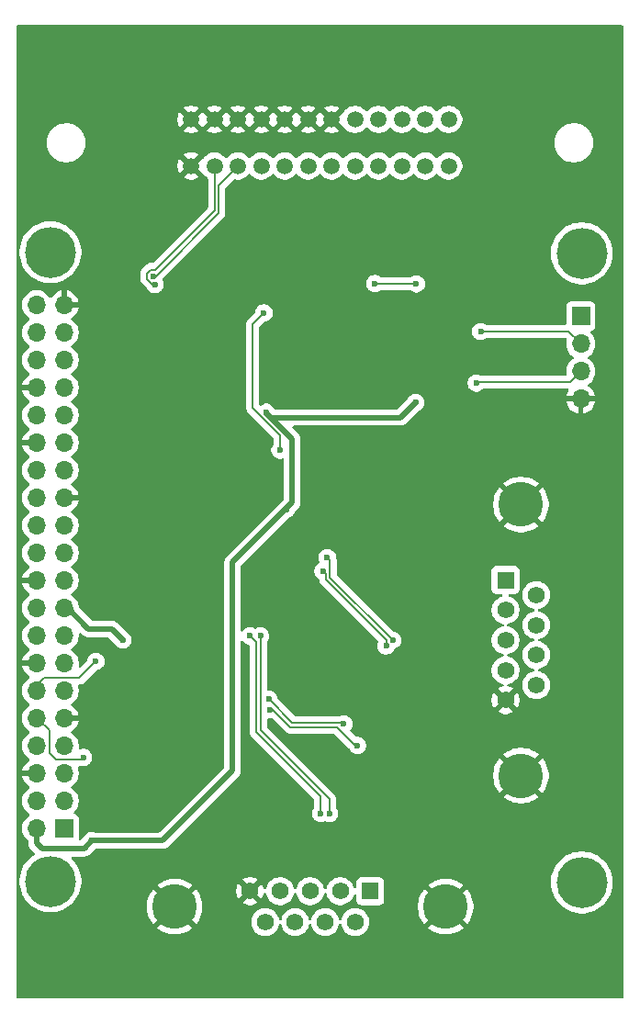
<source format=gbr>
%TF.GenerationSoftware,KiCad,Pcbnew,9.0.0*%
%TF.CreationDate,2025-04-07T11:56:21-06:00*%
%TF.ProjectId,Senior Capstone,53656e69-6f72-4204-9361-7073746f6e65,4*%
%TF.SameCoordinates,Original*%
%TF.FileFunction,Copper,L2,Bot*%
%TF.FilePolarity,Positive*%
%FSLAX46Y46*%
G04 Gerber Fmt 4.6, Leading zero omitted, Abs format (unit mm)*
G04 Created by KiCad (PCBNEW 9.0.0) date 2025-04-07 11:56:21*
%MOMM*%
%LPD*%
G01*
G04 APERTURE LIST*
%TA.AperFunction,ComponentPad*%
%ADD10C,3.100000*%
%TD*%
%TA.AperFunction,ConnectorPad*%
%ADD11C,4.700000*%
%TD*%
%TA.AperFunction,ComponentPad*%
%ADD12R,1.575000X1.575000*%
%TD*%
%TA.AperFunction,ComponentPad*%
%ADD13C,1.575000*%
%TD*%
%TA.AperFunction,ComponentPad*%
%ADD14C,4.116000*%
%TD*%
%TA.AperFunction,ComponentPad*%
%ADD15R,1.700000X1.700000*%
%TD*%
%TA.AperFunction,ComponentPad*%
%ADD16O,1.700000X1.700000*%
%TD*%
%TA.AperFunction,ComponentPad*%
%ADD17C,1.498600*%
%TD*%
%TA.AperFunction,ViaPad*%
%ADD18C,0.600000*%
%TD*%
%TA.AperFunction,Conductor*%
%ADD19C,0.200000*%
%TD*%
%TA.AperFunction,Conductor*%
%ADD20C,0.500000*%
%TD*%
G04 APERTURE END LIST*
D10*
%TO.P,H4,1*%
%TO.N,N/C*%
X171763300Y-64700050D03*
D11*
X171763300Y-64700050D03*
%TD*%
D10*
%TO.P,H2,1*%
%TO.N,N/C*%
X122763300Y-64600050D03*
D11*
X122763300Y-64600050D03*
%TD*%
D12*
%TO.P,J2,01,01*%
%TO.N,unconnected-(J2-Pad01)*%
X164723300Y-94815050D03*
D13*
%TO.P,J2,02,02*%
%TO.N,/TX1*%
X164723300Y-97585050D03*
%TO.P,J2,03,03*%
%TO.N,/RX1*%
X164723300Y-100355050D03*
%TO.P,J2,04,04*%
%TO.N,unconnected-(J2-Pad04)*%
X164723300Y-103125050D03*
%TO.P,J2,05,05*%
%TO.N,GND*%
X164723300Y-105895050D03*
%TO.P,J2,06,06*%
%TO.N,unconnected-(J2-Pad06)*%
X167563300Y-96200050D03*
%TO.P,J2,07,07*%
%TO.N,unconnected-(J2-Pad07)*%
X167563300Y-98970050D03*
%TO.P,J2,08,08*%
%TO.N,unconnected-(J2-Pad08)*%
X167563300Y-101740050D03*
%TO.P,J2,09,09*%
%TO.N,unconnected-(J2-Pad09)*%
X167563300Y-104510050D03*
D14*
%TO.P,J2,S1,SHIELD*%
%TO.N,GND*%
X166143300Y-112850050D03*
%TO.P,J2,S2,SHIELD*%
X166143300Y-87860050D03*
%TD*%
D15*
%TO.P,J4,1,Pin_1*%
%TO.N,+3V3*%
X171663300Y-70500050D03*
D16*
%TO.P,J4,2,Pin_2*%
%TO.N,/GPIO14{slash}TXD0*%
X171663300Y-73040050D03*
%TO.P,J4,3,Pin_3*%
%TO.N,/GPIO15{slash}RXD0*%
X171663300Y-75580050D03*
%TO.P,J4,4,Pin_4*%
%TO.N,GND*%
X171663300Y-78120050D03*
%TD*%
D10*
%TO.P,H3,1*%
%TO.N,N/C*%
X171763300Y-122700050D03*
D11*
X171763300Y-122700050D03*
%TD*%
D12*
%TO.P,J3,01,01*%
%TO.N,unconnected-(J3-Pad01)*%
X152249050Y-123502550D03*
D13*
%TO.P,J3,02,02*%
%TO.N,/TX2*%
X149479050Y-123502550D03*
%TO.P,J3,03,03*%
%TO.N,/RX2*%
X146709050Y-123502550D03*
%TO.P,J3,04,04*%
%TO.N,unconnected-(J3-Pad04)*%
X143939050Y-123502550D03*
%TO.P,J3,05,05*%
%TO.N,GND*%
X141169050Y-123502550D03*
%TO.P,J3,06,06*%
%TO.N,unconnected-(J3-Pad06)*%
X150864050Y-126342550D03*
%TO.P,J3,07,07*%
%TO.N,unconnected-(J3-Pad07)*%
X148094050Y-126342550D03*
%TO.P,J3,08,08*%
%TO.N,unconnected-(J3-Pad08)*%
X145324050Y-126342550D03*
%TO.P,J3,09,09*%
%TO.N,unconnected-(J3-Pad09)*%
X142554050Y-126342550D03*
D14*
%TO.P,J3,S1,SHIELD*%
%TO.N,GND*%
X134214050Y-124922550D03*
%TO.P,J3,S2,SHIELD*%
X159204050Y-124922550D03*
%TD*%
D10*
%TO.P,H1,1*%
%TO.N,N/C*%
X122763300Y-122600050D03*
D11*
X122763300Y-122600050D03*
%TD*%
D17*
%TO.P,J6,1,DIO1*%
%TO.N,/GPIB/DIO1*%
X159488399Y-56650050D03*
%TO.P,J6,2,DIO2*%
%TO.N,/GPIB/DIO2*%
X157328401Y-56650050D03*
%TO.P,J6,3,DIO3*%
%TO.N,/GPIB/DIO3*%
X155168400Y-56650050D03*
%TO.P,J6,4,DIO4*%
%TO.N,/GPIB/DIO4*%
X153008399Y-56650050D03*
%TO.P,J6,5,EOI*%
%TO.N,/GPIB/EOI*%
X150848401Y-56650050D03*
%TO.P,J6,6,DAV*%
%TO.N,/GPIB/DAV*%
X148688400Y-56650050D03*
%TO.P,J6,7,NRFD*%
%TO.N,/GPIB/NFRD*%
X146528400Y-56650050D03*
%TO.P,J6,8,NDAC*%
%TO.N,/GPIB/NDAC*%
X144368399Y-56650050D03*
%TO.P,J6,9,IFC*%
%TO.N,/GPIB/IFC*%
X142208401Y-56650050D03*
%TO.P,J6,10,SRQ*%
%TO.N,/GPIB/SRQ*%
X140048400Y-56650050D03*
%TO.P,J6,11,ATN*%
%TO.N,/GPIB/ATN*%
X137888399Y-56650050D03*
%TO.P,J6,12,SHLD*%
%TO.N,GND*%
X135728401Y-56650050D03*
%TO.P,J6,13,DIO5*%
%TO.N,/GPIB/DIO5*%
X159488399Y-52360051D03*
%TO.P,J6,14,DIO6*%
%TO.N,/GPIB/DIO6*%
X157328401Y-52360051D03*
%TO.P,J6,15,DIO7*%
%TO.N,/GPIB/DIO7*%
X155168400Y-52360051D03*
%TO.P,J6,16,DIO8*%
%TO.N,/GPIB/DIO8*%
X153008399Y-52360051D03*
%TO.P,J6,17,REN*%
%TO.N,/GPIB/REN*%
X150848401Y-52360051D03*
%TO.P,J6,18,GND*%
%TO.N,GND*%
X148688400Y-52360051D03*
%TO.P,J6,19,GND*%
X146528400Y-52360051D03*
%TO.P,J6,20,GND*%
X144368399Y-52360051D03*
%TO.P,J6,21,GND*%
X142208401Y-52360051D03*
%TO.P,J6,22,GND*%
X140048400Y-52360051D03*
%TO.P,J6,23,GND*%
X137888399Y-52360051D03*
%TO.P,J6,24,GND*%
X135728401Y-52360051D03*
%TD*%
D15*
%TO.P,J1,1,Pin_1*%
%TO.N,+3V3*%
X124029500Y-117706850D03*
D16*
%TO.P,J1,2,Pin_2*%
%TO.N,+5V*%
X121489500Y-117706850D03*
%TO.P,J1,3,Pin_3*%
%TO.N,/GPIO2{slash}SDA1*%
X124029500Y-115166850D03*
%TO.P,J1,4,Pin_4*%
%TO.N,+5V*%
X121489500Y-115166850D03*
%TO.P,J1,5,Pin_5*%
%TO.N,/GPIO3{slash}SCL1*%
X124029500Y-112626850D03*
%TO.P,J1,6,Pin_6*%
%TO.N,GND*%
X121489500Y-112626850D03*
%TO.P,J1,7,Pin_7*%
%TO.N,/GPIO4{slash}GPCLK0*%
X124029500Y-110086850D03*
%TO.P,J1,8,Pin_8*%
%TO.N,/GPIO14{slash}TXD0*%
X121489500Y-110086850D03*
%TO.P,J1,9,Pin_9*%
%TO.N,GND*%
X124029500Y-107546850D03*
%TO.P,J1,10,Pin_10*%
%TO.N,/GPIO15{slash}RXD0*%
X121489500Y-107546850D03*
%TO.P,J1,11,Pin_11*%
%TO.N,/GPIO17*%
X124029500Y-105006850D03*
%TO.P,J1,12,Pin_12*%
%TO.N,TE*%
X121489500Y-105006850D03*
%TO.P,J1,13,Pin_13*%
%TO.N,GPIB_REN*%
X124029500Y-102466850D03*
%TO.P,J1,14,Pin_14*%
%TO.N,GND*%
X121489500Y-102466850D03*
%TO.P,J1,15,Pin_15*%
%TO.N,GPIB_IFC*%
X124029500Y-99926850D03*
%TO.P,J1,16,Pin_16*%
%TO.N,GPIB_NDAC*%
X121489500Y-99926850D03*
%TO.P,J1,17,Pin_17*%
%TO.N,+3V3*%
X124029500Y-97386850D03*
%TO.P,J1,18,Pin_18*%
%TO.N,GPIB_NRFD*%
X121489500Y-97386850D03*
%TO.P,J1,19,Pin_19*%
%TO.N,GPIB_DAV*%
X124029500Y-94846850D03*
%TO.P,J1,20,Pin_20*%
%TO.N,GND*%
X121489500Y-94846850D03*
%TO.P,J1,21,Pin_21*%
%TO.N,GPIB_EOI*%
X124029500Y-92306850D03*
%TO.P,J1,22,Pin_22*%
%TO.N,GPIB_ATN*%
X121489500Y-92306850D03*
%TO.P,J1,23,Pin_23*%
%TO.N,GPIB_SRQ*%
X124029500Y-89766850D03*
%TO.P,J1,24,Pin_24*%
%TO.N,DC*%
X121489500Y-89766850D03*
%TO.P,J1,25,Pin_25*%
%TO.N,GND*%
X124029500Y-87226850D03*
%TO.P,J1,26,Pin_26*%
%TO.N,/GPIO7{slash}SPI0.CE1*%
X121489500Y-87226850D03*
%TO.P,J1,27,Pin_27*%
%TO.N,/ID_SDA*%
X124029500Y-84686850D03*
%TO.P,J1,28,Pin_28*%
%TO.N,/ID_SCL*%
X121489500Y-84686850D03*
%TO.P,J1,29,Pin_29*%
%TO.N,GPIB_DIO8*%
X124029500Y-82146850D03*
%TO.P,J1,30,Pin_30*%
%TO.N,GND*%
X121489500Y-82146850D03*
%TO.P,J1,31,Pin_31*%
%TO.N,GPIB_DIO7*%
X124029500Y-79606850D03*
%TO.P,J1,32,Pin_32*%
%TO.N,GPIB_DIO6*%
X121489500Y-79606850D03*
%TO.P,J1,33,Pin_33*%
%TO.N,GPIB_DIO5*%
X124029500Y-77066850D03*
%TO.P,J1,34,Pin_34*%
%TO.N,GND*%
X121489500Y-77066850D03*
%TO.P,J1,35,Pin_35*%
%TO.N,GPIB_DIO4*%
X124029500Y-74526850D03*
%TO.P,J1,36,Pin_36*%
%TO.N,GPIB_DIO3*%
X121489500Y-74526850D03*
%TO.P,J1,37,Pin_37*%
%TO.N,GPIB_DIO2*%
X124029500Y-71986850D03*
%TO.P,J1,38,Pin_38*%
%TO.N,GPIB_DIO1*%
X121489500Y-71986850D03*
%TO.P,J1,39,Pin_39*%
%TO.N,GND*%
X124029500Y-69446850D03*
%TO.P,J1,40,Pin_40*%
%TO.N,/GPIO21{slash}PCM.DOUT*%
X121489500Y-69446850D03*
%TD*%
D18*
%TO.N,GND*%
X157471400Y-106752950D03*
X121793000Y-128879600D03*
X147888300Y-106250050D03*
X137492825Y-111889625D03*
X157496800Y-112645750D03*
X127177800Y-125425200D03*
X130007900Y-69167450D03*
X136399300Y-99263200D03*
X148040800Y-91389200D03*
X143992600Y-69164200D03*
X139344400Y-86537800D03*
%TO.N,/GPIO14{slash}TXD0*%
X162433000Y-71907400D03*
%TO.N,/GPIO15{slash}RXD0*%
X162026600Y-76657200D03*
X125806200Y-111175800D03*
%TO.N,+3V3*%
X129438400Y-100355400D03*
%TO.N,TE*%
X126951300Y-102311200D03*
X142443200Y-70197050D03*
X152687300Y-67491050D03*
X143925715Y-82838715D03*
X156500300Y-67512627D03*
%TO.N,/RX1*%
X153715110Y-100895834D03*
X147885581Y-93986781D03*
%TO.N,+5V*%
X156428300Y-78440050D03*
X144498449Y-88315599D03*
X126568200Y-118846600D03*
X142669649Y-79356301D03*
%TO.N,/TX1*%
X154315719Y-100367371D03*
X148285200Y-92735400D03*
%TO.N,/RX2*%
X141173200Y-99974400D03*
X147688397Y-116357400D03*
%TO.N,/TX2*%
X142113000Y-99974400D03*
X148488400Y-116357400D03*
%TO.N,/GPIB/SRQ*%
X132240581Y-66797061D03*
%TO.N,/GPIB/ATN*%
X132399194Y-67581182D03*
%TO.N,Net-(U2-XTAL1)*%
X142876300Y-105794250D03*
X149809200Y-108077000D03*
%TO.N,Net-(U2-XTAL2)*%
X142985435Y-106751915D03*
X151073000Y-110080350D03*
%TD*%
D19*
%TO.N,/GPIO14{slash}TXD0*%
X170530650Y-71907400D02*
X162433000Y-71907400D01*
X171663300Y-73040050D02*
X170530650Y-71907400D01*
%TO.N,/GPIO15{slash}RXD0*%
X122640500Y-110778700D02*
X122640500Y-108697850D01*
X125603000Y-111379000D02*
X123240800Y-111379000D01*
X122640500Y-108697850D02*
X121489500Y-107546850D01*
X162102800Y-76581000D02*
X170662350Y-76581000D01*
X123240800Y-111379000D02*
X122640500Y-110778700D01*
X125806200Y-111175800D02*
X125603000Y-111379000D01*
X162026600Y-76657200D02*
X162102800Y-76581000D01*
X170662350Y-76581000D02*
X171663300Y-75580050D01*
D20*
%TO.N,+3V3*%
X128400250Y-99317250D02*
X126264700Y-99317250D01*
X124334300Y-97386850D02*
X124029500Y-97386850D01*
X126264700Y-99317250D02*
X124334300Y-97386850D01*
X129438400Y-100355400D02*
X128400250Y-99317250D01*
D19*
%TO.N,TE*%
X141403100Y-71237150D02*
X141403100Y-78938282D01*
X143967200Y-82797230D02*
X143925715Y-82838715D01*
X156500300Y-67512627D02*
X156478723Y-67491050D01*
X142443200Y-70197050D02*
X141403100Y-71237150D01*
X125406650Y-103855850D02*
X126951300Y-102311200D01*
X156478723Y-67491050D02*
X152687300Y-67491050D01*
X141403100Y-78938282D02*
X143967200Y-81502382D01*
X143967200Y-81502382D02*
X143967200Y-82797230D01*
X124506260Y-103855850D02*
X125406650Y-103855850D01*
X121489500Y-104519700D02*
X121489500Y-105006850D01*
X124506260Y-103855850D02*
X122153350Y-103855850D01*
X122153350Y-103855850D02*
X121489500Y-104519700D01*
%TO.N,/RX1*%
X148138200Y-94756952D02*
X148138200Y-94239400D01*
X153714719Y-100831919D02*
X153714719Y-100333471D01*
X153715110Y-100895834D02*
X153715110Y-100832310D01*
X153714719Y-100333471D02*
X148138200Y-94756952D01*
X148138200Y-94239400D02*
X147885581Y-93986781D01*
X153715110Y-100832310D02*
X153714719Y-100831919D01*
D20*
%TO.N,+5V*%
X145060700Y-81816650D02*
X142669649Y-79425599D01*
X142669649Y-79425599D02*
X143079500Y-79835450D01*
X121489500Y-117706850D02*
X121489500Y-119076500D01*
X143079500Y-79835450D02*
X155032900Y-79835450D01*
X126568200Y-118846600D02*
X133121400Y-118846600D01*
X121489500Y-119076500D02*
X121970800Y-119557800D01*
X142669649Y-79356301D02*
X142669649Y-79425599D01*
X145060700Y-87684050D02*
X145060700Y-81816650D01*
X139548900Y-93195850D02*
X145060700Y-87684050D01*
X121970800Y-119557800D02*
X125857000Y-119557800D01*
X133121400Y-118846600D02*
X139548900Y-112419100D01*
X125857000Y-119557800D02*
X126568200Y-118846600D01*
X139548900Y-112419100D02*
X139548900Y-93195850D01*
X155032900Y-79835450D02*
X156428300Y-78440050D01*
D19*
%TO.N,/TX1*%
X148539200Y-94590852D02*
X154315719Y-100367371D01*
X148285200Y-92735400D02*
X148539200Y-92989400D01*
X148539200Y-92989400D02*
X148539200Y-94590852D01*
%TO.N,/RX2*%
X147688397Y-114769997D02*
X141732000Y-108813600D01*
X147688397Y-116357400D02*
X147688397Y-114769997D01*
X141732000Y-100533200D02*
X141173200Y-99974400D01*
X141732000Y-108813600D02*
X141732000Y-100533200D01*
%TO.N,/TX2*%
X142113000Y-99974400D02*
X142133000Y-99994400D01*
X142133000Y-108647500D02*
X148488400Y-115002900D01*
X148488400Y-115002900D02*
X148488400Y-116357400D01*
X142133000Y-99994400D02*
X142133000Y-108647500D01*
%TO.N,/GPIB/SRQ*%
X138289399Y-60987551D02*
X138289399Y-58409051D01*
X138289399Y-58409051D02*
X140048400Y-56650050D01*
X132479889Y-66797061D02*
X138289399Y-60987551D01*
X132240581Y-66797061D02*
X132479889Y-66797061D01*
%TO.N,/GPIB/ATN*%
X137888399Y-60739601D02*
X137888399Y-58575151D01*
X132399194Y-67581182D02*
X132174759Y-67581182D01*
X131639581Y-66988419D02*
X131639581Y-66548118D01*
X131639581Y-67046004D02*
X131639581Y-66988419D01*
X131991638Y-66196061D02*
X132431939Y-66196061D01*
X132431939Y-66196061D02*
X137888399Y-60739601D01*
X137888399Y-58575151D02*
X137888399Y-58242951D01*
X137888399Y-58242951D02*
X137888399Y-56650050D01*
X131991638Y-67398061D02*
X131639581Y-67046004D01*
X131639581Y-66548118D02*
X131991638Y-66196061D01*
X132174759Y-67581182D02*
X131991638Y-67398061D01*
%TO.N,Net-(U2-XTAL1)*%
X149692050Y-107959850D02*
X149809200Y-108077000D01*
X142876300Y-105794250D02*
X145041900Y-107959850D01*
X145041900Y-107959850D02*
X149692050Y-107959850D01*
%TO.N,Net-(U2-XTAL2)*%
X151073000Y-110080350D02*
X150898150Y-110080350D01*
X150898150Y-110080350D02*
X149178650Y-108360850D01*
X143266865Y-106751915D02*
X142985435Y-106751915D01*
X144875800Y-108360850D02*
X143266865Y-106751915D01*
X149178650Y-108360850D02*
X144875800Y-108360850D01*
%TD*%
%TA.AperFunction,Conductor*%
%TO.N,GND*%
G36*
X175462295Y-43673885D02*
G01*
X175529325Y-43693598D01*
X175575058Y-43746421D01*
X175586242Y-43797848D01*
X175612763Y-133275513D01*
X175593098Y-133342559D01*
X175540308Y-133388329D01*
X175488763Y-133399550D01*
X119737800Y-133399550D01*
X119670761Y-133379865D01*
X119625006Y-133327061D01*
X119613800Y-133275550D01*
X119613800Y-122439964D01*
X119912800Y-122439964D01*
X119912800Y-122760135D01*
X119948645Y-123078266D01*
X119948647Y-123078278D01*
X120019889Y-123390412D01*
X120019890Y-123390414D01*
X120125632Y-123692609D01*
X120264543Y-123981060D01*
X120274419Y-123996778D01*
X120434881Y-124252151D01*
X120550819Y-124397533D01*
X120627262Y-124493390D01*
X120634498Y-124502463D01*
X120860887Y-124728852D01*
X121111199Y-124928469D01*
X121382287Y-125098805D01*
X121670742Y-125237718D01*
X121972937Y-125343460D01*
X122285071Y-125414703D01*
X122603215Y-125450549D01*
X122603216Y-125450550D01*
X122603219Y-125450550D01*
X122923384Y-125450550D01*
X122923384Y-125450549D01*
X123241529Y-125414703D01*
X123553663Y-125343460D01*
X123855858Y-125237718D01*
X124144313Y-125098805D01*
X124415401Y-124928469D01*
X124602969Y-124778889D01*
X131656050Y-124778889D01*
X131656050Y-125066210D01*
X131688215Y-125351691D01*
X131688218Y-125351709D01*
X131752149Y-125631810D01*
X131752153Y-125631822D01*
X131847043Y-125903000D01*
X131847046Y-125903008D01*
X131971696Y-126161847D01*
X132124557Y-126405122D01*
X132236965Y-126546079D01*
X132955593Y-125827451D01*
X133031776Y-125932307D01*
X133204293Y-126104824D01*
X133309147Y-126181005D01*
X132590519Y-126899633D01*
X132731477Y-127012042D01*
X132974752Y-127164903D01*
X133233591Y-127289553D01*
X133233599Y-127289556D01*
X133504777Y-127384446D01*
X133504789Y-127384450D01*
X133784890Y-127448381D01*
X133784908Y-127448384D01*
X134070389Y-127480549D01*
X134070393Y-127480550D01*
X134357707Y-127480550D01*
X134357710Y-127480549D01*
X134643191Y-127448384D01*
X134643209Y-127448381D01*
X134923310Y-127384450D01*
X134923322Y-127384446D01*
X135194500Y-127289556D01*
X135194508Y-127289553D01*
X135453347Y-127164903D01*
X135696622Y-127012043D01*
X135837579Y-126899632D01*
X135118952Y-126181005D01*
X135223807Y-126104824D01*
X135396324Y-125932307D01*
X135472505Y-125827452D01*
X136191132Y-126546079D01*
X136303543Y-126405122D01*
X136406554Y-126241182D01*
X141266050Y-126241182D01*
X141266050Y-126443917D01*
X141297765Y-126644158D01*
X141360411Y-126836967D01*
X141360412Y-126836970D01*
X141392341Y-126899633D01*
X141449616Y-127012042D01*
X141452455Y-127017612D01*
X141571612Y-127181619D01*
X141571616Y-127181624D01*
X141714975Y-127324983D01*
X141714980Y-127324987D01*
X141796819Y-127384446D01*
X141878991Y-127444147D01*
X141997076Y-127504314D01*
X142059629Y-127536187D01*
X142059632Y-127536188D01*
X142156036Y-127567511D01*
X142252443Y-127598835D01*
X142452682Y-127630550D01*
X142452683Y-127630550D01*
X142655417Y-127630550D01*
X142655418Y-127630550D01*
X142855657Y-127598835D01*
X143048470Y-127536187D01*
X143229109Y-127444147D01*
X143393126Y-127324982D01*
X143536482Y-127181626D01*
X143655647Y-127017609D01*
X143747687Y-126836970D01*
X143810335Y-126644157D01*
X143816577Y-126604747D01*
X143846506Y-126541613D01*
X143905817Y-126504681D01*
X143975680Y-126505679D01*
X144033913Y-126544289D01*
X144061523Y-126604747D01*
X144067765Y-126644158D01*
X144130411Y-126836967D01*
X144130412Y-126836970D01*
X144162341Y-126899633D01*
X144219616Y-127012042D01*
X144222455Y-127017612D01*
X144341612Y-127181619D01*
X144341616Y-127181624D01*
X144484975Y-127324983D01*
X144484980Y-127324987D01*
X144566819Y-127384446D01*
X144648991Y-127444147D01*
X144767076Y-127504314D01*
X144829629Y-127536187D01*
X144829632Y-127536188D01*
X144926036Y-127567511D01*
X145022443Y-127598835D01*
X145222682Y-127630550D01*
X145222683Y-127630550D01*
X145425417Y-127630550D01*
X145425418Y-127630550D01*
X145625657Y-127598835D01*
X145818470Y-127536187D01*
X145999109Y-127444147D01*
X146163126Y-127324982D01*
X146306482Y-127181626D01*
X146425647Y-127017609D01*
X146517687Y-126836970D01*
X146580335Y-126644157D01*
X146586577Y-126604747D01*
X146616506Y-126541613D01*
X146675817Y-126504681D01*
X146745680Y-126505679D01*
X146803913Y-126544289D01*
X146831523Y-126604747D01*
X146837765Y-126644158D01*
X146900411Y-126836967D01*
X146900412Y-126836970D01*
X146932341Y-126899633D01*
X146989616Y-127012042D01*
X146992455Y-127017612D01*
X147111612Y-127181619D01*
X147111616Y-127181624D01*
X147254975Y-127324983D01*
X147254980Y-127324987D01*
X147336819Y-127384446D01*
X147418991Y-127444147D01*
X147537076Y-127504314D01*
X147599629Y-127536187D01*
X147599632Y-127536188D01*
X147696036Y-127567511D01*
X147792443Y-127598835D01*
X147992682Y-127630550D01*
X147992683Y-127630550D01*
X148195417Y-127630550D01*
X148195418Y-127630550D01*
X148395657Y-127598835D01*
X148588470Y-127536187D01*
X148769109Y-127444147D01*
X148933126Y-127324982D01*
X149076482Y-127181626D01*
X149195647Y-127017609D01*
X149287687Y-126836970D01*
X149350335Y-126644157D01*
X149356577Y-126604747D01*
X149386506Y-126541613D01*
X149445817Y-126504681D01*
X149515680Y-126505679D01*
X149573913Y-126544289D01*
X149601523Y-126604747D01*
X149607765Y-126644158D01*
X149670411Y-126836967D01*
X149670412Y-126836970D01*
X149702341Y-126899633D01*
X149759616Y-127012042D01*
X149762455Y-127017612D01*
X149881612Y-127181619D01*
X149881616Y-127181624D01*
X150024975Y-127324983D01*
X150024980Y-127324987D01*
X150106819Y-127384446D01*
X150188991Y-127444147D01*
X150307076Y-127504314D01*
X150369629Y-127536187D01*
X150369632Y-127536188D01*
X150466036Y-127567511D01*
X150562443Y-127598835D01*
X150762682Y-127630550D01*
X150762683Y-127630550D01*
X150965417Y-127630550D01*
X150965418Y-127630550D01*
X151165657Y-127598835D01*
X151358470Y-127536187D01*
X151539109Y-127444147D01*
X151703126Y-127324982D01*
X151846482Y-127181626D01*
X151965647Y-127017609D01*
X152057687Y-126836970D01*
X152057689Y-126836964D01*
X152065518Y-126812870D01*
X152065518Y-126812869D01*
X152078194Y-126773854D01*
X152120335Y-126644157D01*
X152152050Y-126443918D01*
X152152050Y-126241182D01*
X152120335Y-126040943D01*
X152057687Y-125848130D01*
X152057687Y-125848129D01*
X152000007Y-125734927D01*
X151965647Y-125667491D01*
X151880684Y-125550549D01*
X151846487Y-125503480D01*
X151846483Y-125503475D01*
X151703124Y-125360116D01*
X151703119Y-125360112D01*
X151539112Y-125240955D01*
X151539111Y-125240954D01*
X151539109Y-125240953D01*
X151456389Y-125198805D01*
X151358470Y-125148912D01*
X151358467Y-125148911D01*
X151165658Y-125086265D01*
X151065537Y-125070407D01*
X150965418Y-125054550D01*
X150762682Y-125054550D01*
X150695935Y-125065121D01*
X150562441Y-125086265D01*
X150369632Y-125148911D01*
X150369629Y-125148912D01*
X150188987Y-125240955D01*
X150024980Y-125360112D01*
X150024975Y-125360116D01*
X149881616Y-125503475D01*
X149881612Y-125503480D01*
X149762455Y-125667487D01*
X149670412Y-125848129D01*
X149670411Y-125848132D01*
X149607765Y-126040941D01*
X149601523Y-126080352D01*
X149571594Y-126143487D01*
X149512282Y-126180418D01*
X149442420Y-126179420D01*
X149384187Y-126140810D01*
X149356577Y-126080352D01*
X149355293Y-126072249D01*
X149350335Y-126040943D01*
X149287687Y-125848130D01*
X149287687Y-125848129D01*
X149230007Y-125734927D01*
X149195647Y-125667491D01*
X149110684Y-125550549D01*
X149076487Y-125503480D01*
X149076483Y-125503475D01*
X148933124Y-125360116D01*
X148933119Y-125360112D01*
X148769112Y-125240955D01*
X148769111Y-125240954D01*
X148769109Y-125240953D01*
X148686389Y-125198805D01*
X148588470Y-125148912D01*
X148588467Y-125148911D01*
X148395658Y-125086265D01*
X148295537Y-125070407D01*
X148195418Y-125054550D01*
X147992682Y-125054550D01*
X147925935Y-125065121D01*
X147792441Y-125086265D01*
X147599632Y-125148911D01*
X147599629Y-125148912D01*
X147418987Y-125240955D01*
X147254980Y-125360112D01*
X147254975Y-125360116D01*
X147111616Y-125503475D01*
X147111612Y-125503480D01*
X146992455Y-125667487D01*
X146900412Y-125848129D01*
X146900411Y-125848132D01*
X146837765Y-126040941D01*
X146831523Y-126080352D01*
X146801594Y-126143487D01*
X146742282Y-126180418D01*
X146672420Y-126179420D01*
X146614187Y-126140810D01*
X146586577Y-126080352D01*
X146585293Y-126072249D01*
X146580335Y-126040943D01*
X146517687Y-125848130D01*
X146517687Y-125848129D01*
X146460007Y-125734927D01*
X146425647Y-125667491D01*
X146340684Y-125550549D01*
X146306487Y-125503480D01*
X146306483Y-125503475D01*
X146163124Y-125360116D01*
X146163119Y-125360112D01*
X145999112Y-125240955D01*
X145999111Y-125240954D01*
X145999109Y-125240953D01*
X145916389Y-125198805D01*
X145818470Y-125148912D01*
X145818467Y-125148911D01*
X145625658Y-125086265D01*
X145525537Y-125070407D01*
X145425418Y-125054550D01*
X145222682Y-125054550D01*
X145155935Y-125065121D01*
X145022441Y-125086265D01*
X144829632Y-125148911D01*
X144829629Y-125148912D01*
X144648987Y-125240955D01*
X144484980Y-125360112D01*
X144484975Y-125360116D01*
X144341616Y-125503475D01*
X144341612Y-125503480D01*
X144222455Y-125667487D01*
X144130412Y-125848129D01*
X144130411Y-125848132D01*
X144067765Y-126040941D01*
X144061523Y-126080352D01*
X144031594Y-126143487D01*
X143972282Y-126180418D01*
X143902420Y-126179420D01*
X143844187Y-126140810D01*
X143816577Y-126080352D01*
X143815293Y-126072249D01*
X143810335Y-126040943D01*
X143747687Y-125848130D01*
X143747687Y-125848129D01*
X143690007Y-125734927D01*
X143655647Y-125667491D01*
X143570684Y-125550549D01*
X143536487Y-125503480D01*
X143536483Y-125503475D01*
X143393124Y-125360116D01*
X143393119Y-125360112D01*
X143229112Y-125240955D01*
X143229111Y-125240954D01*
X143229109Y-125240953D01*
X143146389Y-125198805D01*
X143048470Y-125148912D01*
X143048467Y-125148911D01*
X142855658Y-125086265D01*
X142755537Y-125070407D01*
X142655418Y-125054550D01*
X142452682Y-125054550D01*
X142385935Y-125065121D01*
X142252441Y-125086265D01*
X142059632Y-125148911D01*
X142059629Y-125148912D01*
X141878987Y-125240955D01*
X141714980Y-125360112D01*
X141714975Y-125360116D01*
X141571616Y-125503475D01*
X141571612Y-125503480D01*
X141452455Y-125667487D01*
X141360412Y-125848129D01*
X141360411Y-125848132D01*
X141297765Y-126040941D01*
X141266050Y-126241182D01*
X136406554Y-126241182D01*
X136451068Y-126170338D01*
X136451069Y-126170336D01*
X136451070Y-126170335D01*
X136456403Y-126161847D01*
X136581053Y-125903008D01*
X136581056Y-125903000D01*
X136675946Y-125631822D01*
X136675950Y-125631810D01*
X136739881Y-125351709D01*
X136739884Y-125351691D01*
X136772049Y-125066210D01*
X136772050Y-125066206D01*
X136772050Y-124778893D01*
X136772049Y-124778889D01*
X136745100Y-124539699D01*
X136739883Y-124493406D01*
X136739881Y-124493390D01*
X136675950Y-124213289D01*
X136675946Y-124213277D01*
X136581056Y-123942099D01*
X136581053Y-123942091D01*
X136456403Y-123683252D01*
X136317583Y-123462322D01*
X136303542Y-123439977D01*
X136272636Y-123401222D01*
X139881550Y-123401222D01*
X139881550Y-123603877D01*
X139913253Y-123804041D01*
X139975875Y-123996775D01*
X139975877Y-123996778D01*
X140067881Y-124177347D01*
X140098523Y-124219521D01*
X140098524Y-124219522D01*
X140665674Y-123652371D01*
X140679828Y-123705192D01*
X140748946Y-123824907D01*
X140846693Y-123922654D01*
X140966408Y-123991772D01*
X141019228Y-124005925D01*
X140452076Y-124573075D01*
X140494252Y-124603718D01*
X140674821Y-124695722D01*
X140674824Y-124695724D01*
X140867558Y-124758346D01*
X141067723Y-124790050D01*
X141270377Y-124790050D01*
X141470541Y-124758346D01*
X141663275Y-124695724D01*
X141663278Y-124695722D01*
X141843847Y-124603718D01*
X141886021Y-124573076D01*
X141886021Y-124573075D01*
X141318871Y-124005925D01*
X141371692Y-123991772D01*
X141491407Y-123922654D01*
X141589154Y-123824907D01*
X141658272Y-123705192D01*
X141672425Y-123652371D01*
X142239575Y-124219521D01*
X142239576Y-124219521D01*
X142270218Y-124177347D01*
X142362222Y-123996778D01*
X142362224Y-123996775D01*
X142424845Y-123804045D01*
X142431322Y-123763150D01*
X142461251Y-123700015D01*
X142520562Y-123663083D01*
X142590424Y-123664079D01*
X142648658Y-123702688D01*
X142676269Y-123763146D01*
X142682765Y-123804159D01*
X142745411Y-123996967D01*
X142745412Y-123996970D01*
X142837455Y-124177612D01*
X142956612Y-124341619D01*
X142956616Y-124341624D01*
X143099975Y-124484983D01*
X143099980Y-124484987D01*
X143221224Y-124573075D01*
X143263991Y-124604147D01*
X143349259Y-124647593D01*
X143444629Y-124696187D01*
X143444632Y-124696188D01*
X143541036Y-124727511D01*
X143637443Y-124758835D01*
X143837682Y-124790550D01*
X143837683Y-124790550D01*
X144040417Y-124790550D01*
X144040418Y-124790550D01*
X144240657Y-124758835D01*
X144433470Y-124696187D01*
X144614109Y-124604147D01*
X144778126Y-124484982D01*
X144921482Y-124341626D01*
X145040647Y-124177609D01*
X145132687Y-123996970D01*
X145195335Y-123804157D01*
X145201577Y-123764747D01*
X145231506Y-123701613D01*
X145290817Y-123664681D01*
X145360680Y-123665679D01*
X145418913Y-123704289D01*
X145446523Y-123764747D01*
X145452765Y-123804158D01*
X145515411Y-123996967D01*
X145515412Y-123996970D01*
X145607455Y-124177612D01*
X145726612Y-124341619D01*
X145726616Y-124341624D01*
X145869975Y-124484983D01*
X145869980Y-124484987D01*
X145991224Y-124573075D01*
X146033991Y-124604147D01*
X146119259Y-124647593D01*
X146214629Y-124696187D01*
X146214632Y-124696188D01*
X146311036Y-124727511D01*
X146407443Y-124758835D01*
X146607682Y-124790550D01*
X146607683Y-124790550D01*
X146810417Y-124790550D01*
X146810418Y-124790550D01*
X147010657Y-124758835D01*
X147203470Y-124696187D01*
X147384109Y-124604147D01*
X147548126Y-124484982D01*
X147691482Y-124341626D01*
X147810647Y-124177609D01*
X147902687Y-123996970D01*
X147965335Y-123804157D01*
X147971577Y-123764747D01*
X148001506Y-123701613D01*
X148060817Y-123664681D01*
X148130680Y-123665679D01*
X148188913Y-123704289D01*
X148216523Y-123764747D01*
X148222765Y-123804158D01*
X148285411Y-123996967D01*
X148285412Y-123996970D01*
X148377455Y-124177612D01*
X148496612Y-124341619D01*
X148496616Y-124341624D01*
X148639975Y-124484983D01*
X148639980Y-124484987D01*
X148761224Y-124573075D01*
X148803991Y-124604147D01*
X148889259Y-124647593D01*
X148984629Y-124696187D01*
X148984632Y-124696188D01*
X149081036Y-124727511D01*
X149177443Y-124758835D01*
X149377682Y-124790550D01*
X149377683Y-124790550D01*
X149580417Y-124790550D01*
X149580418Y-124790550D01*
X149780657Y-124758835D01*
X149973470Y-124696187D01*
X150154109Y-124604147D01*
X150318126Y-124484982D01*
X150461482Y-124341626D01*
X150580647Y-124177609D01*
X150672687Y-123996970D01*
X150719119Y-123854064D01*
X150758556Y-123796389D01*
X150822914Y-123769190D01*
X150891761Y-123781104D01*
X150943237Y-123828348D01*
X150961050Y-123892382D01*
X150961051Y-124337913D01*
X150961051Y-124337926D01*
X150967458Y-124397533D01*
X151017752Y-124532378D01*
X151017756Y-124532385D01*
X151104002Y-124647594D01*
X151104005Y-124647597D01*
X151219214Y-124733843D01*
X151219221Y-124733847D01*
X151354067Y-124784141D01*
X151354066Y-124784141D01*
X151360994Y-124784885D01*
X151413677Y-124790550D01*
X153084422Y-124790549D01*
X153144033Y-124784141D01*
X153158114Y-124778889D01*
X156646050Y-124778889D01*
X156646050Y-125066210D01*
X156678215Y-125351691D01*
X156678218Y-125351709D01*
X156742149Y-125631810D01*
X156742153Y-125631822D01*
X156837043Y-125903000D01*
X156837046Y-125903008D01*
X156961696Y-126161847D01*
X157114557Y-126405122D01*
X157226965Y-126546079D01*
X157945593Y-125827451D01*
X158021776Y-125932307D01*
X158194293Y-126104824D01*
X158299147Y-126181005D01*
X157580519Y-126899633D01*
X157721477Y-127012042D01*
X157964752Y-127164903D01*
X158223591Y-127289553D01*
X158223599Y-127289556D01*
X158494777Y-127384446D01*
X158494789Y-127384450D01*
X158774890Y-127448381D01*
X158774908Y-127448384D01*
X159060389Y-127480549D01*
X159060393Y-127480550D01*
X159347707Y-127480550D01*
X159347710Y-127480549D01*
X159633191Y-127448384D01*
X159633209Y-127448381D01*
X159913310Y-127384450D01*
X159913322Y-127384446D01*
X160184500Y-127289556D01*
X160184508Y-127289553D01*
X160443347Y-127164903D01*
X160686622Y-127012043D01*
X160827579Y-126899632D01*
X160108952Y-126181005D01*
X160213807Y-126104824D01*
X160386324Y-125932307D01*
X160462505Y-125827452D01*
X161181132Y-126546079D01*
X161293543Y-126405122D01*
X161446403Y-126161847D01*
X161571053Y-125903008D01*
X161571056Y-125903000D01*
X161665946Y-125631822D01*
X161665950Y-125631810D01*
X161729881Y-125351709D01*
X161729884Y-125351691D01*
X161762049Y-125066210D01*
X161762050Y-125066206D01*
X161762050Y-124778893D01*
X161762049Y-124778889D01*
X161729884Y-124493408D01*
X161729881Y-124493390D01*
X161665950Y-124213289D01*
X161665946Y-124213277D01*
X161571056Y-123942099D01*
X161571053Y-123942091D01*
X161446403Y-123683252D01*
X161293542Y-123439977D01*
X161181133Y-123299019D01*
X160462505Y-124017647D01*
X160386324Y-123912793D01*
X160213807Y-123740276D01*
X160108951Y-123664093D01*
X160827579Y-122945465D01*
X160686622Y-122833057D01*
X160443347Y-122680196D01*
X160376926Y-122648210D01*
X160376925Y-122648210D01*
X160184500Y-122555543D01*
X160139978Y-122539964D01*
X168912800Y-122539964D01*
X168912800Y-122860135D01*
X168948645Y-123178266D01*
X168948646Y-123178275D01*
X168948647Y-123178279D01*
X168953820Y-123200943D01*
X169019889Y-123490412D01*
X169019890Y-123490414D01*
X169125632Y-123792609D01*
X169264543Y-124081060D01*
X169264545Y-124081063D01*
X169434881Y-124352151D01*
X169634498Y-124602463D01*
X169860887Y-124828852D01*
X170111199Y-125028469D01*
X170382287Y-125198805D01*
X170670742Y-125337718D01*
X170972937Y-125443460D01*
X171285071Y-125514703D01*
X171603215Y-125550549D01*
X171603216Y-125550550D01*
X171603219Y-125550550D01*
X171923384Y-125550550D01*
X171923384Y-125550549D01*
X172241529Y-125514703D01*
X172553663Y-125443460D01*
X172855858Y-125337718D01*
X173144313Y-125198805D01*
X173415401Y-125028469D01*
X173665713Y-124828852D01*
X173892102Y-124602463D01*
X174091719Y-124352151D01*
X174262055Y-124081063D01*
X174400968Y-123792608D01*
X174506710Y-123490413D01*
X174577953Y-123178279D01*
X174613800Y-122860131D01*
X174613800Y-122539969D01*
X174577953Y-122221821D01*
X174506710Y-121909687D01*
X174400968Y-121607492D01*
X174262055Y-121319037D01*
X174091719Y-121047949D01*
X173892102Y-120797637D01*
X173665713Y-120571248D01*
X173415401Y-120371631D01*
X173144313Y-120201295D01*
X173144310Y-120201293D01*
X172855859Y-120062382D01*
X172553664Y-119956640D01*
X172553662Y-119956639D01*
X172312771Y-119901657D01*
X172241529Y-119885397D01*
X172241525Y-119885396D01*
X172241516Y-119885395D01*
X171923385Y-119849550D01*
X171923381Y-119849550D01*
X171603219Y-119849550D01*
X171603214Y-119849550D01*
X171285083Y-119885395D01*
X171285071Y-119885397D01*
X170972937Y-119956639D01*
X170972935Y-119956640D01*
X170670740Y-120062382D01*
X170382289Y-120201293D01*
X170111200Y-120371630D01*
X169860887Y-120571247D01*
X169634497Y-120797637D01*
X169434880Y-121047950D01*
X169264543Y-121319039D01*
X169125632Y-121607490D01*
X169019890Y-121909685D01*
X169019889Y-121909687D01*
X168948647Y-122221821D01*
X168948645Y-122221833D01*
X168912800Y-122539964D01*
X160139978Y-122539964D01*
X159913322Y-122460653D01*
X159913310Y-122460649D01*
X159633209Y-122396718D01*
X159633191Y-122396715D01*
X159347710Y-122364550D01*
X159060389Y-122364550D01*
X158774908Y-122396715D01*
X158774890Y-122396718D01*
X158494789Y-122460649D01*
X158494777Y-122460653D01*
X158223599Y-122555543D01*
X158223591Y-122555546D01*
X157964752Y-122680196D01*
X157721483Y-122833053D01*
X157580520Y-122945466D01*
X158299148Y-123664094D01*
X158194293Y-123740276D01*
X158021776Y-123912793D01*
X157945594Y-124017648D01*
X157226966Y-123299020D01*
X157114553Y-123439983D01*
X156961696Y-123683252D01*
X156837046Y-123942091D01*
X156837043Y-123942099D01*
X156742153Y-124213277D01*
X156742149Y-124213289D01*
X156678218Y-124493390D01*
X156678215Y-124493408D01*
X156646050Y-124778889D01*
X153158114Y-124778889D01*
X153278881Y-124733846D01*
X153394096Y-124647596D01*
X153480346Y-124532381D01*
X153530641Y-124397533D01*
X153537050Y-124337923D01*
X153537049Y-122667178D01*
X153530641Y-122607567D01*
X153511238Y-122555546D01*
X153480347Y-122472721D01*
X153480343Y-122472714D01*
X153394097Y-122357505D01*
X153394094Y-122357502D01*
X153278885Y-122271256D01*
X153278878Y-122271252D01*
X153144032Y-122220958D01*
X153144033Y-122220958D01*
X153084433Y-122214551D01*
X153084431Y-122214550D01*
X153084423Y-122214550D01*
X153084414Y-122214550D01*
X151413679Y-122214550D01*
X151413673Y-122214551D01*
X151354066Y-122220958D01*
X151219221Y-122271252D01*
X151219214Y-122271256D01*
X151104005Y-122357502D01*
X151104002Y-122357505D01*
X151017756Y-122472714D01*
X151017752Y-122472721D01*
X150967458Y-122607567D01*
X150963089Y-122648210D01*
X150961051Y-122667173D01*
X150961050Y-122667185D01*
X150961050Y-123112716D01*
X150941365Y-123179755D01*
X150888561Y-123225510D01*
X150819403Y-123235454D01*
X150755847Y-123206429D01*
X150719119Y-123151034D01*
X150672688Y-123008132D01*
X150672687Y-123008129D01*
X150640758Y-122945465D01*
X150580647Y-122827491D01*
X150531707Y-122760131D01*
X150461487Y-122663480D01*
X150461483Y-122663475D01*
X150318124Y-122520116D01*
X150318119Y-122520112D01*
X150154112Y-122400955D01*
X150154111Y-122400954D01*
X150154109Y-122400953D01*
X150082664Y-122364550D01*
X149973470Y-122308912D01*
X149973467Y-122308911D01*
X149780658Y-122246265D01*
X149680537Y-122230407D01*
X149580418Y-122214550D01*
X149377682Y-122214550D01*
X149310935Y-122225121D01*
X149177441Y-122246265D01*
X148984632Y-122308911D01*
X148984629Y-122308912D01*
X148803987Y-122400955D01*
X148639980Y-122520112D01*
X148639975Y-122520116D01*
X148496616Y-122663475D01*
X148496612Y-122663480D01*
X148377455Y-122827487D01*
X148285412Y-123008129D01*
X148285411Y-123008132D01*
X148222765Y-123200941D01*
X148216523Y-123240352D01*
X148186594Y-123303487D01*
X148127282Y-123340418D01*
X148057420Y-123339420D01*
X147999187Y-123300810D01*
X147971577Y-123240352D01*
X147969226Y-123225510D01*
X147965335Y-123200943D01*
X147934011Y-123104536D01*
X147902688Y-123008132D01*
X147902687Y-123008129D01*
X147870758Y-122945465D01*
X147810647Y-122827491D01*
X147761707Y-122760131D01*
X147691487Y-122663480D01*
X147691483Y-122663475D01*
X147548124Y-122520116D01*
X147548119Y-122520112D01*
X147384112Y-122400955D01*
X147384111Y-122400954D01*
X147384109Y-122400953D01*
X147312664Y-122364550D01*
X147203470Y-122308912D01*
X147203467Y-122308911D01*
X147010658Y-122246265D01*
X146910537Y-122230407D01*
X146810418Y-122214550D01*
X146607682Y-122214550D01*
X146540935Y-122225121D01*
X146407441Y-122246265D01*
X146214632Y-122308911D01*
X146214629Y-122308912D01*
X146033987Y-122400955D01*
X145869980Y-122520112D01*
X145869975Y-122520116D01*
X145726616Y-122663475D01*
X145726612Y-122663480D01*
X145607455Y-122827487D01*
X145515412Y-123008129D01*
X145515411Y-123008132D01*
X145452765Y-123200941D01*
X145446523Y-123240352D01*
X145416594Y-123303487D01*
X145357282Y-123340418D01*
X145287420Y-123339420D01*
X145229187Y-123300810D01*
X145201577Y-123240352D01*
X145199226Y-123225510D01*
X145195335Y-123200943D01*
X145164011Y-123104536D01*
X145132688Y-123008132D01*
X145132687Y-123008129D01*
X145100758Y-122945465D01*
X145040647Y-122827491D01*
X144991707Y-122760131D01*
X144921487Y-122663480D01*
X144921483Y-122663475D01*
X144778124Y-122520116D01*
X144778119Y-122520112D01*
X144614112Y-122400955D01*
X144614111Y-122400954D01*
X144614109Y-122400953D01*
X144542664Y-122364550D01*
X144433470Y-122308912D01*
X144433467Y-122308911D01*
X144240658Y-122246265D01*
X144140537Y-122230407D01*
X144040418Y-122214550D01*
X143837682Y-122214550D01*
X143770935Y-122225121D01*
X143637441Y-122246265D01*
X143444632Y-122308911D01*
X143444629Y-122308912D01*
X143263987Y-122400955D01*
X143099980Y-122520112D01*
X143099975Y-122520116D01*
X142956616Y-122663475D01*
X142956612Y-122663480D01*
X142837455Y-122827487D01*
X142745412Y-123008129D01*
X142745411Y-123008132D01*
X142682765Y-123200940D01*
X142676269Y-123241953D01*
X142646338Y-123305087D01*
X142587026Y-123342017D01*
X142517164Y-123341019D01*
X142458932Y-123302408D01*
X142431322Y-123241949D01*
X142424845Y-123201054D01*
X142362224Y-123008324D01*
X142362222Y-123008321D01*
X142270218Y-122827752D01*
X142239575Y-122785577D01*
X142239575Y-122785576D01*
X141672425Y-123352727D01*
X141658272Y-123299908D01*
X141589154Y-123180193D01*
X141491407Y-123082446D01*
X141371692Y-123013328D01*
X141318872Y-122999174D01*
X141886022Y-122432024D01*
X141886021Y-122432023D01*
X141843847Y-122401381D01*
X141663278Y-122309377D01*
X141663275Y-122309375D01*
X141470541Y-122246753D01*
X141270377Y-122215050D01*
X141067723Y-122215050D01*
X140867558Y-122246753D01*
X140674824Y-122309375D01*
X140674821Y-122309376D01*
X140494254Y-122401380D01*
X140452077Y-122432023D01*
X141019228Y-122999174D01*
X140966408Y-123013328D01*
X140846693Y-123082446D01*
X140748946Y-123180193D01*
X140679828Y-123299908D01*
X140665674Y-123352728D01*
X140098523Y-122785577D01*
X140067880Y-122827754D01*
X139975876Y-123008321D01*
X139975875Y-123008324D01*
X139913253Y-123201058D01*
X139881550Y-123401222D01*
X136272636Y-123401222D01*
X136191133Y-123299019D01*
X135472505Y-124017647D01*
X135396324Y-123912793D01*
X135223807Y-123740276D01*
X135118951Y-123664093D01*
X135837579Y-122945465D01*
X135696622Y-122833057D01*
X135453347Y-122680196D01*
X135268132Y-122591002D01*
X135268131Y-122591002D01*
X135194500Y-122555543D01*
X134923322Y-122460653D01*
X134923310Y-122460649D01*
X134643209Y-122396718D01*
X134643191Y-122396715D01*
X134357710Y-122364550D01*
X134070389Y-122364550D01*
X133784908Y-122396715D01*
X133784890Y-122396718D01*
X133504789Y-122460649D01*
X133504777Y-122460653D01*
X133233599Y-122555543D01*
X133233591Y-122555546D01*
X132974752Y-122680196D01*
X132731483Y-122833053D01*
X132590520Y-122945466D01*
X133309148Y-123664094D01*
X133204293Y-123740276D01*
X133031776Y-123912793D01*
X132955594Y-124017648D01*
X132236966Y-123299020D01*
X132124553Y-123439983D01*
X131971696Y-123683252D01*
X131847046Y-123942091D01*
X131847043Y-123942099D01*
X131752153Y-124213277D01*
X131752149Y-124213289D01*
X131688218Y-124493390D01*
X131688215Y-124493408D01*
X131656050Y-124778889D01*
X124602969Y-124778889D01*
X124665713Y-124728852D01*
X124892102Y-124502463D01*
X125091719Y-124252151D01*
X125262055Y-123981063D01*
X125400968Y-123692608D01*
X125506710Y-123390413D01*
X125577953Y-123078279D01*
X125582491Y-123038003D01*
X125589024Y-122980028D01*
X125605583Y-122833057D01*
X125613800Y-122760131D01*
X125613800Y-122439969D01*
X125577953Y-122121821D01*
X125506710Y-121809687D01*
X125400968Y-121507492D01*
X125262055Y-121219037D01*
X125091719Y-120947949D01*
X124892102Y-120697637D01*
X124714446Y-120519981D01*
X124680961Y-120458658D01*
X124685945Y-120388966D01*
X124727817Y-120333033D01*
X124793281Y-120308616D01*
X124802127Y-120308300D01*
X125930920Y-120308300D01*
X126028462Y-120288896D01*
X126075913Y-120279458D01*
X126212495Y-120222884D01*
X126261729Y-120189986D01*
X126335416Y-120140752D01*
X126842748Y-119633418D01*
X126904071Y-119599934D01*
X126930429Y-119597100D01*
X133195320Y-119597100D01*
X133292862Y-119577696D01*
X133340313Y-119568258D01*
X133476895Y-119511684D01*
X133541691Y-119468389D01*
X133541694Y-119468386D01*
X133541696Y-119468386D01*
X133570947Y-119448840D01*
X133599816Y-119429552D01*
X140131852Y-112897515D01*
X140159105Y-112856727D01*
X140213984Y-112774595D01*
X140237418Y-112718020D01*
X140270559Y-112638012D01*
X140299400Y-112493017D01*
X140299400Y-112345182D01*
X140299400Y-100516301D01*
X140319085Y-100449262D01*
X140371889Y-100403507D01*
X140441047Y-100393563D01*
X140504603Y-100422588D01*
X140526501Y-100447409D01*
X140539898Y-100467459D01*
X140551412Y-100484691D01*
X140662907Y-100596186D01*
X140662911Y-100596189D01*
X140794014Y-100683790D01*
X140794027Y-100683797D01*
X140916642Y-100734585D01*
X140939703Y-100744137D01*
X140989983Y-100754138D01*
X141031691Y-100762435D01*
X141093602Y-100794820D01*
X141128176Y-100855535D01*
X141131500Y-100884052D01*
X141131500Y-108726930D01*
X141131499Y-108726948D01*
X141131499Y-108892654D01*
X141131498Y-108892654D01*
X141149906Y-108961351D01*
X141172423Y-109045385D01*
X141178982Y-109056746D01*
X141201358Y-109095500D01*
X141201359Y-109095504D01*
X141201360Y-109095504D01*
X141251479Y-109182314D01*
X141251481Y-109182317D01*
X141370349Y-109301185D01*
X141370355Y-109301190D01*
X147051578Y-114982413D01*
X147085063Y-115043736D01*
X147087897Y-115070094D01*
X147087897Y-115777634D01*
X147068212Y-115844673D01*
X147066999Y-115846525D01*
X146979006Y-115978214D01*
X146978999Y-115978227D01*
X146918661Y-116123898D01*
X146918658Y-116123910D01*
X146887897Y-116278553D01*
X146887897Y-116436246D01*
X146918658Y-116590889D01*
X146918661Y-116590901D01*
X146978999Y-116736572D01*
X146979006Y-116736585D01*
X147066607Y-116867688D01*
X147066610Y-116867692D01*
X147178104Y-116979186D01*
X147178108Y-116979189D01*
X147309211Y-117066790D01*
X147309224Y-117066797D01*
X147454895Y-117127135D01*
X147454900Y-117127137D01*
X147609550Y-117157899D01*
X147609553Y-117157900D01*
X147609555Y-117157900D01*
X147767241Y-117157900D01*
X147767242Y-117157899D01*
X147921894Y-117127137D01*
X148040947Y-117077823D01*
X148110414Y-117070355D01*
X148135847Y-117077822D01*
X148254903Y-117127137D01*
X148409553Y-117157899D01*
X148409556Y-117157900D01*
X148409558Y-117157900D01*
X148567244Y-117157900D01*
X148567245Y-117157899D01*
X148721897Y-117127137D01*
X148867579Y-117066794D01*
X148867804Y-117066644D01*
X148888403Y-117052880D01*
X148998689Y-116979189D01*
X149110189Y-116867689D01*
X149197794Y-116736579D01*
X149258137Y-116590897D01*
X149288900Y-116436242D01*
X149288900Y-116278558D01*
X149288900Y-116278555D01*
X149288899Y-116278553D01*
X149258138Y-116123910D01*
X149258137Y-116123903D01*
X149226135Y-116046642D01*
X149197797Y-115978227D01*
X149197790Y-115978214D01*
X149109798Y-115846525D01*
X149088920Y-115779847D01*
X149088900Y-115777634D01*
X149088900Y-115091959D01*
X149088901Y-115091946D01*
X149088901Y-114923845D01*
X149088901Y-114923843D01*
X149047977Y-114771115D01*
X149002840Y-114692936D01*
X148968920Y-114634184D01*
X148857116Y-114522380D01*
X148852785Y-114518049D01*
X148852774Y-114518039D01*
X147041124Y-112706389D01*
X163585300Y-112706389D01*
X163585300Y-112993710D01*
X163617465Y-113279191D01*
X163617468Y-113279209D01*
X163681399Y-113559310D01*
X163681403Y-113559322D01*
X163776293Y-113830500D01*
X163776296Y-113830508D01*
X163900946Y-114089347D01*
X164053807Y-114332622D01*
X164166215Y-114473579D01*
X164884843Y-113754950D01*
X164961026Y-113859807D01*
X165133543Y-114032324D01*
X165238397Y-114108505D01*
X164519769Y-114827133D01*
X164660727Y-114939542D01*
X164904002Y-115092403D01*
X165162841Y-115217053D01*
X165162849Y-115217056D01*
X165434027Y-115311946D01*
X165434039Y-115311950D01*
X165714140Y-115375881D01*
X165714158Y-115375884D01*
X165999639Y-115408049D01*
X165999643Y-115408050D01*
X166286957Y-115408050D01*
X166286960Y-115408049D01*
X166572441Y-115375884D01*
X166572459Y-115375881D01*
X166852560Y-115311950D01*
X166852572Y-115311946D01*
X167123750Y-115217056D01*
X167123758Y-115217053D01*
X167382597Y-115092403D01*
X167625872Y-114939543D01*
X167766829Y-114827132D01*
X167048202Y-114108505D01*
X167153057Y-114032324D01*
X167325574Y-113859807D01*
X167401755Y-113754952D01*
X168120382Y-114473579D01*
X168232793Y-114332622D01*
X168385653Y-114089347D01*
X168510303Y-113830508D01*
X168510306Y-113830500D01*
X168605196Y-113559322D01*
X168605200Y-113559310D01*
X168669131Y-113279209D01*
X168669134Y-113279191D01*
X168701299Y-112993710D01*
X168701300Y-112993706D01*
X168701300Y-112706393D01*
X168701299Y-112706389D01*
X168669134Y-112420908D01*
X168669131Y-112420890D01*
X168605200Y-112140789D01*
X168605196Y-112140777D01*
X168510306Y-111869599D01*
X168510303Y-111869591D01*
X168385653Y-111610752D01*
X168232792Y-111367477D01*
X168120383Y-111226519D01*
X167401755Y-111945147D01*
X167325574Y-111840293D01*
X167153057Y-111667776D01*
X167048201Y-111591593D01*
X167766829Y-110872965D01*
X167625872Y-110760557D01*
X167382597Y-110607696D01*
X167123758Y-110483046D01*
X167123750Y-110483043D01*
X166852572Y-110388153D01*
X166852560Y-110388149D01*
X166572459Y-110324218D01*
X166572441Y-110324215D01*
X166286960Y-110292050D01*
X165999639Y-110292050D01*
X165714158Y-110324215D01*
X165714140Y-110324218D01*
X165434039Y-110388149D01*
X165434027Y-110388153D01*
X165162849Y-110483043D01*
X165162841Y-110483046D01*
X164904002Y-110607696D01*
X164660733Y-110760553D01*
X164519770Y-110872966D01*
X165238398Y-111591594D01*
X165133543Y-111667776D01*
X164961026Y-111840293D01*
X164884844Y-111945148D01*
X164166216Y-111226520D01*
X164053803Y-111367483D01*
X163900946Y-111610752D01*
X163776296Y-111869591D01*
X163776293Y-111869599D01*
X163681403Y-112140777D01*
X163681399Y-112140789D01*
X163617468Y-112420890D01*
X163617465Y-112420908D01*
X163585300Y-112706389D01*
X147041124Y-112706389D01*
X142769819Y-108435084D01*
X142736334Y-108373761D01*
X142733500Y-108347403D01*
X142733500Y-107669079D01*
X142753185Y-107602040D01*
X142805989Y-107556285D01*
X142875147Y-107546341D01*
X142881693Y-107547462D01*
X142906592Y-107552415D01*
X142906593Y-107552415D01*
X143064277Y-107552415D01*
X143127598Y-107539819D01*
X143197186Y-107546045D01*
X143239469Y-107573755D01*
X144507084Y-108841370D01*
X144507086Y-108841371D01*
X144507090Y-108841374D01*
X144644009Y-108920423D01*
X144644016Y-108920427D01*
X144796743Y-108961351D01*
X144796745Y-108961351D01*
X144962454Y-108961351D01*
X144962470Y-108961350D01*
X148878553Y-108961350D01*
X148945592Y-108981035D01*
X148966234Y-108997669D01*
X150300564Y-110331999D01*
X150327444Y-110372227D01*
X150363604Y-110459525D01*
X150363609Y-110459535D01*
X150451210Y-110590638D01*
X150451213Y-110590642D01*
X150562707Y-110702136D01*
X150562711Y-110702139D01*
X150693814Y-110789740D01*
X150693827Y-110789747D01*
X150839498Y-110850085D01*
X150839503Y-110850087D01*
X150954518Y-110872965D01*
X150994153Y-110880849D01*
X150994156Y-110880850D01*
X150994158Y-110880850D01*
X151151844Y-110880850D01*
X151151845Y-110880849D01*
X151306497Y-110850087D01*
X151347780Y-110832986D01*
X151410880Y-110806851D01*
X151452172Y-110789747D01*
X151452172Y-110789746D01*
X151452179Y-110789744D01*
X151583289Y-110702139D01*
X151694789Y-110590639D01*
X151782394Y-110459529D01*
X151842737Y-110313847D01*
X151873500Y-110159192D01*
X151873500Y-110001508D01*
X151873500Y-110001505D01*
X151873499Y-110001503D01*
X151842738Y-109846860D01*
X151842737Y-109846853D01*
X151842735Y-109846848D01*
X151782397Y-109701177D01*
X151782390Y-109701164D01*
X151694789Y-109570061D01*
X151694786Y-109570057D01*
X151583292Y-109458563D01*
X151583288Y-109458560D01*
X151452185Y-109370959D01*
X151452172Y-109370952D01*
X151306501Y-109310614D01*
X151306489Y-109310611D01*
X151151845Y-109279850D01*
X151151842Y-109279850D01*
X150998247Y-109279850D01*
X150931208Y-109260165D01*
X150910566Y-109243531D01*
X150430337Y-108763302D01*
X150396852Y-108701979D01*
X150401836Y-108632287D01*
X150427525Y-108592319D01*
X150427128Y-108591993D01*
X150429927Y-108588582D01*
X150430344Y-108587933D01*
X150430989Y-108587289D01*
X150518594Y-108456179D01*
X150578937Y-108310497D01*
X150609700Y-108155842D01*
X150609700Y-107998158D01*
X150609700Y-107998155D01*
X150609699Y-107998153D01*
X150599514Y-107946949D01*
X150578937Y-107843503D01*
X150536000Y-107739843D01*
X150518597Y-107697827D01*
X150518590Y-107697814D01*
X150430989Y-107566711D01*
X150430986Y-107566707D01*
X150319492Y-107455213D01*
X150319488Y-107455210D01*
X150188385Y-107367609D01*
X150188372Y-107367602D01*
X150042701Y-107307264D01*
X150042689Y-107307261D01*
X149888045Y-107276500D01*
X149888042Y-107276500D01*
X149730358Y-107276500D01*
X149730355Y-107276500D01*
X149575710Y-107307261D01*
X149575702Y-107307263D01*
X149537635Y-107323031D01*
X149472739Y-107349911D01*
X149425289Y-107359350D01*
X145341997Y-107359350D01*
X145274958Y-107339665D01*
X145254316Y-107323031D01*
X143710874Y-105779589D01*
X143677389Y-105718266D01*
X143676938Y-105716099D01*
X143658895Y-105625397D01*
X143646037Y-105560753D01*
X143617759Y-105492483D01*
X143585697Y-105415077D01*
X143585690Y-105415064D01*
X143498089Y-105283961D01*
X143498086Y-105283957D01*
X143386592Y-105172463D01*
X143386588Y-105172460D01*
X143255485Y-105084859D01*
X143255472Y-105084852D01*
X143109801Y-105024514D01*
X143109789Y-105024511D01*
X142955145Y-104993750D01*
X142955142Y-104993750D01*
X142857500Y-104993750D01*
X142790461Y-104974065D01*
X142744706Y-104921261D01*
X142733500Y-104869750D01*
X142733500Y-100524233D01*
X142753185Y-100457194D01*
X142754398Y-100455342D01*
X142758026Y-100449913D01*
X142822394Y-100353579D01*
X142882737Y-100207897D01*
X142913500Y-100053242D01*
X142913500Y-99895558D01*
X142913500Y-99895555D01*
X142913499Y-99895553D01*
X142906552Y-99860629D01*
X142882737Y-99740903D01*
X142851709Y-99665994D01*
X142822397Y-99595227D01*
X142822390Y-99595214D01*
X142734789Y-99464111D01*
X142734786Y-99464107D01*
X142623292Y-99352613D01*
X142623288Y-99352610D01*
X142492185Y-99265009D01*
X142492172Y-99265002D01*
X142346501Y-99204664D01*
X142346489Y-99204661D01*
X142191845Y-99173900D01*
X142191842Y-99173900D01*
X142034158Y-99173900D01*
X142034155Y-99173900D01*
X141879510Y-99204661D01*
X141879498Y-99204664D01*
X141733828Y-99265002D01*
X141733817Y-99265008D01*
X141711990Y-99279593D01*
X141645312Y-99300470D01*
X141577932Y-99281985D01*
X141574210Y-99279593D01*
X141564115Y-99272848D01*
X141552379Y-99265006D01*
X141552376Y-99265004D01*
X141552371Y-99265002D01*
X141406701Y-99204664D01*
X141406689Y-99204661D01*
X141252045Y-99173900D01*
X141252042Y-99173900D01*
X141094358Y-99173900D01*
X141094355Y-99173900D01*
X140939710Y-99204661D01*
X140939698Y-99204664D01*
X140794027Y-99265002D01*
X140794014Y-99265009D01*
X140662911Y-99352610D01*
X140662907Y-99352613D01*
X140551413Y-99464107D01*
X140551410Y-99464111D01*
X140526502Y-99501389D01*
X140472889Y-99546194D01*
X140403564Y-99554901D01*
X140340537Y-99524746D01*
X140303818Y-99465303D01*
X140299400Y-99432498D01*
X140299400Y-93907934D01*
X147085081Y-93907934D01*
X147085081Y-94065627D01*
X147115842Y-94220270D01*
X147115845Y-94220282D01*
X147176183Y-94365953D01*
X147176190Y-94365966D01*
X147263791Y-94497069D01*
X147263794Y-94497073D01*
X147375288Y-94608567D01*
X147375296Y-94608573D01*
X147482589Y-94680264D01*
X147527395Y-94733876D01*
X147537699Y-94783366D01*
X147537699Y-94836006D01*
X147537698Y-94836006D01*
X147578623Y-94988737D01*
X147607558Y-95038852D01*
X147607559Y-95038856D01*
X147607560Y-95038856D01*
X147657679Y-95125666D01*
X147657681Y-95125669D01*
X147776549Y-95244537D01*
X147776555Y-95244542D01*
X152959709Y-100427697D01*
X152993194Y-100489020D01*
X152988210Y-100558712D01*
X152986589Y-100562830D01*
X152945374Y-100662332D01*
X152945371Y-100662344D01*
X152914610Y-100816987D01*
X152914610Y-100974680D01*
X152945371Y-101129323D01*
X152945374Y-101129335D01*
X153005712Y-101275006D01*
X153005719Y-101275019D01*
X153093320Y-101406122D01*
X153093323Y-101406126D01*
X153204817Y-101517620D01*
X153204821Y-101517623D01*
X153335924Y-101605224D01*
X153335937Y-101605231D01*
X153481608Y-101665569D01*
X153481613Y-101665571D01*
X153601459Y-101689410D01*
X153636263Y-101696333D01*
X153636266Y-101696334D01*
X153636268Y-101696334D01*
X153793954Y-101696334D01*
X153793955Y-101696333D01*
X153948607Y-101665571D01*
X154094289Y-101605228D01*
X154225399Y-101517623D01*
X154336899Y-101406123D01*
X154424504Y-101275013D01*
X154450192Y-101212992D01*
X154494031Y-101158591D01*
X154540565Y-101138828D01*
X154549216Y-101137108D01*
X154694898Y-101076765D01*
X154826008Y-100989160D01*
X154937508Y-100877660D01*
X155025113Y-100746550D01*
X155026113Y-100744137D01*
X155062347Y-100656658D01*
X155085456Y-100600868D01*
X155116219Y-100446213D01*
X155116219Y-100288529D01*
X155116219Y-100288526D01*
X155116218Y-100288524D01*
X155103848Y-100226335D01*
X155085456Y-100133874D01*
X155080500Y-100121910D01*
X155025116Y-99988198D01*
X155025109Y-99988185D01*
X154937508Y-99857082D01*
X154937505Y-99857078D01*
X154826011Y-99745584D01*
X154826007Y-99745581D01*
X154694904Y-99657980D01*
X154694891Y-99657973D01*
X154549220Y-99597635D01*
X154549210Y-99597632D01*
X154393870Y-99566733D01*
X154331960Y-99534348D01*
X154330381Y-99532797D01*
X149176019Y-94378435D01*
X149142534Y-94317112D01*
X149139700Y-94290754D01*
X149139700Y-93979685D01*
X163435300Y-93979685D01*
X163435300Y-95650420D01*
X163435301Y-95650426D01*
X163441708Y-95710033D01*
X163492002Y-95844878D01*
X163492006Y-95844885D01*
X163578252Y-95960094D01*
X163578255Y-95960097D01*
X163693464Y-96046343D01*
X163693471Y-96046347D01*
X163828317Y-96096641D01*
X163828316Y-96096641D01*
X163835244Y-96097385D01*
X163887927Y-96103050D01*
X164333468Y-96103049D01*
X164400505Y-96122733D01*
X164446260Y-96175537D01*
X164456204Y-96244696D01*
X164427179Y-96308252D01*
X164371784Y-96344980D01*
X164228882Y-96391411D01*
X164228879Y-96391412D01*
X164048237Y-96483455D01*
X163884230Y-96602612D01*
X163884225Y-96602616D01*
X163740866Y-96745975D01*
X163740862Y-96745980D01*
X163621705Y-96909987D01*
X163529662Y-97090629D01*
X163529661Y-97090632D01*
X163467015Y-97283441D01*
X163439631Y-97456335D01*
X163435300Y-97483682D01*
X163435300Y-97686418D01*
X163437941Y-97703093D01*
X163467015Y-97886658D01*
X163529661Y-98079467D01*
X163529662Y-98079470D01*
X163621705Y-98260112D01*
X163740862Y-98424119D01*
X163740866Y-98424124D01*
X163884225Y-98567483D01*
X163884230Y-98567487D01*
X164023185Y-98668443D01*
X164048241Y-98686647D01*
X164166326Y-98746814D01*
X164228879Y-98778687D01*
X164228882Y-98778688D01*
X164325286Y-98810011D01*
X164421693Y-98841335D01*
X164452999Y-98846293D01*
X164461102Y-98847577D01*
X164524237Y-98877506D01*
X164561168Y-98936818D01*
X164560170Y-99006680D01*
X164521560Y-99064913D01*
X164461102Y-99092523D01*
X164421691Y-99098765D01*
X164228882Y-99161411D01*
X164228879Y-99161412D01*
X164048237Y-99253455D01*
X163884230Y-99372612D01*
X163884225Y-99372616D01*
X163740866Y-99515975D01*
X163740862Y-99515980D01*
X163621705Y-99679987D01*
X163529662Y-99860629D01*
X163529661Y-99860632D01*
X163467015Y-100053441D01*
X163435300Y-100253682D01*
X163435300Y-100456417D01*
X163467015Y-100656658D01*
X163529661Y-100849467D01*
X163529662Y-100849470D01*
X163584429Y-100956954D01*
X163600838Y-100989160D01*
X163621705Y-101030112D01*
X163740862Y-101194119D01*
X163740866Y-101194124D01*
X163884225Y-101337483D01*
X163884230Y-101337487D01*
X164023185Y-101438443D01*
X164048241Y-101456647D01*
X164154326Y-101510700D01*
X164228879Y-101548687D01*
X164228882Y-101548688D01*
X164325286Y-101580011D01*
X164421693Y-101611335D01*
X164452999Y-101616293D01*
X164461102Y-101617577D01*
X164524237Y-101647506D01*
X164561168Y-101706818D01*
X164560170Y-101776680D01*
X164521560Y-101834913D01*
X164461102Y-101862523D01*
X164421691Y-101868765D01*
X164228882Y-101931411D01*
X164228879Y-101931412D01*
X164048237Y-102023455D01*
X163884230Y-102142612D01*
X163884225Y-102142616D01*
X163740866Y-102285975D01*
X163740862Y-102285980D01*
X163621705Y-102449987D01*
X163529662Y-102630629D01*
X163529661Y-102630632D01*
X163467015Y-102823441D01*
X163439631Y-102996335D01*
X163435300Y-103023682D01*
X163435300Y-103226418D01*
X163446364Y-103296273D01*
X163467015Y-103426658D01*
X163529661Y-103619467D01*
X163529662Y-103619470D01*
X163621705Y-103800112D01*
X163740862Y-103964119D01*
X163740866Y-103964124D01*
X163884225Y-104107483D01*
X163884230Y-104107487D01*
X164023185Y-104208443D01*
X164048241Y-104226647D01*
X164166326Y-104286814D01*
X164228879Y-104318687D01*
X164228882Y-104318688D01*
X164421692Y-104381335D01*
X164462700Y-104387830D01*
X164525835Y-104417759D01*
X164562767Y-104477070D01*
X164561769Y-104546933D01*
X164523160Y-104605166D01*
X164462702Y-104632776D01*
X164421808Y-104639253D01*
X164229074Y-104701875D01*
X164229071Y-104701876D01*
X164048504Y-104793880D01*
X164006327Y-104824523D01*
X164573478Y-105391674D01*
X164520658Y-105405828D01*
X164400943Y-105474946D01*
X164303196Y-105572693D01*
X164234078Y-105692408D01*
X164219924Y-105745228D01*
X163652773Y-105178077D01*
X163622130Y-105220254D01*
X163530126Y-105400821D01*
X163530125Y-105400824D01*
X163467503Y-105593558D01*
X163435800Y-105793722D01*
X163435800Y-105996377D01*
X163467503Y-106196541D01*
X163530125Y-106389275D01*
X163530127Y-106389278D01*
X163622131Y-106569847D01*
X163652773Y-106612021D01*
X163652774Y-106612022D01*
X164219924Y-106044871D01*
X164234078Y-106097692D01*
X164303196Y-106217407D01*
X164400943Y-106315154D01*
X164520658Y-106384272D01*
X164573478Y-106398425D01*
X164006326Y-106965575D01*
X164048502Y-106996218D01*
X164229071Y-107088222D01*
X164229074Y-107088224D01*
X164421808Y-107150846D01*
X164621973Y-107182550D01*
X164824627Y-107182550D01*
X165024791Y-107150846D01*
X165217525Y-107088224D01*
X165217528Y-107088222D01*
X165398097Y-106996218D01*
X165440271Y-106965576D01*
X165440271Y-106965575D01*
X164873121Y-106398425D01*
X164925942Y-106384272D01*
X165045657Y-106315154D01*
X165143404Y-106217407D01*
X165212522Y-106097692D01*
X165226675Y-106044871D01*
X165793825Y-106612021D01*
X165793826Y-106612021D01*
X165824468Y-106569847D01*
X165916472Y-106389278D01*
X165916474Y-106389275D01*
X165979096Y-106196541D01*
X166010800Y-105996377D01*
X166010800Y-105793722D01*
X165979096Y-105593558D01*
X165916474Y-105400824D01*
X165916472Y-105400821D01*
X165824468Y-105220252D01*
X165793825Y-105178077D01*
X165793825Y-105178076D01*
X165226675Y-105745227D01*
X165212522Y-105692408D01*
X165143404Y-105572693D01*
X165045657Y-105474946D01*
X164925942Y-105405828D01*
X164873122Y-105391674D01*
X165440272Y-104824524D01*
X165440271Y-104824523D01*
X165398097Y-104793881D01*
X165217528Y-104701877D01*
X165217525Y-104701875D01*
X165024790Y-104639252D01*
X164983898Y-104632776D01*
X164920763Y-104602847D01*
X164883832Y-104543535D01*
X164884830Y-104473672D01*
X164923440Y-104415440D01*
X164983898Y-104387830D01*
X165024907Y-104381335D01*
X165217720Y-104318687D01*
X165398359Y-104226647D01*
X165562376Y-104107482D01*
X165705732Y-103964126D01*
X165824897Y-103800109D01*
X165916937Y-103619470D01*
X165979585Y-103426657D01*
X166011300Y-103226418D01*
X166011300Y-103023682D01*
X165979585Y-102823443D01*
X165946783Y-102722487D01*
X165916938Y-102630632D01*
X165916937Y-102630629D01*
X165867027Y-102532676D01*
X165824897Y-102449991D01*
X165799554Y-102415109D01*
X165705737Y-102285980D01*
X165705733Y-102285975D01*
X165562374Y-102142616D01*
X165562369Y-102142612D01*
X165398362Y-102023455D01*
X165398361Y-102023454D01*
X165398359Y-102023453D01*
X165340486Y-101993965D01*
X165217720Y-101931412D01*
X165217717Y-101931411D01*
X165024908Y-101868765D01*
X164985497Y-101862523D01*
X164922363Y-101832594D01*
X164885431Y-101773283D01*
X164886429Y-101703420D01*
X164925039Y-101645187D01*
X164985497Y-101617577D01*
X164986341Y-101617443D01*
X165024907Y-101611335D01*
X165217720Y-101548687D01*
X165398359Y-101456647D01*
X165562376Y-101337482D01*
X165705732Y-101194126D01*
X165824897Y-101030109D01*
X165916937Y-100849470D01*
X165979585Y-100656657D01*
X166011300Y-100456418D01*
X166011300Y-100253682D01*
X165979585Y-100053443D01*
X165946783Y-99952487D01*
X165916938Y-99860632D01*
X165916937Y-99860629D01*
X165858317Y-99745582D01*
X165824897Y-99679991D01*
X165765062Y-99597635D01*
X165705737Y-99515980D01*
X165705733Y-99515975D01*
X165562374Y-99372616D01*
X165562369Y-99372612D01*
X165398362Y-99253455D01*
X165398361Y-99253454D01*
X165398359Y-99253453D01*
X165330798Y-99219029D01*
X165217720Y-99161412D01*
X165217717Y-99161411D01*
X165024908Y-99098765D01*
X164985497Y-99092523D01*
X164922363Y-99062594D01*
X164885431Y-99003283D01*
X164886429Y-98933420D01*
X164925039Y-98875187D01*
X164985497Y-98847577D01*
X164986341Y-98847443D01*
X165024907Y-98841335D01*
X165217720Y-98778687D01*
X165398359Y-98686647D01*
X165562376Y-98567482D01*
X165705732Y-98424126D01*
X165824897Y-98260109D01*
X165916937Y-98079470D01*
X165979585Y-97886657D01*
X166011300Y-97686418D01*
X166011300Y-97483682D01*
X165979585Y-97283443D01*
X165946783Y-97182487D01*
X165916938Y-97090632D01*
X165916937Y-97090629D01*
X165885064Y-97028076D01*
X165824897Y-96909991D01*
X165794705Y-96868435D01*
X165705737Y-96745980D01*
X165705733Y-96745975D01*
X165562374Y-96602616D01*
X165562369Y-96602612D01*
X165398362Y-96483455D01*
X165398361Y-96483454D01*
X165398359Y-96483453D01*
X165340486Y-96453965D01*
X165217720Y-96391412D01*
X165217717Y-96391411D01*
X165074814Y-96344980D01*
X165017139Y-96305543D01*
X164989940Y-96241184D01*
X165001854Y-96172338D01*
X165049099Y-96120862D01*
X165113131Y-96103049D01*
X165558672Y-96103049D01*
X165599296Y-96098682D01*
X166275300Y-96098682D01*
X166275300Y-96301418D01*
X166279631Y-96328765D01*
X166307015Y-96501658D01*
X166369661Y-96694467D01*
X166369662Y-96694470D01*
X166400701Y-96755386D01*
X166458302Y-96868435D01*
X166461705Y-96875112D01*
X166580862Y-97039119D01*
X166580866Y-97039124D01*
X166724225Y-97182483D01*
X166724230Y-97182487D01*
X166863185Y-97283443D01*
X166888241Y-97301647D01*
X167006326Y-97361814D01*
X167068879Y-97393687D01*
X167068882Y-97393688D01*
X167165286Y-97425011D01*
X167261693Y-97456335D01*
X167292999Y-97461293D01*
X167301102Y-97462577D01*
X167364237Y-97492506D01*
X167401168Y-97551818D01*
X167400170Y-97621680D01*
X167361560Y-97679913D01*
X167301102Y-97707523D01*
X167261691Y-97713765D01*
X167068882Y-97776411D01*
X167068879Y-97776412D01*
X166888237Y-97868455D01*
X166724230Y-97987612D01*
X166724225Y-97987616D01*
X166580866Y-98130975D01*
X166580862Y-98130980D01*
X166461705Y-98294987D01*
X166369662Y-98475629D01*
X166369661Y-98475632D01*
X166307015Y-98668441D01*
X166275300Y-98868682D01*
X166275300Y-99071417D01*
X166307015Y-99271658D01*
X166369661Y-99464467D01*
X166369662Y-99464470D01*
X166421839Y-99566871D01*
X166457167Y-99636207D01*
X166461705Y-99645112D01*
X166580862Y-99809119D01*
X166580866Y-99809124D01*
X166724225Y-99952483D01*
X166724230Y-99952487D01*
X166863185Y-100053443D01*
X166888241Y-100071647D01*
X166986874Y-100121903D01*
X167068879Y-100163687D01*
X167068882Y-100163688D01*
X167165286Y-100195011D01*
X167261693Y-100226335D01*
X167292999Y-100231293D01*
X167301102Y-100232577D01*
X167364237Y-100262506D01*
X167401168Y-100321818D01*
X167400170Y-100391680D01*
X167361560Y-100449913D01*
X167301102Y-100477523D01*
X167261691Y-100483765D01*
X167068882Y-100546411D01*
X167068879Y-100546412D01*
X166888237Y-100638455D01*
X166724230Y-100757612D01*
X166724225Y-100757616D01*
X166580866Y-100900975D01*
X166580862Y-100900980D01*
X166461705Y-101064987D01*
X166369662Y-101245629D01*
X166369661Y-101245632D01*
X166307015Y-101438441D01*
X166275300Y-101638682D01*
X166275300Y-101841417D01*
X166307015Y-102041658D01*
X166369661Y-102234467D01*
X166369662Y-102234470D01*
X166423866Y-102340850D01*
X166454526Y-102401024D01*
X166461705Y-102415112D01*
X166580862Y-102579119D01*
X166580866Y-102579124D01*
X166724225Y-102722483D01*
X166724230Y-102722487D01*
X166863185Y-102823443D01*
X166888241Y-102841647D01*
X166970357Y-102883487D01*
X167068879Y-102933687D01*
X167068882Y-102933688D01*
X167165286Y-102965011D01*
X167261693Y-102996335D01*
X167292999Y-103001293D01*
X167301102Y-103002577D01*
X167364237Y-103032506D01*
X167401168Y-103091818D01*
X167400170Y-103161680D01*
X167361560Y-103219913D01*
X167301102Y-103247523D01*
X167261691Y-103253765D01*
X167068882Y-103316411D01*
X167068879Y-103316412D01*
X166888237Y-103408455D01*
X166724230Y-103527612D01*
X166724225Y-103527616D01*
X166580866Y-103670975D01*
X166580862Y-103670980D01*
X166461705Y-103834987D01*
X166369662Y-104015629D01*
X166369661Y-104015632D01*
X166307015Y-104208441D01*
X166275300Y-104408682D01*
X166275300Y-104611417D01*
X166307015Y-104811658D01*
X166369661Y-105004467D01*
X166369662Y-105004470D01*
X166461705Y-105185112D01*
X166580862Y-105349119D01*
X166580866Y-105349124D01*
X166724225Y-105492483D01*
X166724230Y-105492487D01*
X166791686Y-105541496D01*
X166888241Y-105611647D01*
X166984806Y-105660849D01*
X167068879Y-105703687D01*
X167068882Y-105703688D01*
X167113750Y-105718266D01*
X167261693Y-105766335D01*
X167461932Y-105798050D01*
X167461933Y-105798050D01*
X167664667Y-105798050D01*
X167664668Y-105798050D01*
X167864907Y-105766335D01*
X168057720Y-105703687D01*
X168238359Y-105611647D01*
X168402376Y-105492482D01*
X168545732Y-105349126D01*
X168664897Y-105185109D01*
X168756937Y-105004470D01*
X168819585Y-104811657D01*
X168851300Y-104611418D01*
X168851300Y-104408682D01*
X168819585Y-104208443D01*
X168786783Y-104107487D01*
X168756938Y-104015632D01*
X168756937Y-104015629D01*
X168725064Y-103953076D01*
X168664897Y-103834991D01*
X168606993Y-103755293D01*
X168545737Y-103670980D01*
X168545733Y-103670975D01*
X168402374Y-103527616D01*
X168402369Y-103527612D01*
X168238362Y-103408455D01*
X168238361Y-103408454D01*
X168238359Y-103408453D01*
X168173351Y-103375330D01*
X168057720Y-103316412D01*
X168057717Y-103316411D01*
X167864908Y-103253765D01*
X167825497Y-103247523D01*
X167762363Y-103217594D01*
X167725431Y-103158283D01*
X167726429Y-103088420D01*
X167765039Y-103030187D01*
X167825497Y-103002577D01*
X167826341Y-103002443D01*
X167864907Y-102996335D01*
X168057720Y-102933687D01*
X168238359Y-102841647D01*
X168402376Y-102722482D01*
X168545732Y-102579126D01*
X168664897Y-102415109D01*
X168756937Y-102234470D01*
X168819585Y-102041657D01*
X168851300Y-101841418D01*
X168851300Y-101638682D01*
X168819585Y-101438443D01*
X168786783Y-101337487D01*
X168756938Y-101245632D01*
X168756937Y-101245629D01*
X168709107Y-101151759D01*
X168664897Y-101064991D01*
X168609801Y-100989157D01*
X168545737Y-100900980D01*
X168545733Y-100900975D01*
X168402374Y-100757616D01*
X168402369Y-100757612D01*
X168238362Y-100638455D01*
X168238361Y-100638454D01*
X168238359Y-100638453D01*
X168164594Y-100600868D01*
X168057720Y-100546412D01*
X168057717Y-100546411D01*
X167864908Y-100483765D01*
X167825497Y-100477523D01*
X167762363Y-100447594D01*
X167725431Y-100388283D01*
X167726429Y-100318420D01*
X167765039Y-100260187D01*
X167825497Y-100232577D01*
X167826341Y-100232443D01*
X167864907Y-100226335D01*
X168057720Y-100163687D01*
X168238359Y-100071647D01*
X168402376Y-99952482D01*
X168545732Y-99809126D01*
X168664897Y-99645109D01*
X168756937Y-99464470D01*
X168819585Y-99271657D01*
X168851300Y-99071418D01*
X168851300Y-98868682D01*
X168819585Y-98668443D01*
X168786783Y-98567487D01*
X168756938Y-98475632D01*
X168756937Y-98475629D01*
X168725064Y-98413076D01*
X168664897Y-98294991D01*
X168639554Y-98260109D01*
X168545737Y-98130980D01*
X168545733Y-98130975D01*
X168402374Y-97987616D01*
X168402369Y-97987612D01*
X168238362Y-97868455D01*
X168238361Y-97868454D01*
X168238359Y-97868453D01*
X168180486Y-97838965D01*
X168057720Y-97776412D01*
X168057717Y-97776411D01*
X167864908Y-97713765D01*
X167825497Y-97707523D01*
X167762363Y-97677594D01*
X167725431Y-97618283D01*
X167726429Y-97548420D01*
X167765039Y-97490187D01*
X167825497Y-97462577D01*
X167826341Y-97462443D01*
X167864907Y-97456335D01*
X168057720Y-97393687D01*
X168238359Y-97301647D01*
X168402376Y-97182482D01*
X168545732Y-97039126D01*
X168664897Y-96875109D01*
X168756937Y-96694470D01*
X168819585Y-96501657D01*
X168851300Y-96301418D01*
X168851300Y-96098682D01*
X168819585Y-95898443D01*
X168758368Y-95710033D01*
X168756938Y-95705632D01*
X168756937Y-95705629D01*
X168725064Y-95643076D01*
X168664897Y-95524991D01*
X168548849Y-95365264D01*
X168545737Y-95360980D01*
X168545733Y-95360975D01*
X168402374Y-95217616D01*
X168402369Y-95217612D01*
X168238362Y-95098455D01*
X168238361Y-95098454D01*
X168238359Y-95098453D01*
X168180486Y-95068965D01*
X168057720Y-95006412D01*
X168057717Y-95006411D01*
X167864908Y-94943765D01*
X167764787Y-94927907D01*
X167664668Y-94912050D01*
X167461932Y-94912050D01*
X167395185Y-94922621D01*
X167261691Y-94943765D01*
X167068882Y-95006411D01*
X167068879Y-95006412D01*
X166888237Y-95098455D01*
X166724230Y-95217612D01*
X166724225Y-95217616D01*
X166580866Y-95360975D01*
X166580862Y-95360980D01*
X166461705Y-95524987D01*
X166369662Y-95705629D01*
X166369661Y-95705632D01*
X166307015Y-95898441D01*
X166275623Y-96096641D01*
X166275300Y-96098682D01*
X165599296Y-96098682D01*
X165618283Y-96096641D01*
X165753131Y-96046346D01*
X165868346Y-95960096D01*
X165954596Y-95844881D01*
X166004891Y-95710033D01*
X166011300Y-95650423D01*
X166011299Y-93979678D01*
X166004891Y-93920067D01*
X165954596Y-93785219D01*
X165954595Y-93785218D01*
X165954593Y-93785214D01*
X165868347Y-93670005D01*
X165868344Y-93670002D01*
X165753135Y-93583756D01*
X165753128Y-93583752D01*
X165618282Y-93533458D01*
X165618283Y-93533458D01*
X165558683Y-93527051D01*
X165558681Y-93527050D01*
X165558673Y-93527050D01*
X165558664Y-93527050D01*
X163887929Y-93527050D01*
X163887923Y-93527051D01*
X163828316Y-93533458D01*
X163693471Y-93583752D01*
X163693464Y-93583756D01*
X163578255Y-93670002D01*
X163578252Y-93670005D01*
X163492006Y-93785214D01*
X163492002Y-93785221D01*
X163441708Y-93920067D01*
X163436621Y-93967390D01*
X163435301Y-93979673D01*
X163435300Y-93979685D01*
X149139700Y-93979685D01*
X149139700Y-92910345D01*
X149139700Y-92910343D01*
X149114008Y-92814457D01*
X149098777Y-92757615D01*
X149098774Y-92757609D01*
X149095665Y-92750101D01*
X149098354Y-92748987D01*
X149085700Y-92701738D01*
X149085700Y-92656555D01*
X149085699Y-92656553D01*
X149079043Y-92623093D01*
X149054937Y-92501903D01*
X149054935Y-92501898D01*
X148994597Y-92356227D01*
X148994590Y-92356214D01*
X148906989Y-92225111D01*
X148906986Y-92225107D01*
X148795492Y-92113613D01*
X148795488Y-92113610D01*
X148664385Y-92026009D01*
X148664372Y-92026002D01*
X148518701Y-91965664D01*
X148518689Y-91965661D01*
X148364045Y-91934900D01*
X148364042Y-91934900D01*
X148206358Y-91934900D01*
X148206355Y-91934900D01*
X148051710Y-91965661D01*
X148051698Y-91965664D01*
X147906027Y-92026002D01*
X147906014Y-92026009D01*
X147774911Y-92113610D01*
X147774907Y-92113613D01*
X147663413Y-92225107D01*
X147663410Y-92225111D01*
X147575809Y-92356214D01*
X147575802Y-92356227D01*
X147515464Y-92501898D01*
X147515461Y-92501910D01*
X147484700Y-92656553D01*
X147484700Y-92814246D01*
X147515461Y-92968889D01*
X147515464Y-92968901D01*
X147575750Y-93114445D01*
X147583219Y-93183914D01*
X147551944Y-93246393D01*
X147511682Y-93274349D01*
X147511772Y-93274517D01*
X147510339Y-93275282D01*
X147508654Y-93276453D01*
X147506410Y-93277382D01*
X147506395Y-93277390D01*
X147375292Y-93364991D01*
X147375288Y-93364994D01*
X147263794Y-93476488D01*
X147263791Y-93476492D01*
X147176190Y-93607595D01*
X147176183Y-93607608D01*
X147115845Y-93753279D01*
X147115842Y-93753291D01*
X147085081Y-93907934D01*
X140299400Y-93907934D01*
X140299400Y-93558078D01*
X140319085Y-93491039D01*
X140335714Y-93470402D01*
X144695445Y-89110670D01*
X144735671Y-89083793D01*
X144877621Y-89024996D01*
X144877621Y-89024995D01*
X144877628Y-89024993D01*
X145008738Y-88937388D01*
X145120238Y-88825888D01*
X145207843Y-88694778D01*
X145266643Y-88552820D01*
X145293518Y-88512597D01*
X145643651Y-88162466D01*
X145725784Y-88039545D01*
X145782358Y-87902963D01*
X145791796Y-87855512D01*
X145811200Y-87757970D01*
X145811200Y-87716389D01*
X163585300Y-87716389D01*
X163585300Y-88003710D01*
X163617465Y-88289191D01*
X163617468Y-88289209D01*
X163681399Y-88569310D01*
X163681403Y-88569322D01*
X163776293Y-88840500D01*
X163776296Y-88840508D01*
X163900946Y-89099347D01*
X164053807Y-89342622D01*
X164166215Y-89483579D01*
X164884843Y-88764950D01*
X164961026Y-88869807D01*
X165133543Y-89042324D01*
X165238397Y-89118505D01*
X164519769Y-89837133D01*
X164660727Y-89949542D01*
X164904002Y-90102403D01*
X165162841Y-90227053D01*
X165162849Y-90227056D01*
X165434027Y-90321946D01*
X165434039Y-90321950D01*
X165714140Y-90385881D01*
X165714158Y-90385884D01*
X165999639Y-90418049D01*
X165999643Y-90418050D01*
X166286957Y-90418050D01*
X166286960Y-90418049D01*
X166572441Y-90385884D01*
X166572459Y-90385881D01*
X166852560Y-90321950D01*
X166852572Y-90321946D01*
X167123750Y-90227056D01*
X167123758Y-90227053D01*
X167382597Y-90102403D01*
X167625872Y-89949543D01*
X167766829Y-89837132D01*
X167048202Y-89118505D01*
X167153057Y-89042324D01*
X167325574Y-88869807D01*
X167401755Y-88764952D01*
X168120382Y-89483579D01*
X168232793Y-89342622D01*
X168385653Y-89099347D01*
X168510303Y-88840508D01*
X168510306Y-88840500D01*
X168605196Y-88569322D01*
X168605200Y-88569310D01*
X168669131Y-88289209D01*
X168669134Y-88289191D01*
X168701299Y-88003710D01*
X168701300Y-88003706D01*
X168701300Y-87716393D01*
X168701299Y-87716389D01*
X168669134Y-87430908D01*
X168669131Y-87430890D01*
X168605200Y-87150789D01*
X168605196Y-87150777D01*
X168510306Y-86879599D01*
X168510303Y-86879591D01*
X168385653Y-86620752D01*
X168232792Y-86377477D01*
X168120383Y-86236519D01*
X167401755Y-86955147D01*
X167325574Y-86850293D01*
X167153057Y-86677776D01*
X167048201Y-86601593D01*
X167766829Y-85882965D01*
X167625872Y-85770557D01*
X167382597Y-85617696D01*
X167123758Y-85493046D01*
X167123750Y-85493043D01*
X166852572Y-85398153D01*
X166852560Y-85398149D01*
X166572459Y-85334218D01*
X166572441Y-85334215D01*
X166286960Y-85302050D01*
X165999639Y-85302050D01*
X165714158Y-85334215D01*
X165714140Y-85334218D01*
X165434039Y-85398149D01*
X165434027Y-85398153D01*
X165162849Y-85493043D01*
X165162841Y-85493046D01*
X164904002Y-85617696D01*
X164660733Y-85770553D01*
X164519770Y-85882966D01*
X165238398Y-86601594D01*
X165133543Y-86677776D01*
X164961026Y-86850293D01*
X164884844Y-86955148D01*
X164166216Y-86236520D01*
X164053803Y-86377483D01*
X163900946Y-86620752D01*
X163776296Y-86879591D01*
X163776293Y-86879599D01*
X163681403Y-87150777D01*
X163681399Y-87150789D01*
X163617468Y-87430890D01*
X163617465Y-87430908D01*
X163585300Y-87716389D01*
X145811200Y-87716389D01*
X145811200Y-81742731D01*
X145805463Y-81713892D01*
X145805463Y-81713890D01*
X145788504Y-81628632D01*
X145782359Y-81597738D01*
X145725784Y-81461156D01*
X145725784Y-81461155D01*
X145692886Y-81411920D01*
X145691502Y-81409848D01*
X145643656Y-81338239D01*
X145643652Y-81338234D01*
X145103049Y-80797631D01*
X145069564Y-80736308D01*
X145074548Y-80666616D01*
X145116420Y-80610683D01*
X145181884Y-80586266D01*
X145190730Y-80585950D01*
X155106820Y-80585950D01*
X155204362Y-80566546D01*
X155251813Y-80557108D01*
X155388395Y-80500534D01*
X155437629Y-80467636D01*
X155511316Y-80418402D01*
X156743595Y-79186120D01*
X156783819Y-79159243D01*
X156807479Y-79149444D01*
X156938589Y-79061839D01*
X157050089Y-78950339D01*
X157137694Y-78819229D01*
X157198037Y-78673547D01*
X157228800Y-78518892D01*
X157228800Y-78361208D01*
X157227998Y-78357176D01*
X157227998Y-78357173D01*
X157198038Y-78206558D01*
X157198037Y-78206557D01*
X157198037Y-78206553D01*
X157198035Y-78206548D01*
X157137697Y-78060877D01*
X157137690Y-78060864D01*
X157050089Y-77929761D01*
X157050086Y-77929757D01*
X156938592Y-77818263D01*
X156938588Y-77818260D01*
X156807485Y-77730659D01*
X156807472Y-77730652D01*
X156661801Y-77670314D01*
X156661789Y-77670311D01*
X156507145Y-77639550D01*
X156507142Y-77639550D01*
X156349458Y-77639550D01*
X156349455Y-77639550D01*
X156194810Y-77670311D01*
X156194798Y-77670314D01*
X156049127Y-77730652D01*
X156049114Y-77730659D01*
X155918011Y-77818260D01*
X155918007Y-77818263D01*
X155806513Y-77929757D01*
X155806507Y-77929765D01*
X155718907Y-78060868D01*
X155718905Y-78060872D01*
X155709105Y-78084530D01*
X155682227Y-78124754D01*
X154758351Y-79048631D01*
X154697028Y-79082116D01*
X154670670Y-79084950D01*
X143506560Y-79084950D01*
X143439521Y-79065265D01*
X143393766Y-79012461D01*
X143392017Y-79008445D01*
X143379043Y-78977122D01*
X143361147Y-78950339D01*
X143291438Y-78846011D01*
X143179941Y-78734514D01*
X143179937Y-78734511D01*
X143048834Y-78646910D01*
X143048821Y-78646903D01*
X142903150Y-78586565D01*
X142903138Y-78586562D01*
X142748494Y-78555801D01*
X142748491Y-78555801D01*
X142590807Y-78555801D01*
X142590804Y-78555801D01*
X142436159Y-78586562D01*
X142436147Y-78586565D01*
X142290476Y-78646903D01*
X142290463Y-78646910D01*
X142196491Y-78709701D01*
X142129813Y-78730579D01*
X142062433Y-78712094D01*
X142015743Y-78660115D01*
X142003600Y-78606599D01*
X142003600Y-76578353D01*
X161226100Y-76578353D01*
X161226100Y-76736046D01*
X161256861Y-76890689D01*
X161256864Y-76890701D01*
X161317202Y-77036372D01*
X161317209Y-77036385D01*
X161404810Y-77167488D01*
X161404813Y-77167492D01*
X161516307Y-77278986D01*
X161516311Y-77278989D01*
X161647414Y-77366590D01*
X161647427Y-77366597D01*
X161758229Y-77412492D01*
X161793103Y-77426937D01*
X161947753Y-77457699D01*
X161947756Y-77457700D01*
X161947758Y-77457700D01*
X162105444Y-77457700D01*
X162105445Y-77457699D01*
X162260097Y-77426937D01*
X162377313Y-77378385D01*
X162405772Y-77366597D01*
X162405772Y-77366596D01*
X162405779Y-77366594D01*
X162536889Y-77278989D01*
X162598060Y-77217817D01*
X162659381Y-77184334D01*
X162685740Y-77181500D01*
X170433141Y-77181500D01*
X170500180Y-77201185D01*
X170545935Y-77253989D01*
X170555879Y-77323147D01*
X170533460Y-77378385D01*
X170508676Y-77412496D01*
X170412204Y-77601832D01*
X170346542Y-77803920D01*
X170346542Y-77803923D01*
X170336069Y-77870050D01*
X171230288Y-77870050D01*
X171197375Y-77927057D01*
X171163300Y-78054224D01*
X171163300Y-78185876D01*
X171197375Y-78313043D01*
X171230288Y-78370050D01*
X170336069Y-78370050D01*
X170346542Y-78436176D01*
X170346542Y-78436179D01*
X170412204Y-78638267D01*
X170508679Y-78827607D01*
X170633572Y-78999509D01*
X170633576Y-78999514D01*
X170783835Y-79149773D01*
X170783840Y-79149777D01*
X170955742Y-79274670D01*
X171145082Y-79371145D01*
X171347171Y-79436807D01*
X171413300Y-79447281D01*
X171413300Y-78553062D01*
X171470307Y-78585975D01*
X171597474Y-78620050D01*
X171729126Y-78620050D01*
X171856293Y-78585975D01*
X171913300Y-78553062D01*
X171913300Y-79447280D01*
X171979426Y-79436807D01*
X171979429Y-79436807D01*
X172181517Y-79371145D01*
X172370857Y-79274670D01*
X172542759Y-79149777D01*
X172542764Y-79149773D01*
X172693023Y-78999514D01*
X172693027Y-78999509D01*
X172817920Y-78827607D01*
X172914395Y-78638267D01*
X172980057Y-78436179D01*
X172980057Y-78436176D01*
X172990531Y-78370050D01*
X172096312Y-78370050D01*
X172129225Y-78313043D01*
X172163300Y-78185876D01*
X172163300Y-78054224D01*
X172129225Y-77927057D01*
X172096312Y-77870050D01*
X172990531Y-77870050D01*
X172980057Y-77803923D01*
X172980057Y-77803920D01*
X172914395Y-77601832D01*
X172817920Y-77412492D01*
X172693027Y-77240590D01*
X172693023Y-77240585D01*
X172542764Y-77090326D01*
X172542759Y-77090322D01*
X172370855Y-76965427D01*
X172361800Y-76960813D01*
X172311006Y-76912838D01*
X172294212Y-76845016D01*
X172316751Y-76778882D01*
X172361808Y-76739843D01*
X172371116Y-76735101D01*
X172450307Y-76677565D01*
X172543086Y-76610159D01*
X172543088Y-76610156D01*
X172543092Y-76610154D01*
X172693404Y-76459842D01*
X172693406Y-76459838D01*
X172693409Y-76459836D01*
X172818348Y-76287870D01*
X172818347Y-76287870D01*
X172818351Y-76287866D01*
X172914857Y-76098462D01*
X172980546Y-75896293D01*
X173013800Y-75686337D01*
X173013800Y-75473763D01*
X172980546Y-75263807D01*
X172914857Y-75061638D01*
X172818351Y-74872234D01*
X172818349Y-74872231D01*
X172818348Y-74872229D01*
X172693409Y-74700263D01*
X172543086Y-74549940D01*
X172371120Y-74425001D01*
X172370415Y-74424641D01*
X172362354Y-74420535D01*
X172311559Y-74372562D01*
X172294763Y-74304742D01*
X172317299Y-74238606D01*
X172362354Y-74199565D01*
X172371116Y-74195101D01*
X172393089Y-74179136D01*
X172543086Y-74070159D01*
X172543088Y-74070156D01*
X172543092Y-74070154D01*
X172693404Y-73919842D01*
X172693406Y-73919838D01*
X172693409Y-73919836D01*
X172818348Y-73747870D01*
X172818347Y-73747870D01*
X172818351Y-73747866D01*
X172914857Y-73558462D01*
X172980546Y-73356293D01*
X173013800Y-73146337D01*
X173013800Y-72933763D01*
X172980546Y-72723807D01*
X172914857Y-72521638D01*
X172818351Y-72332234D01*
X172818349Y-72332231D01*
X172818348Y-72332229D01*
X172693409Y-72160263D01*
X172579869Y-72046723D01*
X172546384Y-71985400D01*
X172551368Y-71915708D01*
X172593240Y-71859775D01*
X172624215Y-71842860D01*
X172755631Y-71793846D01*
X172870846Y-71707596D01*
X172957096Y-71592381D01*
X173007391Y-71457533D01*
X173013800Y-71397923D01*
X173013799Y-69602178D01*
X173007391Y-69542567D01*
X172996242Y-69512676D01*
X172957097Y-69407721D01*
X172957093Y-69407714D01*
X172870847Y-69292505D01*
X172870844Y-69292502D01*
X172755635Y-69206256D01*
X172755628Y-69206252D01*
X172620782Y-69155958D01*
X172620783Y-69155958D01*
X172561183Y-69149551D01*
X172561181Y-69149550D01*
X172561173Y-69149550D01*
X172561164Y-69149550D01*
X170765429Y-69149550D01*
X170765423Y-69149551D01*
X170705816Y-69155958D01*
X170570971Y-69206252D01*
X170570964Y-69206256D01*
X170455755Y-69292502D01*
X170455752Y-69292505D01*
X170369506Y-69407714D01*
X170369502Y-69407721D01*
X170319208Y-69542567D01*
X170312801Y-69602166D01*
X170312800Y-69602177D01*
X170312800Y-70430551D01*
X170312801Y-71182900D01*
X170293116Y-71249939D01*
X170240313Y-71295694D01*
X170188801Y-71306900D01*
X163012766Y-71306900D01*
X162945727Y-71287215D01*
X162943875Y-71286002D01*
X162812185Y-71198009D01*
X162812172Y-71198002D01*
X162666501Y-71137664D01*
X162666489Y-71137661D01*
X162511845Y-71106900D01*
X162511842Y-71106900D01*
X162354158Y-71106900D01*
X162354155Y-71106900D01*
X162199510Y-71137661D01*
X162199498Y-71137664D01*
X162053827Y-71198002D01*
X162053814Y-71198009D01*
X161922711Y-71285610D01*
X161922707Y-71285613D01*
X161811213Y-71397107D01*
X161811210Y-71397111D01*
X161723609Y-71528214D01*
X161723602Y-71528227D01*
X161663264Y-71673898D01*
X161663261Y-71673910D01*
X161632500Y-71828553D01*
X161632500Y-71986246D01*
X161663261Y-72140889D01*
X161663264Y-72140901D01*
X161723602Y-72286572D01*
X161723609Y-72286585D01*
X161811210Y-72417688D01*
X161811213Y-72417692D01*
X161922707Y-72529186D01*
X161922711Y-72529189D01*
X162053814Y-72616790D01*
X162053827Y-72616797D01*
X162111895Y-72640849D01*
X162199503Y-72677137D01*
X162354153Y-72707899D01*
X162354156Y-72707900D01*
X162354158Y-72707900D01*
X162511844Y-72707900D01*
X162511845Y-72707899D01*
X162666497Y-72677137D01*
X162812179Y-72616794D01*
X162823457Y-72609258D01*
X162943875Y-72528798D01*
X163010553Y-72507920D01*
X163012766Y-72507900D01*
X170230553Y-72507900D01*
X170259993Y-72516544D01*
X170289980Y-72523068D01*
X170294995Y-72526822D01*
X170297592Y-72527585D01*
X170318234Y-72544219D01*
X170329541Y-72555526D01*
X170363026Y-72616849D01*
X170359792Y-72681523D01*
X170346053Y-72723807D01*
X170312800Y-72933763D01*
X170312800Y-73146336D01*
X170340204Y-73319362D01*
X170346054Y-73356293D01*
X170391688Y-73496740D01*
X170411744Y-73558464D01*
X170508251Y-73747870D01*
X170633190Y-73919836D01*
X170783513Y-74070159D01*
X170955482Y-74195100D01*
X170964246Y-74199566D01*
X171015042Y-74247541D01*
X171031836Y-74315362D01*
X171009298Y-74381497D01*
X170964246Y-74420534D01*
X170955482Y-74424999D01*
X170783513Y-74549940D01*
X170633190Y-74700263D01*
X170508251Y-74872229D01*
X170411744Y-75061635D01*
X170346053Y-75263810D01*
X170323432Y-75406636D01*
X170312800Y-75473763D01*
X170312800Y-75686337D01*
X170318988Y-75725406D01*
X170336679Y-75837102D01*
X170327724Y-75906396D01*
X170282728Y-75959848D01*
X170215977Y-75980487D01*
X170214206Y-75980500D01*
X162492325Y-75980500D01*
X162425286Y-75960815D01*
X162423434Y-75959602D01*
X162405785Y-75947809D01*
X162405772Y-75947802D01*
X162260101Y-75887464D01*
X162260089Y-75887461D01*
X162105445Y-75856700D01*
X162105442Y-75856700D01*
X161947758Y-75856700D01*
X161947755Y-75856700D01*
X161793110Y-75887461D01*
X161793098Y-75887464D01*
X161647427Y-75947802D01*
X161647414Y-75947809D01*
X161516311Y-76035410D01*
X161516307Y-76035413D01*
X161404813Y-76146907D01*
X161404810Y-76146911D01*
X161317209Y-76278014D01*
X161317202Y-76278027D01*
X161256864Y-76423698D01*
X161256861Y-76423710D01*
X161226100Y-76578353D01*
X142003600Y-76578353D01*
X142003600Y-71537247D01*
X142023285Y-71470208D01*
X142039919Y-71449566D01*
X142239546Y-71249939D01*
X142457865Y-71031620D01*
X142519184Y-70998138D01*
X142521351Y-70997687D01*
X142522040Y-70997550D01*
X142522042Y-70997550D01*
X142676697Y-70966787D01*
X142822379Y-70906444D01*
X142953489Y-70818839D01*
X143064989Y-70707339D01*
X143152594Y-70576229D01*
X143212937Y-70430547D01*
X143243700Y-70275892D01*
X143243700Y-70118208D01*
X143243700Y-70118205D01*
X143243699Y-70118203D01*
X143238996Y-70094561D01*
X143212937Y-69963553D01*
X143212935Y-69963548D01*
X143152597Y-69817877D01*
X143152590Y-69817864D01*
X143064989Y-69686761D01*
X143064986Y-69686757D01*
X142953492Y-69575263D01*
X142953488Y-69575260D01*
X142822385Y-69487659D01*
X142822372Y-69487652D01*
X142676701Y-69427314D01*
X142676689Y-69427311D01*
X142522045Y-69396550D01*
X142522042Y-69396550D01*
X142364358Y-69396550D01*
X142364355Y-69396550D01*
X142209710Y-69427311D01*
X142209698Y-69427314D01*
X142064027Y-69487652D01*
X142064014Y-69487659D01*
X141932911Y-69575260D01*
X141932907Y-69575263D01*
X141821413Y-69686757D01*
X141821410Y-69686761D01*
X141733809Y-69817864D01*
X141733802Y-69817877D01*
X141673464Y-69963548D01*
X141673461Y-69963558D01*
X141642562Y-70118898D01*
X141610177Y-70180809D01*
X141608626Y-70182387D01*
X141034386Y-70756628D01*
X140922581Y-70868432D01*
X140922579Y-70868435D01*
X140872461Y-70955244D01*
X140872459Y-70955246D01*
X140843525Y-71005359D01*
X140843524Y-71005360D01*
X140843523Y-71005365D01*
X140802599Y-71158093D01*
X140802599Y-71158095D01*
X140802599Y-71326196D01*
X140802600Y-71326209D01*
X140802600Y-78851612D01*
X140802599Y-78851630D01*
X140802599Y-79017336D01*
X140802598Y-79017336D01*
X140843152Y-79168681D01*
X140843523Y-79170067D01*
X140843635Y-79170261D01*
X140843668Y-79170382D01*
X140843696Y-79170367D01*
X140922575Y-79306991D01*
X140922581Y-79306999D01*
X141041449Y-79425867D01*
X141041455Y-79425872D01*
X143330381Y-81714798D01*
X143363866Y-81776121D01*
X143366700Y-81802479D01*
X143366700Y-82214289D01*
X143347015Y-82281328D01*
X143330381Y-82301970D01*
X143303928Y-82328422D01*
X143303925Y-82328426D01*
X143216324Y-82459529D01*
X143216317Y-82459542D01*
X143155979Y-82605213D01*
X143155976Y-82605225D01*
X143125215Y-82759868D01*
X143125215Y-82917561D01*
X143155976Y-83072204D01*
X143155979Y-83072216D01*
X143216317Y-83217887D01*
X143216324Y-83217900D01*
X143303925Y-83349003D01*
X143303928Y-83349007D01*
X143415422Y-83460501D01*
X143415426Y-83460504D01*
X143546529Y-83548105D01*
X143546542Y-83548112D01*
X143690876Y-83607896D01*
X143692218Y-83608452D01*
X143846868Y-83639214D01*
X143846871Y-83639215D01*
X143846873Y-83639215D01*
X144004559Y-83639215D01*
X144162008Y-83607896D01*
X144231600Y-83614123D01*
X144286777Y-83656986D01*
X144310022Y-83722876D01*
X144310200Y-83729513D01*
X144310200Y-87321820D01*
X144290515Y-87388859D01*
X144273881Y-87409501D01*
X144000350Y-87683031D01*
X144000350Y-87683032D01*
X143992418Y-87690964D01*
X143988160Y-87693810D01*
X143876660Y-87805310D01*
X143873813Y-87809567D01*
X143865889Y-87817492D01*
X143865886Y-87817493D01*
X138965949Y-92717432D01*
X138939100Y-92757616D01*
X138939099Y-92757617D01*
X138883819Y-92840348D01*
X138883812Y-92840361D01*
X138827243Y-92976932D01*
X138827240Y-92976942D01*
X138798400Y-93121929D01*
X138798400Y-112056870D01*
X138778715Y-112123909D01*
X138762081Y-112144551D01*
X132846851Y-118059781D01*
X132785528Y-118093266D01*
X132759170Y-118096100D01*
X126872804Y-118096100D01*
X126825355Y-118086662D01*
X126801697Y-118076863D01*
X126801693Y-118076862D01*
X126801688Y-118076860D01*
X126647045Y-118046100D01*
X126647042Y-118046100D01*
X126489358Y-118046100D01*
X126489355Y-118046100D01*
X126334710Y-118076861D01*
X126334698Y-118076864D01*
X126189027Y-118137202D01*
X126189014Y-118137209D01*
X126057911Y-118224810D01*
X126057907Y-118224813D01*
X125946413Y-118336307D01*
X125946407Y-118336315D01*
X125858807Y-118467418D01*
X125858806Y-118467419D01*
X125849005Y-118491080D01*
X125822127Y-118531303D01*
X125584127Y-118769304D01*
X125522804Y-118802789D01*
X125453113Y-118797805D01*
X125397179Y-118755934D01*
X125372762Y-118690469D01*
X125373157Y-118668367D01*
X125379999Y-118604730D01*
X125380000Y-118604723D01*
X125379999Y-116808978D01*
X125373591Y-116749367D01*
X125372310Y-116745933D01*
X125323297Y-116614521D01*
X125323293Y-116614514D01*
X125237047Y-116499305D01*
X125237044Y-116499302D01*
X125121835Y-116413056D01*
X125121828Y-116413052D01*
X124990417Y-116364039D01*
X124934483Y-116322168D01*
X124910066Y-116256703D01*
X124924918Y-116188430D01*
X124946063Y-116160182D01*
X125059604Y-116046642D01*
X125184551Y-115874666D01*
X125281057Y-115685262D01*
X125346746Y-115483093D01*
X125380000Y-115273137D01*
X125380000Y-115060563D01*
X125346746Y-114850607D01*
X125281057Y-114648438D01*
X125184551Y-114459034D01*
X125184549Y-114459031D01*
X125184548Y-114459029D01*
X125059609Y-114287063D01*
X124909286Y-114136740D01*
X124737320Y-114011801D01*
X124736615Y-114011441D01*
X124728554Y-114007335D01*
X124677759Y-113959362D01*
X124660963Y-113891542D01*
X124683499Y-113825406D01*
X124728554Y-113786365D01*
X124737316Y-113781901D01*
X124759289Y-113765936D01*
X124909286Y-113656959D01*
X124909288Y-113656956D01*
X124909292Y-113656954D01*
X125059604Y-113506642D01*
X125059606Y-113506638D01*
X125059609Y-113506636D01*
X125184548Y-113334670D01*
X125184550Y-113334667D01*
X125184551Y-113334666D01*
X125281057Y-113145262D01*
X125346746Y-112943093D01*
X125380000Y-112733137D01*
X125380000Y-112520563D01*
X125346746Y-112310607D01*
X125291903Y-112141818D01*
X125291099Y-112113698D01*
X125287096Y-112085853D01*
X125290115Y-112079241D01*
X125289908Y-112071977D01*
X125304434Y-112047887D01*
X125316121Y-112022297D01*
X125322234Y-112018367D01*
X125325988Y-112012144D01*
X125351234Y-111999731D01*
X125374899Y-111984523D01*
X125385169Y-111983046D01*
X125388689Y-111981316D01*
X125409834Y-111979500D01*
X125516331Y-111979500D01*
X125516347Y-111979501D01*
X125523943Y-111979501D01*
X125682056Y-111979501D01*
X125682057Y-111979501D01*
X125682057Y-111979500D01*
X125690114Y-111978440D01*
X125690187Y-111978999D01*
X125721266Y-111976450D01*
X125721266Y-111976300D01*
X125723095Y-111976300D01*
X125725424Y-111976109D01*
X125727353Y-111976299D01*
X125727358Y-111976300D01*
X125727363Y-111976300D01*
X125885044Y-111976300D01*
X125885045Y-111976299D01*
X126039697Y-111945537D01*
X126185379Y-111885194D01*
X126316489Y-111797589D01*
X126427989Y-111686089D01*
X126515594Y-111554979D01*
X126575937Y-111409297D01*
X126606700Y-111254642D01*
X126606700Y-111096958D01*
X126606700Y-111096955D01*
X126606699Y-111096953D01*
X126575938Y-110942310D01*
X126575937Y-110942303D01*
X126547217Y-110872966D01*
X126515597Y-110796627D01*
X126515590Y-110796614D01*
X126427989Y-110665511D01*
X126427986Y-110665507D01*
X126316492Y-110554013D01*
X126316488Y-110554010D01*
X126185385Y-110466409D01*
X126185372Y-110466402D01*
X126039701Y-110406064D01*
X126039689Y-110406061D01*
X125885045Y-110375300D01*
X125885042Y-110375300D01*
X125727358Y-110375300D01*
X125727355Y-110375300D01*
X125572710Y-110406061D01*
X125572703Y-110406063D01*
X125534939Y-110421705D01*
X125465470Y-110429172D01*
X125402991Y-110397897D01*
X125367339Y-110337807D01*
X125365015Y-110287745D01*
X125380000Y-110193135D01*
X125380000Y-109980563D01*
X125346746Y-109770610D01*
X125346746Y-109770607D01*
X125281057Y-109568438D01*
X125184551Y-109379034D01*
X125184549Y-109379031D01*
X125184548Y-109379029D01*
X125059609Y-109207063D01*
X124909286Y-109056740D01*
X124737317Y-108931799D01*
X124728004Y-108927054D01*
X124677207Y-108879080D01*
X124660412Y-108811259D01*
X124682949Y-108745124D01*
X124728007Y-108706082D01*
X124737058Y-108701470D01*
X124908959Y-108576577D01*
X124908964Y-108576573D01*
X125059223Y-108426314D01*
X125059227Y-108426309D01*
X125184120Y-108254407D01*
X125280595Y-108065067D01*
X125346257Y-107862979D01*
X125346257Y-107862976D01*
X125356731Y-107796850D01*
X124462512Y-107796850D01*
X124495425Y-107739843D01*
X124529500Y-107612676D01*
X124529500Y-107481024D01*
X124495425Y-107353857D01*
X124462512Y-107296850D01*
X125356731Y-107296850D01*
X125346257Y-107230723D01*
X125346257Y-107230720D01*
X125280595Y-107028632D01*
X125184120Y-106839292D01*
X125059227Y-106667390D01*
X125059223Y-106667385D01*
X124908964Y-106517126D01*
X124908959Y-106517122D01*
X124737055Y-106392227D01*
X124728000Y-106387613D01*
X124677206Y-106339638D01*
X124660412Y-106271816D01*
X124682951Y-106205682D01*
X124728008Y-106166643D01*
X124737316Y-106161901D01*
X124825693Y-106097692D01*
X124909286Y-106036959D01*
X124909288Y-106036956D01*
X124909292Y-106036954D01*
X125059604Y-105886642D01*
X125059606Y-105886638D01*
X125059609Y-105886636D01*
X125184548Y-105714670D01*
X125184547Y-105714670D01*
X125184551Y-105714666D01*
X125281057Y-105525262D01*
X125346746Y-105323093D01*
X125380000Y-105113137D01*
X125380000Y-104900563D01*
X125346746Y-104690607D01*
X125323370Y-104618666D01*
X125321376Y-104548829D01*
X125357456Y-104488996D01*
X125420156Y-104458167D01*
X125441302Y-104456351D01*
X125485704Y-104456351D01*
X125485707Y-104456351D01*
X125638435Y-104415427D01*
X125688554Y-104386489D01*
X125775366Y-104336370D01*
X125887170Y-104224566D01*
X125887170Y-104224564D01*
X125897378Y-104214357D01*
X125897379Y-104214354D01*
X126965962Y-103145772D01*
X127027283Y-103112289D01*
X127029450Y-103111838D01*
X127087385Y-103100313D01*
X127184797Y-103080937D01*
X127307319Y-103030187D01*
X127330472Y-103020597D01*
X127330472Y-103020596D01*
X127330479Y-103020594D01*
X127461589Y-102932989D01*
X127573089Y-102821489D01*
X127660694Y-102690379D01*
X127721037Y-102544697D01*
X127751800Y-102390042D01*
X127751800Y-102232358D01*
X127751800Y-102232355D01*
X127751799Y-102232353D01*
X127737376Y-102159843D01*
X127721037Y-102077703D01*
X127706107Y-102041658D01*
X127660697Y-101932027D01*
X127660690Y-101932014D01*
X127573089Y-101800911D01*
X127573086Y-101800907D01*
X127461592Y-101689413D01*
X127461588Y-101689410D01*
X127330485Y-101601809D01*
X127330472Y-101601802D01*
X127184801Y-101541464D01*
X127184789Y-101541461D01*
X127030145Y-101510700D01*
X127030142Y-101510700D01*
X126872458Y-101510700D01*
X126872455Y-101510700D01*
X126717810Y-101541461D01*
X126717798Y-101541464D01*
X126572127Y-101601802D01*
X126572114Y-101601809D01*
X126441011Y-101689410D01*
X126441007Y-101689413D01*
X126329513Y-101800907D01*
X126329510Y-101800911D01*
X126241909Y-101932014D01*
X126241902Y-101932027D01*
X126181564Y-102077698D01*
X126181561Y-102077708D01*
X126150661Y-102233050D01*
X126118276Y-102294961D01*
X126116725Y-102296539D01*
X125563262Y-102850002D01*
X125501939Y-102883487D01*
X125432247Y-102878503D01*
X125376314Y-102836631D01*
X125351897Y-102771167D01*
X125353108Y-102742923D01*
X125356346Y-102722483D01*
X125380000Y-102573137D01*
X125380000Y-102360563D01*
X125346746Y-102150607D01*
X125281057Y-101948438D01*
X125184551Y-101759034D01*
X125184549Y-101759031D01*
X125184548Y-101759029D01*
X125059609Y-101587063D01*
X124909286Y-101436740D01*
X124737320Y-101311801D01*
X124729100Y-101307613D01*
X124728554Y-101307335D01*
X124677759Y-101259362D01*
X124660963Y-101191542D01*
X124683499Y-101125406D01*
X124728554Y-101086365D01*
X124737316Y-101081901D01*
X124808602Y-101030109D01*
X124909286Y-100956959D01*
X124909288Y-100956956D01*
X124909292Y-100956954D01*
X125059604Y-100806642D01*
X125059606Y-100806638D01*
X125059609Y-100806636D01*
X125184548Y-100634670D01*
X125184547Y-100634670D01*
X125184551Y-100634666D01*
X125281057Y-100445262D01*
X125346746Y-100243093D01*
X125380000Y-100033137D01*
X125380000Y-99820563D01*
X125378228Y-99809378D01*
X125387181Y-99740089D01*
X125432176Y-99686636D01*
X125498927Y-99665994D01*
X125566241Y-99684717D01*
X125588382Y-99702300D01*
X125786286Y-99900204D01*
X125815758Y-99919895D01*
X125859970Y-99949436D01*
X125909205Y-99982334D01*
X125909206Y-99982334D01*
X125909207Y-99982335D01*
X125909209Y-99982336D01*
X126045782Y-100038906D01*
X126045787Y-100038908D01*
X126045791Y-100038908D01*
X126045792Y-100038909D01*
X126190779Y-100067750D01*
X126190782Y-100067750D01*
X126190783Y-100067750D01*
X126338618Y-100067750D01*
X128038020Y-100067750D01*
X128105059Y-100087435D01*
X128125701Y-100104069D01*
X128692327Y-100670695D01*
X128719207Y-100710923D01*
X128729004Y-100734575D01*
X128729009Y-100734585D01*
X128816610Y-100865688D01*
X128816613Y-100865692D01*
X128928107Y-100977186D01*
X128928111Y-100977189D01*
X129059214Y-101064790D01*
X129059227Y-101064797D01*
X129204898Y-101125135D01*
X129204903Y-101125137D01*
X129338740Y-101151759D01*
X129359553Y-101155899D01*
X129359556Y-101155900D01*
X129359558Y-101155900D01*
X129517244Y-101155900D01*
X129517245Y-101155899D01*
X129671897Y-101125137D01*
X129788688Y-101076761D01*
X129817572Y-101064797D01*
X129817572Y-101064796D01*
X129817579Y-101064794D01*
X129948689Y-100977189D01*
X130060189Y-100865689D01*
X130147794Y-100734579D01*
X130208137Y-100588897D01*
X130238900Y-100434242D01*
X130238900Y-100276558D01*
X130238900Y-100276555D01*
X130238899Y-100276553D01*
X130235644Y-100260187D01*
X130208137Y-100121903D01*
X130193860Y-100087435D01*
X130147797Y-99976227D01*
X130147790Y-99976214D01*
X130060189Y-99845111D01*
X130060186Y-99845107D01*
X129948692Y-99733613D01*
X129948688Y-99733610D01*
X129817585Y-99646009D01*
X129817575Y-99646004D01*
X129793923Y-99636207D01*
X129753695Y-99609327D01*
X128878671Y-98734302D01*
X128878664Y-98734296D01*
X128790357Y-98675292D01*
X128790356Y-98675292D01*
X128755750Y-98652169D01*
X128755738Y-98652162D01*
X128619167Y-98595593D01*
X128619157Y-98595590D01*
X128474170Y-98566750D01*
X128474168Y-98566750D01*
X126626930Y-98566750D01*
X126559891Y-98547065D01*
X126539249Y-98530431D01*
X125416319Y-97407501D01*
X125382834Y-97346178D01*
X125380000Y-97319820D01*
X125380000Y-97280563D01*
X125364466Y-97182487D01*
X125346746Y-97070607D01*
X125281057Y-96868438D01*
X125184551Y-96679034D01*
X125184549Y-96679031D01*
X125184548Y-96679029D01*
X125059609Y-96507063D01*
X124909286Y-96356740D01*
X124737320Y-96231801D01*
X124736615Y-96231441D01*
X124728554Y-96227335D01*
X124677759Y-96179362D01*
X124660963Y-96111542D01*
X124683499Y-96045406D01*
X124728554Y-96006365D01*
X124737316Y-96001901D01*
X124879715Y-95898443D01*
X124909286Y-95876959D01*
X124909288Y-95876956D01*
X124909292Y-95876954D01*
X125059604Y-95726642D01*
X125059606Y-95726638D01*
X125059609Y-95726636D01*
X125184548Y-95554670D01*
X125184550Y-95554667D01*
X125184551Y-95554666D01*
X125281057Y-95365262D01*
X125346746Y-95163093D01*
X125380000Y-94953137D01*
X125380000Y-94740563D01*
X125346746Y-94530607D01*
X125281057Y-94328438D01*
X125184551Y-94139034D01*
X125184549Y-94139031D01*
X125184548Y-94139029D01*
X125059609Y-93967063D01*
X124909286Y-93816740D01*
X124737320Y-93691801D01*
X124729100Y-93687613D01*
X124728554Y-93687335D01*
X124677759Y-93639362D01*
X124660963Y-93571542D01*
X124683499Y-93505406D01*
X124728554Y-93466365D01*
X124737316Y-93461901D01*
X124759289Y-93445936D01*
X124909286Y-93336959D01*
X124909288Y-93336956D01*
X124909292Y-93336954D01*
X125059604Y-93186642D01*
X125059606Y-93186638D01*
X125059609Y-93186636D01*
X125184548Y-93014670D01*
X125184547Y-93014670D01*
X125184551Y-93014666D01*
X125281057Y-92825262D01*
X125346746Y-92623093D01*
X125380000Y-92413137D01*
X125380000Y-92200563D01*
X125346746Y-91990607D01*
X125281057Y-91788438D01*
X125184551Y-91599034D01*
X125184549Y-91599031D01*
X125184548Y-91599029D01*
X125059609Y-91427063D01*
X124909286Y-91276740D01*
X124737320Y-91151801D01*
X124736615Y-91151441D01*
X124728554Y-91147335D01*
X124677759Y-91099362D01*
X124660963Y-91031542D01*
X124683499Y-90965406D01*
X124728554Y-90926365D01*
X124737316Y-90921901D01*
X124759289Y-90905936D01*
X124909286Y-90796959D01*
X124909288Y-90796956D01*
X124909292Y-90796954D01*
X125059604Y-90646642D01*
X125059606Y-90646638D01*
X125059609Y-90646636D01*
X125184548Y-90474670D01*
X125184547Y-90474670D01*
X125184551Y-90474666D01*
X125281057Y-90285262D01*
X125346746Y-90083093D01*
X125380000Y-89873137D01*
X125380000Y-89660563D01*
X125346746Y-89450607D01*
X125281057Y-89248438D01*
X125184551Y-89059034D01*
X125184549Y-89059031D01*
X125184548Y-89059029D01*
X125059609Y-88887063D01*
X124909286Y-88736740D01*
X124737317Y-88611799D01*
X124728004Y-88607054D01*
X124677207Y-88559080D01*
X124660412Y-88491259D01*
X124682949Y-88425124D01*
X124728007Y-88386082D01*
X124737058Y-88381470D01*
X124908959Y-88256577D01*
X124908964Y-88256573D01*
X125059223Y-88106314D01*
X125059227Y-88106309D01*
X125184120Y-87934407D01*
X125280595Y-87745067D01*
X125346257Y-87542979D01*
X125346257Y-87542976D01*
X125356731Y-87476850D01*
X124462512Y-87476850D01*
X124495425Y-87419843D01*
X124529500Y-87292676D01*
X124529500Y-87161024D01*
X124495425Y-87033857D01*
X124462512Y-86976850D01*
X125356731Y-86976850D01*
X125346257Y-86910723D01*
X125346257Y-86910720D01*
X125280595Y-86708632D01*
X125184120Y-86519292D01*
X125059227Y-86347390D01*
X125059223Y-86347385D01*
X124908964Y-86197126D01*
X124908959Y-86197122D01*
X124737055Y-86072227D01*
X124728000Y-86067613D01*
X124677206Y-86019638D01*
X124660412Y-85951816D01*
X124682951Y-85885682D01*
X124728008Y-85846643D01*
X124737316Y-85841901D01*
X124835519Y-85770553D01*
X124909286Y-85716959D01*
X124909288Y-85716956D01*
X124909292Y-85716954D01*
X125059604Y-85566642D01*
X125059606Y-85566638D01*
X125059609Y-85566636D01*
X125168586Y-85416639D01*
X125184551Y-85394666D01*
X125281057Y-85205262D01*
X125346746Y-85003093D01*
X125380000Y-84793137D01*
X125380000Y-84580563D01*
X125346746Y-84370607D01*
X125281057Y-84168438D01*
X125184551Y-83979034D01*
X125184549Y-83979031D01*
X125184548Y-83979029D01*
X125059609Y-83807063D01*
X124909286Y-83656740D01*
X124737320Y-83531801D01*
X124736615Y-83531441D01*
X124728554Y-83527335D01*
X124677759Y-83479362D01*
X124660963Y-83411542D01*
X124683499Y-83345406D01*
X124728554Y-83306365D01*
X124737316Y-83301901D01*
X124759289Y-83285936D01*
X124909286Y-83176959D01*
X124909288Y-83176956D01*
X124909292Y-83176954D01*
X125059604Y-83026642D01*
X125059606Y-83026638D01*
X125059609Y-83026636D01*
X125184548Y-82854670D01*
X125184550Y-82854667D01*
X125184551Y-82854666D01*
X125281057Y-82665262D01*
X125346746Y-82463093D01*
X125380000Y-82253137D01*
X125380000Y-82040563D01*
X125346746Y-81830607D01*
X125281057Y-81628438D01*
X125184551Y-81439034D01*
X125184549Y-81439031D01*
X125184548Y-81439029D01*
X125059609Y-81267063D01*
X124909286Y-81116740D01*
X124737320Y-80991801D01*
X124729100Y-80987613D01*
X124728554Y-80987335D01*
X124677759Y-80939362D01*
X124660963Y-80871542D01*
X124683499Y-80805406D01*
X124728554Y-80766365D01*
X124737316Y-80761901D01*
X124772542Y-80736308D01*
X124909286Y-80636959D01*
X124909288Y-80636956D01*
X124909292Y-80636954D01*
X125059604Y-80486642D01*
X125059606Y-80486638D01*
X125059609Y-80486636D01*
X125184548Y-80314670D01*
X125184547Y-80314670D01*
X125184551Y-80314666D01*
X125281057Y-80125262D01*
X125346746Y-79923093D01*
X125380000Y-79713137D01*
X125380000Y-79500563D01*
X125346746Y-79290607D01*
X125281057Y-79088438D01*
X125184551Y-78899034D01*
X125184549Y-78899031D01*
X125184548Y-78899029D01*
X125059609Y-78727063D01*
X124909286Y-78576740D01*
X124737320Y-78451801D01*
X124736615Y-78451441D01*
X124728554Y-78447335D01*
X124677759Y-78399362D01*
X124660963Y-78331542D01*
X124683499Y-78265406D01*
X124728554Y-78226365D01*
X124737316Y-78221901D01*
X124786901Y-78185876D01*
X124909286Y-78096959D01*
X124909288Y-78096956D01*
X124909292Y-78096954D01*
X125059604Y-77946642D01*
X125059606Y-77946638D01*
X125059609Y-77946636D01*
X125184548Y-77774670D01*
X125184550Y-77774667D01*
X125184551Y-77774666D01*
X125281057Y-77585262D01*
X125346746Y-77383093D01*
X125380000Y-77173137D01*
X125380000Y-76960563D01*
X125346746Y-76750607D01*
X125281057Y-76548438D01*
X125184551Y-76359034D01*
X125184549Y-76359031D01*
X125184548Y-76359029D01*
X125059609Y-76187063D01*
X124909286Y-76036740D01*
X124737320Y-75911801D01*
X124729100Y-75907613D01*
X124728554Y-75907335D01*
X124677759Y-75859362D01*
X124660963Y-75791542D01*
X124683499Y-75725406D01*
X124728554Y-75686365D01*
X124737316Y-75681901D01*
X124759289Y-75665936D01*
X124909286Y-75556959D01*
X124909288Y-75556956D01*
X124909292Y-75556954D01*
X125059604Y-75406642D01*
X125059606Y-75406638D01*
X125059609Y-75406636D01*
X125184548Y-75234670D01*
X125184547Y-75234670D01*
X125184551Y-75234666D01*
X125281057Y-75045262D01*
X125346746Y-74843093D01*
X125380000Y-74633137D01*
X125380000Y-74420563D01*
X125346746Y-74210607D01*
X125281057Y-74008438D01*
X125184551Y-73819034D01*
X125184549Y-73819031D01*
X125184548Y-73819029D01*
X125059609Y-73647063D01*
X124909286Y-73496740D01*
X124737320Y-73371801D01*
X124736615Y-73371441D01*
X124728554Y-73367335D01*
X124677759Y-73319362D01*
X124660963Y-73251542D01*
X124683499Y-73185406D01*
X124728554Y-73146365D01*
X124737316Y-73141901D01*
X124759289Y-73125936D01*
X124909286Y-73016959D01*
X124909288Y-73016956D01*
X124909292Y-73016954D01*
X125059604Y-72866642D01*
X125059606Y-72866638D01*
X125059609Y-72866636D01*
X125184548Y-72694670D01*
X125184547Y-72694670D01*
X125184551Y-72694666D01*
X125281057Y-72505262D01*
X125346746Y-72303093D01*
X125380000Y-72093137D01*
X125380000Y-71880563D01*
X125346746Y-71670607D01*
X125281057Y-71468438D01*
X125184551Y-71279034D01*
X125184549Y-71279031D01*
X125184548Y-71279029D01*
X125059609Y-71107063D01*
X124909286Y-70956740D01*
X124737317Y-70831799D01*
X124728004Y-70827054D01*
X124677207Y-70779080D01*
X124660412Y-70711259D01*
X124682949Y-70645124D01*
X124728007Y-70606082D01*
X124737058Y-70601470D01*
X124908959Y-70476577D01*
X124908964Y-70476573D01*
X125059223Y-70326314D01*
X125059227Y-70326309D01*
X125184120Y-70154407D01*
X125280595Y-69965067D01*
X125346257Y-69762979D01*
X125346257Y-69762976D01*
X125356731Y-69696850D01*
X124462512Y-69696850D01*
X124495425Y-69639843D01*
X124529500Y-69512676D01*
X124529500Y-69381024D01*
X124495425Y-69253857D01*
X124462512Y-69196850D01*
X125356731Y-69196850D01*
X125346257Y-69130723D01*
X125346257Y-69130720D01*
X125280595Y-68928632D01*
X125184120Y-68739292D01*
X125059227Y-68567390D01*
X125059223Y-68567385D01*
X124908964Y-68417126D01*
X124908959Y-68417122D01*
X124737057Y-68292229D01*
X124547715Y-68195753D01*
X124345624Y-68130091D01*
X124279500Y-68119618D01*
X124279500Y-69013838D01*
X124222493Y-68980925D01*
X124095326Y-68946850D01*
X123963674Y-68946850D01*
X123836507Y-68980925D01*
X123779500Y-69013838D01*
X123779500Y-68119618D01*
X123779499Y-68119618D01*
X123713375Y-68130091D01*
X123511284Y-68195753D01*
X123321942Y-68292229D01*
X123150040Y-68417122D01*
X123150035Y-68417126D01*
X122999776Y-68567385D01*
X122999772Y-68567390D01*
X122874878Y-68739293D01*
X122870262Y-68748352D01*
X122822284Y-68799145D01*
X122754463Y-68815937D01*
X122688329Y-68793396D01*
X122649294Y-68748343D01*
X122644551Y-68739034D01*
X122644549Y-68739031D01*
X122644548Y-68739029D01*
X122519609Y-68567063D01*
X122369286Y-68416740D01*
X122197320Y-68291801D01*
X122007914Y-68195294D01*
X122007913Y-68195293D01*
X122007912Y-68195293D01*
X121805743Y-68129604D01*
X121805741Y-68129603D01*
X121805740Y-68129603D01*
X121644457Y-68104058D01*
X121595787Y-68096350D01*
X121383213Y-68096350D01*
X121334542Y-68104058D01*
X121173260Y-68129603D01*
X120971085Y-68195294D01*
X120781679Y-68291801D01*
X120609713Y-68416740D01*
X120459390Y-68567063D01*
X120334451Y-68739029D01*
X120237944Y-68928435D01*
X120172253Y-69130610D01*
X120160272Y-69206256D01*
X120139000Y-69340563D01*
X120139000Y-69553137D01*
X120172254Y-69763093D01*
X120237389Y-69963558D01*
X120237944Y-69965264D01*
X120334451Y-70154670D01*
X120459390Y-70326636D01*
X120609713Y-70476959D01*
X120781682Y-70601900D01*
X120790446Y-70606366D01*
X120841242Y-70654341D01*
X120858036Y-70722162D01*
X120835498Y-70788297D01*
X120790446Y-70827334D01*
X120781682Y-70831799D01*
X120609713Y-70956740D01*
X120459390Y-71107063D01*
X120334451Y-71279029D01*
X120237944Y-71468435D01*
X120237943Y-71468437D01*
X120237943Y-71468438D01*
X120205098Y-71569522D01*
X120172253Y-71670610D01*
X120139000Y-71880563D01*
X120139000Y-72093137D01*
X120172254Y-72303093D01*
X120209488Y-72417688D01*
X120237944Y-72505264D01*
X120334451Y-72694670D01*
X120459390Y-72866636D01*
X120609713Y-73016959D01*
X120781682Y-73141900D01*
X120790446Y-73146366D01*
X120841242Y-73194341D01*
X120858036Y-73262162D01*
X120835498Y-73328297D01*
X120790446Y-73367334D01*
X120781682Y-73371799D01*
X120609713Y-73496740D01*
X120459390Y-73647063D01*
X120334451Y-73819029D01*
X120237944Y-74008435D01*
X120172253Y-74210610D01*
X120139000Y-74420563D01*
X120139000Y-74633136D01*
X120172253Y-74843089D01*
X120237944Y-75045264D01*
X120334451Y-75234670D01*
X120459390Y-75406636D01*
X120609713Y-75556959D01*
X120781679Y-75681898D01*
X120781681Y-75681899D01*
X120781684Y-75681901D01*
X120790993Y-75686644D01*
X120841790Y-75734616D01*
X120858587Y-75802437D01*
X120836052Y-75868572D01*
X120791002Y-75907612D01*
X120781943Y-75912228D01*
X120610040Y-76037122D01*
X120610035Y-76037126D01*
X120459776Y-76187385D01*
X120459772Y-76187390D01*
X120334879Y-76359292D01*
X120238404Y-76548632D01*
X120172742Y-76750720D01*
X120172742Y-76750723D01*
X120162269Y-76816850D01*
X121056488Y-76816850D01*
X121023575Y-76873857D01*
X120989500Y-77001024D01*
X120989500Y-77132676D01*
X121023575Y-77259843D01*
X121056488Y-77316850D01*
X120162269Y-77316850D01*
X120172742Y-77382976D01*
X120172742Y-77382979D01*
X120238404Y-77585067D01*
X120334879Y-77774407D01*
X120459772Y-77946309D01*
X120459776Y-77946314D01*
X120610035Y-78096573D01*
X120610040Y-78096577D01*
X120781944Y-78221472D01*
X120790995Y-78226084D01*
X120841792Y-78274058D01*
X120858587Y-78341879D01*
X120836050Y-78408014D01*
X120790999Y-78447052D01*
X120781682Y-78451799D01*
X120609713Y-78576740D01*
X120459390Y-78727063D01*
X120334451Y-78899029D01*
X120237944Y-79088435D01*
X120172253Y-79290610D01*
X120139000Y-79500563D01*
X120139000Y-79713136D01*
X120172253Y-79923089D01*
X120237944Y-80125264D01*
X120334451Y-80314670D01*
X120459390Y-80486636D01*
X120609713Y-80636959D01*
X120781679Y-80761898D01*
X120781681Y-80761899D01*
X120781684Y-80761901D01*
X120790993Y-80766644D01*
X120841790Y-80814616D01*
X120858587Y-80882437D01*
X120836052Y-80948572D01*
X120791002Y-80987612D01*
X120781943Y-80992228D01*
X120610040Y-81117122D01*
X120610035Y-81117126D01*
X120459776Y-81267385D01*
X120459772Y-81267390D01*
X120334879Y-81439292D01*
X120238404Y-81628632D01*
X120172742Y-81830720D01*
X120172742Y-81830723D01*
X120162269Y-81896850D01*
X121056488Y-81896850D01*
X121023575Y-81953857D01*
X120989500Y-82081024D01*
X120989500Y-82212676D01*
X121023575Y-82339843D01*
X121056488Y-82396850D01*
X120162269Y-82396850D01*
X120172742Y-82462976D01*
X120172742Y-82462979D01*
X120238404Y-82665067D01*
X120334879Y-82854407D01*
X120459772Y-83026309D01*
X120459776Y-83026314D01*
X120610035Y-83176573D01*
X120610040Y-83176577D01*
X120781944Y-83301472D01*
X120790995Y-83306084D01*
X120841792Y-83354058D01*
X120858587Y-83421879D01*
X120836050Y-83488014D01*
X120790999Y-83527052D01*
X120781682Y-83531799D01*
X120609713Y-83656740D01*
X120459390Y-83807063D01*
X120334451Y-83979029D01*
X120237944Y-84168435D01*
X120172253Y-84370610D01*
X120139000Y-84580563D01*
X120139000Y-84793136D01*
X120172253Y-85003089D01*
X120237944Y-85205264D01*
X120334451Y-85394670D01*
X120459390Y-85566636D01*
X120609713Y-85716959D01*
X120781682Y-85841900D01*
X120790446Y-85846366D01*
X120841242Y-85894341D01*
X120858036Y-85962162D01*
X120835498Y-86028297D01*
X120790446Y-86067334D01*
X120781682Y-86071799D01*
X120609713Y-86196740D01*
X120459390Y-86347063D01*
X120334451Y-86519029D01*
X120237944Y-86708435D01*
X120172253Y-86910610D01*
X120139000Y-87120563D01*
X120139000Y-87333136D01*
X120166457Y-87506496D01*
X120172254Y-87543093D01*
X120220300Y-87690964D01*
X120237944Y-87745264D01*
X120334451Y-87934670D01*
X120459390Y-88106636D01*
X120609713Y-88256959D01*
X120781682Y-88381900D01*
X120790446Y-88386366D01*
X120841242Y-88434341D01*
X120858036Y-88502162D01*
X120835498Y-88568297D01*
X120790446Y-88607334D01*
X120781682Y-88611799D01*
X120609713Y-88736740D01*
X120459390Y-88887063D01*
X120334451Y-89059029D01*
X120237944Y-89248435D01*
X120172253Y-89450610D01*
X120139000Y-89660563D01*
X120139000Y-89873137D01*
X120172254Y-90083093D01*
X120178528Y-90102403D01*
X120237944Y-90285264D01*
X120334451Y-90474670D01*
X120459390Y-90646636D01*
X120609713Y-90796959D01*
X120781682Y-90921900D01*
X120790446Y-90926366D01*
X120841242Y-90974341D01*
X120858036Y-91042162D01*
X120835498Y-91108297D01*
X120790446Y-91147334D01*
X120781682Y-91151799D01*
X120609713Y-91276740D01*
X120459390Y-91427063D01*
X120334451Y-91599029D01*
X120237944Y-91788435D01*
X120172253Y-91990610D01*
X120139000Y-92200563D01*
X120139000Y-92413137D01*
X120172254Y-92623093D01*
X120234432Y-92814457D01*
X120237944Y-92825264D01*
X120334451Y-93014670D01*
X120459390Y-93186636D01*
X120609713Y-93336959D01*
X120781679Y-93461898D01*
X120781681Y-93461899D01*
X120781684Y-93461901D01*
X120790993Y-93466644D01*
X120841790Y-93514616D01*
X120858587Y-93582437D01*
X120836052Y-93648572D01*
X120791002Y-93687612D01*
X120781943Y-93692228D01*
X120610040Y-93817122D01*
X120610035Y-93817126D01*
X120459776Y-93967385D01*
X120459772Y-93967390D01*
X120334879Y-94139292D01*
X120238404Y-94328632D01*
X120172742Y-94530720D01*
X120172742Y-94530723D01*
X120162269Y-94596850D01*
X121056488Y-94596850D01*
X121023575Y-94653857D01*
X120989500Y-94781024D01*
X120989500Y-94912676D01*
X121023575Y-95039843D01*
X121056488Y-95096850D01*
X120162269Y-95096850D01*
X120172742Y-95162976D01*
X120172742Y-95162979D01*
X120238404Y-95365067D01*
X120334879Y-95554407D01*
X120459772Y-95726309D01*
X120459776Y-95726314D01*
X120610035Y-95876573D01*
X120610040Y-95876577D01*
X120781944Y-96001472D01*
X120790995Y-96006084D01*
X120841792Y-96054058D01*
X120858587Y-96121879D01*
X120836050Y-96188014D01*
X120790999Y-96227052D01*
X120781682Y-96231799D01*
X120609713Y-96356740D01*
X120459390Y-96507063D01*
X120334451Y-96679029D01*
X120237944Y-96868435D01*
X120172253Y-97070610D01*
X120139000Y-97280563D01*
X120139000Y-97493136D01*
X120169612Y-97686417D01*
X120172254Y-97703093D01*
X120231898Y-97886658D01*
X120237944Y-97905264D01*
X120334451Y-98094670D01*
X120459390Y-98266636D01*
X120609713Y-98416959D01*
X120781682Y-98541900D01*
X120790446Y-98546366D01*
X120841242Y-98594341D01*
X120858036Y-98662162D01*
X120835498Y-98728297D01*
X120790446Y-98767334D01*
X120781682Y-98771799D01*
X120609713Y-98896740D01*
X120459390Y-99047063D01*
X120334451Y-99219029D01*
X120237944Y-99408435D01*
X120172253Y-99610610D01*
X120139000Y-99820563D01*
X120139000Y-100033136D01*
X120169599Y-100226335D01*
X120172254Y-100243093D01*
X120234362Y-100434242D01*
X120237944Y-100445264D01*
X120334451Y-100634670D01*
X120459390Y-100806636D01*
X120609713Y-100956959D01*
X120781679Y-101081898D01*
X120781681Y-101081899D01*
X120781684Y-101081901D01*
X120790993Y-101086644D01*
X120841790Y-101134616D01*
X120858587Y-101202437D01*
X120836052Y-101268572D01*
X120791002Y-101307612D01*
X120781943Y-101312228D01*
X120610040Y-101437122D01*
X120610035Y-101437126D01*
X120459776Y-101587385D01*
X120459772Y-101587390D01*
X120334879Y-101759292D01*
X120238404Y-101948632D01*
X120172742Y-102150720D01*
X120172742Y-102150723D01*
X120162269Y-102216850D01*
X121056488Y-102216850D01*
X121023575Y-102273857D01*
X120989500Y-102401024D01*
X120989500Y-102532676D01*
X121023575Y-102659843D01*
X121056488Y-102716850D01*
X120162269Y-102716850D01*
X120172742Y-102782976D01*
X120172742Y-102782979D01*
X120238404Y-102985067D01*
X120334879Y-103174407D01*
X120459772Y-103346309D01*
X120459776Y-103346314D01*
X120610035Y-103496573D01*
X120610040Y-103496577D01*
X120781944Y-103621472D01*
X120790995Y-103626084D01*
X120841792Y-103674058D01*
X120858587Y-103741879D01*
X120836050Y-103808014D01*
X120790999Y-103847052D01*
X120781682Y-103851799D01*
X120609713Y-103976740D01*
X120459390Y-104127063D01*
X120334451Y-104299029D01*
X120237944Y-104488435D01*
X120172253Y-104690610D01*
X120151043Y-104824524D01*
X120139000Y-104900563D01*
X120139000Y-105113137D01*
X120172254Y-105323093D01*
X120227292Y-105492483D01*
X120237944Y-105525264D01*
X120334451Y-105714670D01*
X120459390Y-105886636D01*
X120609713Y-106036959D01*
X120781682Y-106161900D01*
X120790446Y-106166366D01*
X120841242Y-106214341D01*
X120858036Y-106282162D01*
X120835498Y-106348297D01*
X120790446Y-106387334D01*
X120781682Y-106391799D01*
X120609713Y-106516740D01*
X120459390Y-106667063D01*
X120334451Y-106839029D01*
X120237944Y-107028435D01*
X120172253Y-107230610D01*
X120159987Y-107308056D01*
X120139000Y-107440563D01*
X120139000Y-107653137D01*
X120172254Y-107863093D01*
X120216139Y-107998158D01*
X120237944Y-108065264D01*
X120334451Y-108254670D01*
X120459390Y-108426636D01*
X120609713Y-108576959D01*
X120781682Y-108701900D01*
X120790446Y-108706366D01*
X120841242Y-108754341D01*
X120858036Y-108822162D01*
X120835498Y-108888297D01*
X120790446Y-108927334D01*
X120781682Y-108931799D01*
X120609713Y-109056740D01*
X120459390Y-109207063D01*
X120334451Y-109379029D01*
X120237944Y-109568435D01*
X120172253Y-109770610D01*
X120139000Y-109980563D01*
X120139000Y-110193136D01*
X120169887Y-110388153D01*
X120172254Y-110403093D01*
X120233191Y-110590638D01*
X120237944Y-110605264D01*
X120334451Y-110794670D01*
X120459390Y-110966636D01*
X120609713Y-111116959D01*
X120781679Y-111241898D01*
X120781681Y-111241899D01*
X120781684Y-111241901D01*
X120790993Y-111246644D01*
X120841790Y-111294616D01*
X120858587Y-111362437D01*
X120836052Y-111428572D01*
X120791002Y-111467612D01*
X120781943Y-111472228D01*
X120610040Y-111597122D01*
X120610035Y-111597126D01*
X120459776Y-111747385D01*
X120459772Y-111747390D01*
X120334879Y-111919292D01*
X120238404Y-112108632D01*
X120172742Y-112310720D01*
X120172742Y-112310723D01*
X120162269Y-112376850D01*
X121056488Y-112376850D01*
X121023575Y-112433857D01*
X120989500Y-112561024D01*
X120989500Y-112692676D01*
X121023575Y-112819843D01*
X121056488Y-112876850D01*
X120162269Y-112876850D01*
X120172742Y-112942976D01*
X120172742Y-112942979D01*
X120238404Y-113145067D01*
X120334879Y-113334407D01*
X120459772Y-113506309D01*
X120459776Y-113506314D01*
X120610035Y-113656573D01*
X120610040Y-113656577D01*
X120781944Y-113781472D01*
X120790995Y-113786084D01*
X120841792Y-113834058D01*
X120858587Y-113901879D01*
X120836050Y-113968014D01*
X120790999Y-114007052D01*
X120781682Y-114011799D01*
X120609713Y-114136740D01*
X120459390Y-114287063D01*
X120334451Y-114459029D01*
X120237944Y-114648435D01*
X120172253Y-114850610D01*
X120139000Y-115060563D01*
X120139000Y-115273136D01*
X120172253Y-115483089D01*
X120237944Y-115685264D01*
X120334451Y-115874670D01*
X120459390Y-116046636D01*
X120609713Y-116196959D01*
X120781682Y-116321900D01*
X120790446Y-116326366D01*
X120841242Y-116374341D01*
X120858036Y-116442162D01*
X120835498Y-116508297D01*
X120790446Y-116547334D01*
X120781682Y-116551799D01*
X120609713Y-116676740D01*
X120459390Y-116827063D01*
X120334451Y-116999029D01*
X120237944Y-117188435D01*
X120172253Y-117390610D01*
X120139000Y-117600563D01*
X120139000Y-117813137D01*
X120172254Y-118023093D01*
X120237796Y-118224811D01*
X120237944Y-118225264D01*
X120334451Y-118414670D01*
X120459390Y-118586636D01*
X120459396Y-118586642D01*
X120609708Y-118736954D01*
X120687884Y-118793752D01*
X120730551Y-118849081D01*
X120739000Y-118894070D01*
X120739000Y-119150418D01*
X120739000Y-119150420D01*
X120738999Y-119150420D01*
X120767840Y-119295407D01*
X120767843Y-119295417D01*
X120824413Y-119431990D01*
X120824414Y-119431992D01*
X120848734Y-119468389D01*
X120848735Y-119468391D01*
X120906543Y-119554910D01*
X120906547Y-119554915D01*
X121315719Y-119964087D01*
X121349204Y-120025410D01*
X121344220Y-120095102D01*
X121302348Y-120151035D01*
X121294010Y-120156762D01*
X121111200Y-120271630D01*
X120860887Y-120471247D01*
X120634497Y-120697637D01*
X120434880Y-120947950D01*
X120264543Y-121219039D01*
X120125632Y-121507490D01*
X120019890Y-121809685D01*
X120019889Y-121809687D01*
X119948647Y-122121821D01*
X119948645Y-122121833D01*
X119912800Y-122439964D01*
X119613800Y-122439964D01*
X119613800Y-64439964D01*
X119912800Y-64439964D01*
X119912800Y-64760135D01*
X119948645Y-65078266D01*
X119948647Y-65078278D01*
X120019889Y-65390412D01*
X120019890Y-65390414D01*
X120125632Y-65692609D01*
X120264543Y-65981060D01*
X120264545Y-65981063D01*
X120434881Y-66252151D01*
X120634498Y-66502463D01*
X120860887Y-66728852D01*
X121111199Y-66928469D01*
X121382287Y-67098805D01*
X121670742Y-67237718D01*
X121972937Y-67343460D01*
X122285071Y-67414703D01*
X122603215Y-67450549D01*
X122603216Y-67450550D01*
X122603219Y-67450550D01*
X122923384Y-67450550D01*
X122923384Y-67450549D01*
X123241529Y-67414703D01*
X123553663Y-67343460D01*
X123855858Y-67237718D01*
X124089798Y-67125058D01*
X131039079Y-67125058D01*
X131080005Y-67277793D01*
X131081768Y-67280845D01*
X131081772Y-67280851D01*
X131159058Y-67414716D01*
X131159062Y-67414721D01*
X131629987Y-67885646D01*
X131629993Y-67885651D01*
X131661820Y-67917478D01*
X131686897Y-67955008D01*
X131686930Y-67954991D01*
X131687103Y-67955316D01*
X131688700Y-67957705D01*
X131689800Y-67960361D01*
X131689803Y-67960367D01*
X131777404Y-68091470D01*
X131777407Y-68091474D01*
X131888901Y-68202968D01*
X131888905Y-68202971D01*
X132020008Y-68290572D01*
X132020021Y-68290579D01*
X132074458Y-68313127D01*
X132165697Y-68350919D01*
X132320347Y-68381681D01*
X132320350Y-68381682D01*
X132320352Y-68381682D01*
X132478038Y-68381682D01*
X132478039Y-68381681D01*
X132632691Y-68350919D01*
X132775416Y-68291801D01*
X132778366Y-68290579D01*
X132778366Y-68290578D01*
X132778373Y-68290576D01*
X132909483Y-68202971D01*
X133020983Y-68091471D01*
X133108588Y-67960361D01*
X133168931Y-67814679D01*
X133199694Y-67660024D01*
X133199694Y-67502340D01*
X133199694Y-67502337D01*
X133185366Y-67430308D01*
X133185366Y-67430307D01*
X133181765Y-67412203D01*
X151886800Y-67412203D01*
X151886800Y-67569896D01*
X151917561Y-67724539D01*
X151917564Y-67724551D01*
X151977902Y-67870222D01*
X151977909Y-67870235D01*
X152065510Y-68001338D01*
X152065513Y-68001342D01*
X152177007Y-68112836D01*
X152177011Y-68112839D01*
X152308114Y-68200440D01*
X152308127Y-68200447D01*
X152453798Y-68260785D01*
X152453803Y-68260787D01*
X152608453Y-68291549D01*
X152608456Y-68291550D01*
X152608458Y-68291550D01*
X152766144Y-68291550D01*
X152766145Y-68291549D01*
X152920797Y-68260787D01*
X153060378Y-68202971D01*
X153066472Y-68200447D01*
X153066472Y-68200446D01*
X153066479Y-68200444D01*
X153165297Y-68134416D01*
X153198175Y-68112448D01*
X153264853Y-68091570D01*
X153267066Y-68091550D01*
X155895782Y-68091550D01*
X155962821Y-68111235D01*
X155983463Y-68127869D01*
X155990007Y-68134413D01*
X155990011Y-68134416D01*
X156121114Y-68222017D01*
X156121127Y-68222024D01*
X156266798Y-68282362D01*
X156266803Y-68282364D01*
X156421453Y-68313126D01*
X156421456Y-68313127D01*
X156421458Y-68313127D01*
X156579144Y-68313127D01*
X156579145Y-68313126D01*
X156733797Y-68282364D01*
X156879479Y-68222021D01*
X157010589Y-68134416D01*
X157122089Y-68022916D01*
X157209694Y-67891806D01*
X157212244Y-67885651D01*
X157270035Y-67746128D01*
X157270037Y-67746124D01*
X157300800Y-67591469D01*
X157300800Y-67433785D01*
X157300800Y-67433782D01*
X157300799Y-67433780D01*
X157297007Y-67414716D01*
X157270037Y-67279130D01*
X157269482Y-67277789D01*
X157209697Y-67133454D01*
X157209690Y-67133441D01*
X157122089Y-67002338D01*
X157122086Y-67002334D01*
X157010592Y-66890840D01*
X157010588Y-66890837D01*
X156879485Y-66803236D01*
X156879472Y-66803229D01*
X156733801Y-66742891D01*
X156733789Y-66742888D01*
X156579145Y-66712127D01*
X156579142Y-66712127D01*
X156421458Y-66712127D01*
X156421455Y-66712127D01*
X156266810Y-66742888D01*
X156266798Y-66742891D01*
X156121127Y-66803229D01*
X156121114Y-66803236D01*
X156021718Y-66869652D01*
X155955041Y-66890530D01*
X155952827Y-66890550D01*
X153267066Y-66890550D01*
X153200027Y-66870865D01*
X153198175Y-66869652D01*
X153066485Y-66781659D01*
X153066472Y-66781652D01*
X152920801Y-66721314D01*
X152920789Y-66721311D01*
X152766145Y-66690550D01*
X152766142Y-66690550D01*
X152608458Y-66690550D01*
X152608455Y-66690550D01*
X152453810Y-66721311D01*
X152453798Y-66721314D01*
X152308127Y-66781652D01*
X152308114Y-66781659D01*
X152177011Y-66869260D01*
X152177007Y-66869263D01*
X152065513Y-66980757D01*
X152065510Y-66980761D01*
X151977909Y-67111864D01*
X151977902Y-67111877D01*
X151917564Y-67257548D01*
X151917561Y-67257560D01*
X151886800Y-67412203D01*
X133181765Y-67412203D01*
X133168932Y-67347692D01*
X133168931Y-67347685D01*
X133139981Y-67277793D01*
X133108589Y-67202004D01*
X133108588Y-67202003D01*
X133091261Y-67176070D01*
X133070384Y-67109393D01*
X133088869Y-67042013D01*
X133106679Y-67019504D01*
X135586219Y-64539964D01*
X168912800Y-64539964D01*
X168912800Y-64860135D01*
X168948645Y-65178266D01*
X168948647Y-65178278D01*
X169019889Y-65490412D01*
X169019890Y-65490414D01*
X169125632Y-65792609D01*
X169264543Y-66081060D01*
X169264545Y-66081063D01*
X169434881Y-66352151D01*
X169634498Y-66602463D01*
X169860887Y-66828852D01*
X170111199Y-67028469D01*
X170382287Y-67198805D01*
X170670742Y-67337718D01*
X170972937Y-67443460D01*
X171285071Y-67514703D01*
X171603215Y-67550549D01*
X171603216Y-67550550D01*
X171603219Y-67550550D01*
X171923384Y-67550550D01*
X171923384Y-67550549D01*
X172241529Y-67514703D01*
X172553663Y-67443460D01*
X172855858Y-67337718D01*
X173144313Y-67198805D01*
X173415401Y-67028469D01*
X173665713Y-66828852D01*
X173892102Y-66602463D01*
X174091719Y-66352151D01*
X174262055Y-66081063D01*
X174400968Y-65792608D01*
X174506710Y-65490413D01*
X174577953Y-65178279D01*
X174613800Y-64860131D01*
X174613800Y-64539969D01*
X174577953Y-64221821D01*
X174506710Y-63909687D01*
X174400968Y-63607492D01*
X174262055Y-63319037D01*
X174091719Y-63047949D01*
X173892102Y-62797637D01*
X173665713Y-62571248D01*
X173415401Y-62371631D01*
X173144313Y-62201295D01*
X173144310Y-62201293D01*
X172855859Y-62062382D01*
X172553664Y-61956640D01*
X172553662Y-61956639D01*
X172312771Y-61901657D01*
X172241529Y-61885397D01*
X172241525Y-61885396D01*
X172241516Y-61885395D01*
X171923385Y-61849550D01*
X171923381Y-61849550D01*
X171603219Y-61849550D01*
X171603214Y-61849550D01*
X171285083Y-61885395D01*
X171285071Y-61885397D01*
X170972937Y-61956639D01*
X170972935Y-61956640D01*
X170670740Y-62062382D01*
X170382289Y-62201293D01*
X170111200Y-62371630D01*
X169860887Y-62571247D01*
X169634497Y-62797637D01*
X169434880Y-63047950D01*
X169264543Y-63319039D01*
X169125632Y-63607490D01*
X169019890Y-63909685D01*
X169019889Y-63909687D01*
X168948647Y-64221821D01*
X168948645Y-64221833D01*
X168912800Y-64539964D01*
X135586219Y-64539964D01*
X138658112Y-61468072D01*
X138658115Y-61468071D01*
X138769919Y-61356267D01*
X138820038Y-61269455D01*
X138848976Y-61219336D01*
X138889900Y-61066608D01*
X138889900Y-60908494D01*
X138889900Y-60900899D01*
X138889899Y-60900881D01*
X138889899Y-58709147D01*
X138909584Y-58642108D01*
X138926214Y-58621470D01*
X139644480Y-57903203D01*
X139705801Y-57869720D01*
X139751558Y-57868413D01*
X139755732Y-57869074D01*
X139755738Y-57869076D01*
X139871054Y-57887340D01*
X139950035Y-57899850D01*
X139950039Y-57899850D01*
X140146766Y-57899850D01*
X140341062Y-57869076D01*
X140399276Y-57850161D01*
X140528157Y-57808285D01*
X140703438Y-57718975D01*
X140862590Y-57603344D01*
X141001694Y-57464240D01*
X141028083Y-57427918D01*
X141083410Y-57385253D01*
X141153024Y-57379273D01*
X141214819Y-57411879D01*
X141228714Y-57427914D01*
X141255107Y-57464240D01*
X141394211Y-57603344D01*
X141553363Y-57718975D01*
X141607900Y-57746763D01*
X141728639Y-57808283D01*
X141728641Y-57808283D01*
X141728644Y-57808285D01*
X141828931Y-57840870D01*
X141915738Y-57869076D01*
X142110035Y-57899850D01*
X142110040Y-57899850D01*
X142306767Y-57899850D01*
X142501063Y-57869076D01*
X142559277Y-57850161D01*
X142688158Y-57808285D01*
X142863439Y-57718975D01*
X143022591Y-57603344D01*
X143161695Y-57464240D01*
X143188082Y-57427920D01*
X143243411Y-57385255D01*
X143313025Y-57379276D01*
X143374820Y-57411881D01*
X143388715Y-57427918D01*
X143415105Y-57464240D01*
X143554209Y-57603344D01*
X143713361Y-57718975D01*
X143767898Y-57746763D01*
X143888637Y-57808283D01*
X143888639Y-57808283D01*
X143888642Y-57808285D01*
X143988929Y-57840870D01*
X144075736Y-57869076D01*
X144270033Y-57899850D01*
X144270038Y-57899850D01*
X144466765Y-57899850D01*
X144661061Y-57869076D01*
X144719275Y-57850161D01*
X144848156Y-57808285D01*
X145023437Y-57718975D01*
X145182589Y-57603344D01*
X145321693Y-57464240D01*
X145348082Y-57427918D01*
X145403409Y-57385253D01*
X145473023Y-57379273D01*
X145534818Y-57411879D01*
X145548713Y-57427914D01*
X145575106Y-57464240D01*
X145714210Y-57603344D01*
X145873362Y-57718975D01*
X145927899Y-57746763D01*
X146048638Y-57808283D01*
X146048640Y-57808283D01*
X146048643Y-57808285D01*
X146148930Y-57840870D01*
X146235737Y-57869076D01*
X146430034Y-57899850D01*
X146430039Y-57899850D01*
X146626766Y-57899850D01*
X146821062Y-57869076D01*
X146879276Y-57850161D01*
X147008157Y-57808285D01*
X147183438Y-57718975D01*
X147342590Y-57603344D01*
X147481694Y-57464240D01*
X147508082Y-57427919D01*
X147563412Y-57385254D01*
X147633025Y-57379275D01*
X147694820Y-57411881D01*
X147708716Y-57427918D01*
X147735106Y-57464240D01*
X147874210Y-57603344D01*
X148033362Y-57718975D01*
X148087899Y-57746763D01*
X148208638Y-57808283D01*
X148208640Y-57808283D01*
X148208643Y-57808285D01*
X148308930Y-57840870D01*
X148395737Y-57869076D01*
X148590034Y-57899850D01*
X148590039Y-57899850D01*
X148786766Y-57899850D01*
X148981062Y-57869076D01*
X149039276Y-57850161D01*
X149168157Y-57808285D01*
X149343438Y-57718975D01*
X149502590Y-57603344D01*
X149641694Y-57464240D01*
X149668083Y-57427918D01*
X149723410Y-57385253D01*
X149793024Y-57379273D01*
X149854819Y-57411879D01*
X149868714Y-57427914D01*
X149895107Y-57464240D01*
X150034211Y-57603344D01*
X150193363Y-57718975D01*
X150247900Y-57746763D01*
X150368639Y-57808283D01*
X150368641Y-57808283D01*
X150368644Y-57808285D01*
X150468931Y-57840870D01*
X150555738Y-57869076D01*
X150750035Y-57899850D01*
X150750040Y-57899850D01*
X150946767Y-57899850D01*
X151141063Y-57869076D01*
X151199277Y-57850161D01*
X151328158Y-57808285D01*
X151503439Y-57718975D01*
X151662591Y-57603344D01*
X151801695Y-57464240D01*
X151828082Y-57427920D01*
X151883411Y-57385255D01*
X151953025Y-57379276D01*
X152014820Y-57411881D01*
X152028715Y-57427918D01*
X152055105Y-57464240D01*
X152194209Y-57603344D01*
X152353361Y-57718975D01*
X152407898Y-57746763D01*
X152528637Y-57808283D01*
X152528639Y-57808283D01*
X152528642Y-57808285D01*
X152628929Y-57840870D01*
X152715736Y-57869076D01*
X152910033Y-57899850D01*
X152910038Y-57899850D01*
X153106765Y-57899850D01*
X153301061Y-57869076D01*
X153359275Y-57850161D01*
X153488156Y-57808285D01*
X153663437Y-57718975D01*
X153822589Y-57603344D01*
X153961693Y-57464240D01*
X153988082Y-57427918D01*
X154043409Y-57385253D01*
X154113023Y-57379273D01*
X154174818Y-57411879D01*
X154188713Y-57427914D01*
X154215106Y-57464240D01*
X154354210Y-57603344D01*
X154513362Y-57718975D01*
X154567899Y-57746763D01*
X154688638Y-57808283D01*
X154688640Y-57808283D01*
X154688643Y-57808285D01*
X154788930Y-57840870D01*
X154875737Y-57869076D01*
X155070034Y-57899850D01*
X155070039Y-57899850D01*
X155266766Y-57899850D01*
X155461062Y-57869076D01*
X155519276Y-57850161D01*
X155648157Y-57808285D01*
X155823438Y-57718975D01*
X155982590Y-57603344D01*
X156121694Y-57464240D01*
X156148083Y-57427918D01*
X156203410Y-57385253D01*
X156273024Y-57379273D01*
X156334819Y-57411879D01*
X156348714Y-57427914D01*
X156375107Y-57464240D01*
X156514211Y-57603344D01*
X156673363Y-57718975D01*
X156727900Y-57746763D01*
X156848639Y-57808283D01*
X156848641Y-57808283D01*
X156848644Y-57808285D01*
X156948931Y-57840870D01*
X157035738Y-57869076D01*
X157230035Y-57899850D01*
X157230040Y-57899850D01*
X157426767Y-57899850D01*
X157621063Y-57869076D01*
X157679277Y-57850161D01*
X157808158Y-57808285D01*
X157983439Y-57718975D01*
X158142591Y-57603344D01*
X158281695Y-57464240D01*
X158308082Y-57427920D01*
X158363411Y-57385255D01*
X158433025Y-57379276D01*
X158494820Y-57411881D01*
X158508715Y-57427918D01*
X158535105Y-57464240D01*
X158674209Y-57603344D01*
X158833361Y-57718975D01*
X158887898Y-57746763D01*
X159008637Y-57808283D01*
X159008639Y-57808283D01*
X159008642Y-57808285D01*
X159108929Y-57840870D01*
X159195736Y-57869076D01*
X159390033Y-57899850D01*
X159390038Y-57899850D01*
X159586765Y-57899850D01*
X159781061Y-57869076D01*
X159839275Y-57850161D01*
X159968156Y-57808285D01*
X160143437Y-57718975D01*
X160302589Y-57603344D01*
X160441693Y-57464240D01*
X160557324Y-57305088D01*
X160646634Y-57129807D01*
X160707425Y-56942712D01*
X160707443Y-56942596D01*
X160738199Y-56748416D01*
X160738199Y-56551683D01*
X160707425Y-56357387D01*
X160660539Y-56213088D01*
X160646634Y-56170293D01*
X160646632Y-56170290D01*
X160646632Y-56170288D01*
X160568399Y-56016748D01*
X160557324Y-55995012D01*
X160441693Y-55835860D01*
X160302589Y-55696756D01*
X160143437Y-55581125D01*
X160138572Y-55578646D01*
X159968160Y-55491816D01*
X159781061Y-55431023D01*
X159586765Y-55400250D01*
X159586760Y-55400250D01*
X159390038Y-55400250D01*
X159390033Y-55400250D01*
X159195736Y-55431023D01*
X159008637Y-55491816D01*
X158833360Y-55581125D01*
X158742558Y-55647097D01*
X158674209Y-55696756D01*
X158674207Y-55696758D01*
X158674206Y-55696758D01*
X158535106Y-55835858D01*
X158508718Y-55872179D01*
X158453387Y-55914844D01*
X158383774Y-55920823D01*
X158321979Y-55888217D01*
X158308082Y-55872179D01*
X158281695Y-55835860D01*
X158142591Y-55696756D01*
X157983439Y-55581125D01*
X157978574Y-55578646D01*
X157808162Y-55491816D01*
X157621063Y-55431023D01*
X157426767Y-55400250D01*
X157426762Y-55400250D01*
X157230040Y-55400250D01*
X157230035Y-55400250D01*
X157035738Y-55431023D01*
X156848639Y-55491816D01*
X156673362Y-55581125D01*
X156582560Y-55647097D01*
X156514211Y-55696756D01*
X156514209Y-55696758D01*
X156514208Y-55696758D01*
X156375106Y-55835860D01*
X156348717Y-55872182D01*
X156293386Y-55914847D01*
X156223773Y-55920825D01*
X156161978Y-55888218D01*
X156148082Y-55872180D01*
X156121696Y-55835863D01*
X156121691Y-55835857D01*
X155982592Y-55696758D01*
X155982590Y-55696756D01*
X155823438Y-55581125D01*
X155818573Y-55578646D01*
X155648161Y-55491816D01*
X155461062Y-55431023D01*
X155266766Y-55400250D01*
X155266761Y-55400250D01*
X155070039Y-55400250D01*
X155070034Y-55400250D01*
X154875737Y-55431023D01*
X154688638Y-55491816D01*
X154513361Y-55581125D01*
X154422559Y-55647097D01*
X154354210Y-55696756D01*
X154354208Y-55696758D01*
X154354207Y-55696758D01*
X154215105Y-55835860D01*
X154188716Y-55872182D01*
X154133385Y-55914847D01*
X154063772Y-55920825D01*
X154001977Y-55888218D01*
X153988081Y-55872180D01*
X153961695Y-55835863D01*
X153961690Y-55835857D01*
X153822591Y-55696758D01*
X153822589Y-55696756D01*
X153663437Y-55581125D01*
X153658572Y-55578646D01*
X153488160Y-55491816D01*
X153301061Y-55431023D01*
X153106765Y-55400250D01*
X153106760Y-55400250D01*
X152910038Y-55400250D01*
X152910033Y-55400250D01*
X152715736Y-55431023D01*
X152528637Y-55491816D01*
X152353360Y-55581125D01*
X152262558Y-55647097D01*
X152194209Y-55696756D01*
X152194207Y-55696758D01*
X152194206Y-55696758D01*
X152055106Y-55835858D01*
X152028718Y-55872179D01*
X151973387Y-55914844D01*
X151903774Y-55920823D01*
X151841979Y-55888217D01*
X151828082Y-55872179D01*
X151801695Y-55835860D01*
X151662591Y-55696756D01*
X151503439Y-55581125D01*
X151498574Y-55578646D01*
X151328162Y-55491816D01*
X151141063Y-55431023D01*
X150946767Y-55400250D01*
X150946762Y-55400250D01*
X150750040Y-55400250D01*
X150750035Y-55400250D01*
X150555738Y-55431023D01*
X150368639Y-55491816D01*
X150193362Y-55581125D01*
X150102560Y-55647097D01*
X150034211Y-55696756D01*
X150034209Y-55696758D01*
X150034208Y-55696758D01*
X149895106Y-55835860D01*
X149868717Y-55872182D01*
X149813386Y-55914847D01*
X149743773Y-55920825D01*
X149681978Y-55888218D01*
X149668082Y-55872180D01*
X149641696Y-55835863D01*
X149641691Y-55835857D01*
X149502592Y-55696758D01*
X149502590Y-55696756D01*
X149343438Y-55581125D01*
X149338573Y-55578646D01*
X149168161Y-55491816D01*
X148981062Y-55431023D01*
X148786766Y-55400250D01*
X148786761Y-55400250D01*
X148590039Y-55400250D01*
X148590034Y-55400250D01*
X148395737Y-55431023D01*
X148208638Y-55491816D01*
X148033361Y-55581125D01*
X147942559Y-55647097D01*
X147874210Y-55696756D01*
X147874208Y-55696758D01*
X147874207Y-55696758D01*
X147735108Y-55835857D01*
X147735101Y-55835866D01*
X147708717Y-55872180D01*
X147653387Y-55914846D01*
X147583773Y-55920824D01*
X147521979Y-55888217D01*
X147508083Y-55872180D01*
X147481698Y-55835866D01*
X147481696Y-55835863D01*
X147481694Y-55835860D01*
X147342590Y-55696756D01*
X147183438Y-55581125D01*
X147178573Y-55578646D01*
X147008161Y-55491816D01*
X146821062Y-55431023D01*
X146626766Y-55400250D01*
X146626761Y-55400250D01*
X146430039Y-55400250D01*
X146430034Y-55400250D01*
X146235737Y-55431023D01*
X146048638Y-55491816D01*
X145873361Y-55581125D01*
X145782559Y-55647097D01*
X145714210Y-55696756D01*
X145714208Y-55696758D01*
X145714207Y-55696758D01*
X145575105Y-55835860D01*
X145548716Y-55872182D01*
X145493385Y-55914847D01*
X145423772Y-55920825D01*
X145361977Y-55888218D01*
X145348081Y-55872180D01*
X145321695Y-55835863D01*
X145321690Y-55835857D01*
X145182591Y-55696758D01*
X145182589Y-55696756D01*
X145023437Y-55581125D01*
X145018572Y-55578646D01*
X144848160Y-55491816D01*
X144661061Y-55431023D01*
X144466765Y-55400250D01*
X144466760Y-55400250D01*
X144270038Y-55400250D01*
X144270033Y-55400250D01*
X144075736Y-55431023D01*
X143888637Y-55491816D01*
X143713360Y-55581125D01*
X143622558Y-55647097D01*
X143554209Y-55696756D01*
X143554207Y-55696758D01*
X143554206Y-55696758D01*
X143415106Y-55835858D01*
X143388718Y-55872179D01*
X143333387Y-55914844D01*
X143263774Y-55920823D01*
X143201979Y-55888217D01*
X143188082Y-55872179D01*
X143161695Y-55835860D01*
X143022591Y-55696756D01*
X142863439Y-55581125D01*
X142858574Y-55578646D01*
X142688162Y-55491816D01*
X142501063Y-55431023D01*
X142306767Y-55400250D01*
X142306762Y-55400250D01*
X142110040Y-55400250D01*
X142110035Y-55400250D01*
X141915738Y-55431023D01*
X141728639Y-55491816D01*
X141553362Y-55581125D01*
X141462560Y-55647097D01*
X141394211Y-55696756D01*
X141394209Y-55696758D01*
X141394208Y-55696758D01*
X141255106Y-55835860D01*
X141228717Y-55872182D01*
X141173386Y-55914847D01*
X141103773Y-55920825D01*
X141041978Y-55888218D01*
X141028082Y-55872180D01*
X141001696Y-55835863D01*
X141001691Y-55835857D01*
X140862592Y-55696758D01*
X140862590Y-55696756D01*
X140703438Y-55581125D01*
X140698573Y-55578646D01*
X140528161Y-55491816D01*
X140341062Y-55431023D01*
X140146766Y-55400250D01*
X140146761Y-55400250D01*
X139950039Y-55400250D01*
X139950034Y-55400250D01*
X139755737Y-55431023D01*
X139568638Y-55491816D01*
X139393361Y-55581125D01*
X139302559Y-55647097D01*
X139234210Y-55696756D01*
X139234208Y-55696758D01*
X139234207Y-55696758D01*
X139095105Y-55835860D01*
X139068716Y-55872182D01*
X139013385Y-55914847D01*
X138943772Y-55920825D01*
X138881977Y-55888218D01*
X138868081Y-55872180D01*
X138841695Y-55835863D01*
X138841690Y-55835857D01*
X138702591Y-55696758D01*
X138702589Y-55696756D01*
X138543437Y-55581125D01*
X138538572Y-55578646D01*
X138368160Y-55491816D01*
X138181061Y-55431023D01*
X137986765Y-55400250D01*
X137986760Y-55400250D01*
X137790038Y-55400250D01*
X137790033Y-55400250D01*
X137595736Y-55431023D01*
X137408637Y-55491816D01*
X137233360Y-55581125D01*
X137142558Y-55647097D01*
X137074209Y-55696756D01*
X137074207Y-55696758D01*
X137074206Y-55696758D01*
X136935104Y-55835860D01*
X136881469Y-55909682D01*
X136826139Y-55952347D01*
X136771618Y-55960384D01*
X136207525Y-56524476D01*
X136189947Y-56458871D01*
X136124740Y-56345929D01*
X136032522Y-56253711D01*
X135919580Y-56188504D01*
X135853973Y-56170924D01*
X136418025Y-55606872D01*
X136383176Y-55581552D01*
X136207966Y-55492277D01*
X136207963Y-55492276D01*
X136020947Y-55431512D01*
X135826722Y-55400750D01*
X135630080Y-55400750D01*
X135435854Y-55431512D01*
X135248838Y-55492276D01*
X135248835Y-55492277D01*
X135073621Y-55581555D01*
X135038776Y-55606871D01*
X135038776Y-55606873D01*
X135602829Y-56170924D01*
X135537222Y-56188504D01*
X135424280Y-56253711D01*
X135332062Y-56345929D01*
X135266855Y-56458871D01*
X135249275Y-56524477D01*
X134685224Y-55960425D01*
X134685222Y-55960425D01*
X134659906Y-55995270D01*
X134570628Y-56170484D01*
X134570627Y-56170487D01*
X134509863Y-56357503D01*
X134479101Y-56551728D01*
X134479101Y-56748371D01*
X134509863Y-56942596D01*
X134570627Y-57129612D01*
X134570628Y-57129615D01*
X134659903Y-57304825D01*
X134685223Y-57339673D01*
X134685223Y-57339674D01*
X135249275Y-56775622D01*
X135266855Y-56841229D01*
X135332062Y-56954171D01*
X135424280Y-57046389D01*
X135537222Y-57111596D01*
X135602828Y-57129175D01*
X135038776Y-57693226D01*
X135038776Y-57693227D01*
X135073624Y-57718546D01*
X135248835Y-57807822D01*
X135248838Y-57807823D01*
X135435854Y-57868587D01*
X135630080Y-57899350D01*
X135826722Y-57899350D01*
X136020947Y-57868587D01*
X136207963Y-57807823D01*
X136207976Y-57807817D01*
X136383170Y-57718550D01*
X136383175Y-57718547D01*
X136418025Y-57693226D01*
X135853974Y-57129175D01*
X135919580Y-57111596D01*
X136032522Y-57046389D01*
X136124740Y-56954171D01*
X136189947Y-56841229D01*
X136207526Y-56775622D01*
X136771633Y-57339729D01*
X136839802Y-57354051D01*
X136881470Y-57390418D01*
X136935105Y-57464240D01*
X137074209Y-57603344D01*
X137074212Y-57603346D01*
X137236784Y-57721462D01*
X137279450Y-57776792D01*
X137287899Y-57821780D01*
X137287899Y-60439503D01*
X137268214Y-60506542D01*
X137251580Y-60527184D01*
X132219523Y-65559242D01*
X132192595Y-65573945D01*
X132166777Y-65590538D01*
X132160576Y-65591429D01*
X132158200Y-65592727D01*
X132131842Y-65595561D01*
X132078308Y-65595561D01*
X132078292Y-65595560D01*
X132070696Y-65595560D01*
X131912581Y-65595560D01*
X131772374Y-65633128D01*
X131759849Y-65636485D01*
X131622925Y-65715538D01*
X131622920Y-65715542D01*
X131263798Y-66074664D01*
X131263795Y-66074666D01*
X131263796Y-66074667D01*
X131159059Y-66179403D01*
X131129860Y-66229979D01*
X131121185Y-66245006D01*
X131080004Y-66316333D01*
X131039080Y-66469061D01*
X131039080Y-66627175D01*
X131039080Y-66627177D01*
X131039081Y-66637171D01*
X131039081Y-66959334D01*
X131039080Y-66959352D01*
X131039080Y-67125058D01*
X131039079Y-67125058D01*
X124089798Y-67125058D01*
X124144313Y-67098805D01*
X124415401Y-66928469D01*
X124665713Y-66728852D01*
X124892102Y-66502463D01*
X125091719Y-66252151D01*
X125262055Y-65981063D01*
X125400968Y-65692608D01*
X125506710Y-65390413D01*
X125577953Y-65078279D01*
X125613800Y-64760131D01*
X125613800Y-64439969D01*
X125577953Y-64121821D01*
X125506710Y-63809687D01*
X125400968Y-63507492D01*
X125262055Y-63219037D01*
X125091719Y-62947949D01*
X124892102Y-62697637D01*
X124665713Y-62471248D01*
X124415401Y-62271631D01*
X124144313Y-62101295D01*
X124144310Y-62101293D01*
X123855859Y-61962382D01*
X123553664Y-61856640D01*
X123553662Y-61856639D01*
X123312771Y-61801657D01*
X123241529Y-61785397D01*
X123241525Y-61785396D01*
X123241516Y-61785395D01*
X122923385Y-61749550D01*
X122923381Y-61749550D01*
X122603219Y-61749550D01*
X122603214Y-61749550D01*
X122285083Y-61785395D01*
X122285071Y-61785397D01*
X121972937Y-61856639D01*
X121972935Y-61856640D01*
X121670740Y-61962382D01*
X121382289Y-62101293D01*
X121111200Y-62271630D01*
X120860887Y-62471247D01*
X120634497Y-62697637D01*
X120434880Y-62947950D01*
X120264543Y-63219039D01*
X120125632Y-63507490D01*
X120019890Y-63809685D01*
X120019889Y-63809687D01*
X119948647Y-64121821D01*
X119948645Y-64121833D01*
X119912800Y-64439964D01*
X119613800Y-64439964D01*
X119613800Y-54387071D01*
X122408496Y-54387071D01*
X122408496Y-54623030D01*
X122434146Y-54817854D01*
X122439293Y-54856948D01*
X122439294Y-54856950D01*
X122500359Y-55084850D01*
X122500362Y-55084860D01*
X122590649Y-55302831D01*
X122590651Y-55302835D01*
X122708623Y-55507167D01*
X122708628Y-55507173D01*
X122708629Y-55507175D01*
X122852254Y-55694352D01*
X122852260Y-55694359D01*
X123019087Y-55861186D01*
X123019094Y-55861192D01*
X123096810Y-55920825D01*
X123206280Y-56004824D01*
X123410612Y-56122796D01*
X123628596Y-56213088D01*
X123856499Y-56274154D01*
X124090424Y-56304951D01*
X124090431Y-56304951D01*
X124326361Y-56304951D01*
X124326368Y-56304951D01*
X124560293Y-56274154D01*
X124788196Y-56213088D01*
X125006180Y-56122796D01*
X125210512Y-56004824D01*
X125397699Y-55861191D01*
X125564536Y-55694354D01*
X125631664Y-55606871D01*
X125653322Y-55578646D01*
X125708162Y-55507176D01*
X125708163Y-55507175D01*
X125708169Y-55507167D01*
X125826141Y-55302835D01*
X125916433Y-55084851D01*
X125977499Y-54856948D01*
X126008296Y-54623023D01*
X126008296Y-54387079D01*
X126008295Y-54387071D01*
X169208504Y-54387071D01*
X169208504Y-54623030D01*
X169234154Y-54817854D01*
X169239301Y-54856948D01*
X169239302Y-54856950D01*
X169300367Y-55084850D01*
X169300370Y-55084860D01*
X169390657Y-55302831D01*
X169390659Y-55302835D01*
X169508631Y-55507167D01*
X169508636Y-55507173D01*
X169508637Y-55507175D01*
X169652262Y-55694352D01*
X169652268Y-55694359D01*
X169819095Y-55861186D01*
X169819102Y-55861192D01*
X169896818Y-55920825D01*
X170006288Y-56004824D01*
X170210620Y-56122796D01*
X170428604Y-56213088D01*
X170656507Y-56274154D01*
X170890432Y-56304951D01*
X170890439Y-56304951D01*
X171126369Y-56304951D01*
X171126376Y-56304951D01*
X171360301Y-56274154D01*
X171588204Y-56213088D01*
X171806188Y-56122796D01*
X172010520Y-56004824D01*
X172197707Y-55861191D01*
X172364544Y-55694354D01*
X172508177Y-55507167D01*
X172626149Y-55302835D01*
X172716441Y-55084851D01*
X172777507Y-54856948D01*
X172808304Y-54623023D01*
X172808304Y-54387079D01*
X172777507Y-54153154D01*
X172716441Y-53925251D01*
X172626149Y-53707267D01*
X172508177Y-53502935D01*
X172451097Y-53428547D01*
X172364545Y-53315749D01*
X172364539Y-53315742D01*
X172197712Y-53148915D01*
X172197705Y-53148909D01*
X172010528Y-53005284D01*
X172010526Y-53005283D01*
X172010520Y-53005278D01*
X171806188Y-52887306D01*
X171806184Y-52887304D01*
X171588213Y-52797017D01*
X171588206Y-52797015D01*
X171588204Y-52797014D01*
X171360301Y-52735948D01*
X171321207Y-52730801D01*
X171126383Y-52705151D01*
X171126376Y-52705151D01*
X170890432Y-52705151D01*
X170890424Y-52705151D01*
X170667767Y-52734465D01*
X170656507Y-52735948D01*
X170580216Y-52756390D01*
X170428604Y-52797014D01*
X170428594Y-52797017D01*
X170210623Y-52887304D01*
X170210619Y-52887306D01*
X170006288Y-53005278D01*
X170006279Y-53005284D01*
X169819102Y-53148909D01*
X169819095Y-53148915D01*
X169652268Y-53315742D01*
X169652262Y-53315749D01*
X169508637Y-53502926D01*
X169508631Y-53502935D01*
X169390659Y-53707266D01*
X169390657Y-53707270D01*
X169300370Y-53925241D01*
X169300367Y-53925251D01*
X169239302Y-54153151D01*
X169239300Y-54153162D01*
X169208504Y-54387071D01*
X126008295Y-54387071D01*
X125977499Y-54153154D01*
X125916433Y-53925251D01*
X125826141Y-53707267D01*
X125708169Y-53502935D01*
X125651089Y-53428547D01*
X125564537Y-53315749D01*
X125564531Y-53315742D01*
X125397704Y-53148915D01*
X125397697Y-53148909D01*
X125210520Y-53005284D01*
X125210518Y-53005283D01*
X125210512Y-53005278D01*
X125006180Y-52887306D01*
X125006176Y-52887304D01*
X124788205Y-52797017D01*
X124788198Y-52797015D01*
X124788196Y-52797014D01*
X124560293Y-52735948D01*
X124521199Y-52730801D01*
X124326375Y-52705151D01*
X124326368Y-52705151D01*
X124090424Y-52705151D01*
X124090416Y-52705151D01*
X123867759Y-52734465D01*
X123856499Y-52735948D01*
X123780208Y-52756390D01*
X123628596Y-52797014D01*
X123628586Y-52797017D01*
X123410615Y-52887304D01*
X123410611Y-52887306D01*
X123206280Y-53005278D01*
X123206271Y-53005284D01*
X123019094Y-53148909D01*
X123019087Y-53148915D01*
X122852260Y-53315742D01*
X122852254Y-53315749D01*
X122708629Y-53502926D01*
X122708623Y-53502935D01*
X122590651Y-53707266D01*
X122590649Y-53707270D01*
X122500362Y-53925241D01*
X122500359Y-53925251D01*
X122439294Y-54153151D01*
X122439292Y-54153162D01*
X122408496Y-54387071D01*
X119613800Y-54387071D01*
X119613800Y-52261729D01*
X134479101Y-52261729D01*
X134479101Y-52458372D01*
X134509863Y-52652597D01*
X134570627Y-52839613D01*
X134570628Y-52839616D01*
X134659903Y-53014826D01*
X134685223Y-53049674D01*
X134685223Y-53049675D01*
X135249275Y-52485623D01*
X135266855Y-52551230D01*
X135332062Y-52664172D01*
X135424280Y-52756390D01*
X135537222Y-52821597D01*
X135602828Y-52839176D01*
X135038776Y-53403227D01*
X135038776Y-53403228D01*
X135073624Y-53428547D01*
X135248835Y-53517823D01*
X135248838Y-53517824D01*
X135435854Y-53578588D01*
X135630080Y-53609351D01*
X135826722Y-53609351D01*
X136020947Y-53578588D01*
X136207963Y-53517824D01*
X136207976Y-53517818D01*
X136383170Y-53428551D01*
X136383175Y-53428548D01*
X136418025Y-53403227D01*
X135853974Y-52839176D01*
X135919580Y-52821597D01*
X136032522Y-52756390D01*
X136124740Y-52664172D01*
X136189947Y-52551230D01*
X136207526Y-52485623D01*
X136771577Y-53049674D01*
X136798673Y-53047542D01*
X136818131Y-53047542D01*
X136845222Y-53049674D01*
X137409273Y-52485623D01*
X137426853Y-52551230D01*
X137492060Y-52664172D01*
X137584278Y-52756390D01*
X137697220Y-52821597D01*
X137762826Y-52839176D01*
X137198774Y-53403227D01*
X137198774Y-53403228D01*
X137233622Y-53428547D01*
X137408833Y-53517823D01*
X137408836Y-53517824D01*
X137595852Y-53578588D01*
X137790078Y-53609351D01*
X137986720Y-53609351D01*
X138180945Y-53578588D01*
X138367961Y-53517824D01*
X138367974Y-53517818D01*
X138543168Y-53428551D01*
X138543173Y-53428548D01*
X138578023Y-53403227D01*
X138013972Y-52839176D01*
X138079578Y-52821597D01*
X138192520Y-52756390D01*
X138284738Y-52664172D01*
X138349945Y-52551230D01*
X138367524Y-52485623D01*
X138931575Y-53049674D01*
X138958673Y-53047542D01*
X138978131Y-53047542D01*
X139005223Y-53049674D01*
X139569274Y-52485623D01*
X139586854Y-52551230D01*
X139652061Y-52664172D01*
X139744279Y-52756390D01*
X139857221Y-52821597D01*
X139922827Y-52839176D01*
X139358775Y-53403227D01*
X139358775Y-53403228D01*
X139393623Y-53428547D01*
X139568834Y-53517823D01*
X139568837Y-53517824D01*
X139755853Y-53578588D01*
X139950079Y-53609351D01*
X140146721Y-53609351D01*
X140340946Y-53578588D01*
X140527962Y-53517824D01*
X140527975Y-53517818D01*
X140703169Y-53428551D01*
X140703174Y-53428548D01*
X140738024Y-53403227D01*
X140173973Y-52839176D01*
X140239579Y-52821597D01*
X140352521Y-52756390D01*
X140444739Y-52664172D01*
X140509946Y-52551230D01*
X140527525Y-52485623D01*
X141091576Y-53049674D01*
X141118674Y-53047542D01*
X141138132Y-53047542D01*
X141165224Y-53049674D01*
X141729275Y-52485623D01*
X141746855Y-52551230D01*
X141812062Y-52664172D01*
X141904280Y-52756390D01*
X142017222Y-52821597D01*
X142082828Y-52839176D01*
X141518776Y-53403227D01*
X141518776Y-53403228D01*
X141553624Y-53428547D01*
X141728835Y-53517823D01*
X141728838Y-53517824D01*
X141915854Y-53578588D01*
X142110080Y-53609351D01*
X142306722Y-53609351D01*
X142500947Y-53578588D01*
X142687963Y-53517824D01*
X142687976Y-53517818D01*
X142863170Y-53428551D01*
X142863175Y-53428548D01*
X142898025Y-53403227D01*
X142333974Y-52839176D01*
X142399580Y-52821597D01*
X142512522Y-52756390D01*
X142604740Y-52664172D01*
X142669947Y-52551230D01*
X142687526Y-52485623D01*
X143251577Y-53049674D01*
X143278673Y-53047542D01*
X143298131Y-53047542D01*
X143325222Y-53049674D01*
X143889273Y-52485623D01*
X143906853Y-52551230D01*
X143972060Y-52664172D01*
X144064278Y-52756390D01*
X144177220Y-52821597D01*
X144242826Y-52839176D01*
X143678774Y-53403227D01*
X143678774Y-53403228D01*
X143713622Y-53428547D01*
X143888833Y-53517823D01*
X143888836Y-53517824D01*
X144075852Y-53578588D01*
X144270078Y-53609351D01*
X144466720Y-53609351D01*
X144660945Y-53578588D01*
X144847961Y-53517824D01*
X144847974Y-53517818D01*
X145023168Y-53428551D01*
X145023173Y-53428548D01*
X145058023Y-53403227D01*
X144493972Y-52839176D01*
X144559578Y-52821597D01*
X144672520Y-52756390D01*
X144764738Y-52664172D01*
X144829945Y-52551230D01*
X144847524Y-52485623D01*
X145411575Y-53049674D01*
X145438673Y-53047542D01*
X145458131Y-53047542D01*
X145485223Y-53049674D01*
X146049274Y-52485623D01*
X146066854Y-52551230D01*
X146132061Y-52664172D01*
X146224279Y-52756390D01*
X146337221Y-52821597D01*
X146402827Y-52839176D01*
X145838775Y-53403227D01*
X145838775Y-53403228D01*
X145873623Y-53428547D01*
X146048834Y-53517823D01*
X146048837Y-53517824D01*
X146235853Y-53578588D01*
X146430079Y-53609351D01*
X146626721Y-53609351D01*
X146820946Y-53578588D01*
X147007962Y-53517824D01*
X147007975Y-53517818D01*
X147183169Y-53428551D01*
X147183174Y-53428548D01*
X147218024Y-53403227D01*
X146653973Y-52839176D01*
X146719579Y-52821597D01*
X146832521Y-52756390D01*
X146924739Y-52664172D01*
X146989946Y-52551230D01*
X147007525Y-52485623D01*
X147571576Y-53049674D01*
X147598673Y-53047542D01*
X147618131Y-53047542D01*
X147645223Y-53049674D01*
X148209274Y-52485623D01*
X148226854Y-52551230D01*
X148292061Y-52664172D01*
X148384279Y-52756390D01*
X148497221Y-52821597D01*
X148562827Y-52839176D01*
X147998775Y-53403227D01*
X147998775Y-53403228D01*
X148033623Y-53428547D01*
X148208834Y-53517823D01*
X148208837Y-53517824D01*
X148395853Y-53578588D01*
X148590079Y-53609351D01*
X148786721Y-53609351D01*
X148980946Y-53578588D01*
X149167962Y-53517824D01*
X149167975Y-53517818D01*
X149343169Y-53428551D01*
X149343174Y-53428548D01*
X149378024Y-53403227D01*
X148813973Y-52839176D01*
X148879579Y-52821597D01*
X148992521Y-52756390D01*
X149084739Y-52664172D01*
X149149946Y-52551230D01*
X149167525Y-52485623D01*
X149731631Y-53049729D01*
X149799803Y-53064050D01*
X149841472Y-53100419D01*
X149876706Y-53148915D01*
X149895107Y-53174241D01*
X150034211Y-53313345D01*
X150193363Y-53428976D01*
X150276175Y-53471171D01*
X150368639Y-53518284D01*
X150368641Y-53518284D01*
X150368644Y-53518286D01*
X150468931Y-53550871D01*
X150555738Y-53579077D01*
X150750035Y-53609851D01*
X150750040Y-53609851D01*
X150946767Y-53609851D01*
X151141063Y-53579077D01*
X151142568Y-53578588D01*
X151328158Y-53518286D01*
X151503439Y-53428976D01*
X151662591Y-53313345D01*
X151801695Y-53174241D01*
X151828082Y-53137921D01*
X151883411Y-53095256D01*
X151953025Y-53089277D01*
X152014820Y-53121882D01*
X152028715Y-53137919D01*
X152055105Y-53174241D01*
X152194209Y-53313345D01*
X152353361Y-53428976D01*
X152436173Y-53471171D01*
X152528637Y-53518284D01*
X152528639Y-53518284D01*
X152528642Y-53518286D01*
X152628929Y-53550871D01*
X152715736Y-53579077D01*
X152910033Y-53609851D01*
X152910038Y-53609851D01*
X153106765Y-53609851D01*
X153301061Y-53579077D01*
X153302566Y-53578588D01*
X153488156Y-53518286D01*
X153663437Y-53428976D01*
X153822589Y-53313345D01*
X153961693Y-53174241D01*
X153988082Y-53137919D01*
X154043409Y-53095254D01*
X154113023Y-53089274D01*
X154174818Y-53121880D01*
X154188713Y-53137915D01*
X154215106Y-53174241D01*
X154354210Y-53313345D01*
X154513362Y-53428976D01*
X154596174Y-53471171D01*
X154688638Y-53518284D01*
X154688640Y-53518284D01*
X154688643Y-53518286D01*
X154788930Y-53550871D01*
X154875737Y-53579077D01*
X155070034Y-53609851D01*
X155070039Y-53609851D01*
X155266766Y-53609851D01*
X155461062Y-53579077D01*
X155462567Y-53578588D01*
X155648157Y-53518286D01*
X155823438Y-53428976D01*
X155982590Y-53313345D01*
X156121694Y-53174241D01*
X156148083Y-53137919D01*
X156203410Y-53095254D01*
X156273024Y-53089274D01*
X156334819Y-53121880D01*
X156348714Y-53137915D01*
X156375107Y-53174241D01*
X156514211Y-53313345D01*
X156673363Y-53428976D01*
X156756175Y-53471171D01*
X156848639Y-53518284D01*
X156848641Y-53518284D01*
X156848644Y-53518286D01*
X156948931Y-53550871D01*
X157035738Y-53579077D01*
X157230035Y-53609851D01*
X157230040Y-53609851D01*
X157426767Y-53609851D01*
X157621063Y-53579077D01*
X157622568Y-53578588D01*
X157808158Y-53518286D01*
X157983439Y-53428976D01*
X158142591Y-53313345D01*
X158281695Y-53174241D01*
X158308082Y-53137921D01*
X158363411Y-53095256D01*
X158433025Y-53089277D01*
X158494820Y-53121882D01*
X158508715Y-53137919D01*
X158535105Y-53174241D01*
X158674209Y-53313345D01*
X158833361Y-53428976D01*
X158916173Y-53471171D01*
X159008637Y-53518284D01*
X159008639Y-53518284D01*
X159008642Y-53518286D01*
X159108929Y-53550871D01*
X159195736Y-53579077D01*
X159390033Y-53609851D01*
X159390038Y-53609851D01*
X159586765Y-53609851D01*
X159781061Y-53579077D01*
X159782566Y-53578588D01*
X159968156Y-53518286D01*
X160143437Y-53428976D01*
X160302589Y-53313345D01*
X160441693Y-53174241D01*
X160557324Y-53015089D01*
X160646634Y-52839808D01*
X160707425Y-52652713D01*
X160707443Y-52652597D01*
X160738199Y-52458417D01*
X160738199Y-52261684D01*
X160707425Y-52067388D01*
X160646632Y-51880289D01*
X160568399Y-51726749D01*
X160557324Y-51705013D01*
X160441693Y-51545861D01*
X160302589Y-51406757D01*
X160143437Y-51291126D01*
X159968160Y-51201817D01*
X159781061Y-51141024D01*
X159586765Y-51110251D01*
X159586760Y-51110251D01*
X159390038Y-51110251D01*
X159390033Y-51110251D01*
X159195736Y-51141024D01*
X159008637Y-51201817D01*
X158833360Y-51291126D01*
X158742558Y-51357098D01*
X158674209Y-51406757D01*
X158674207Y-51406759D01*
X158674206Y-51406759D01*
X158535106Y-51545859D01*
X158508718Y-51582180D01*
X158453387Y-51624845D01*
X158383774Y-51630824D01*
X158321979Y-51598218D01*
X158308082Y-51582180D01*
X158281697Y-51545864D01*
X158281695Y-51545861D01*
X158142591Y-51406757D01*
X157983439Y-51291126D01*
X157808162Y-51201817D01*
X157621063Y-51141024D01*
X157426767Y-51110251D01*
X157426762Y-51110251D01*
X157230040Y-51110251D01*
X157230035Y-51110251D01*
X157035738Y-51141024D01*
X156848639Y-51201817D01*
X156673362Y-51291126D01*
X156582560Y-51357098D01*
X156514211Y-51406757D01*
X156514209Y-51406759D01*
X156514208Y-51406759D01*
X156375106Y-51545861D01*
X156348717Y-51582183D01*
X156293386Y-51624848D01*
X156223773Y-51630826D01*
X156161978Y-51598219D01*
X156148082Y-51582181D01*
X156121696Y-51545864D01*
X156121691Y-51545858D01*
X155982592Y-51406759D01*
X155982590Y-51406757D01*
X155823438Y-51291126D01*
X155648161Y-51201817D01*
X155461062Y-51141024D01*
X155266766Y-51110251D01*
X155266761Y-51110251D01*
X155070039Y-51110251D01*
X155070034Y-51110251D01*
X154875737Y-51141024D01*
X154688638Y-51201817D01*
X154513361Y-51291126D01*
X154422559Y-51357098D01*
X154354210Y-51406757D01*
X154354208Y-51406759D01*
X154354207Y-51406759D01*
X154215105Y-51545861D01*
X154188716Y-51582183D01*
X154133385Y-51624848D01*
X154063772Y-51630826D01*
X154001977Y-51598219D01*
X153988081Y-51582181D01*
X153961695Y-51545864D01*
X153961690Y-51545858D01*
X153822591Y-51406759D01*
X153822589Y-51406757D01*
X153663437Y-51291126D01*
X153488160Y-51201817D01*
X153301061Y-51141024D01*
X153106765Y-51110251D01*
X153106760Y-51110251D01*
X152910038Y-51110251D01*
X152910033Y-51110251D01*
X152715736Y-51141024D01*
X152528637Y-51201817D01*
X152353360Y-51291126D01*
X152262558Y-51357098D01*
X152194209Y-51406757D01*
X152194207Y-51406759D01*
X152194206Y-51406759D01*
X152055106Y-51545859D01*
X152028718Y-51582180D01*
X151973387Y-51624845D01*
X151903774Y-51630824D01*
X151841979Y-51598218D01*
X151828082Y-51582180D01*
X151801697Y-51545864D01*
X151801695Y-51545861D01*
X151662591Y-51406757D01*
X151503439Y-51291126D01*
X151328162Y-51201817D01*
X151141063Y-51141024D01*
X150946767Y-51110251D01*
X150946762Y-51110251D01*
X150750040Y-51110251D01*
X150750035Y-51110251D01*
X150555738Y-51141024D01*
X150368639Y-51201817D01*
X150193362Y-51291126D01*
X150102560Y-51357098D01*
X150034211Y-51406757D01*
X150034209Y-51406759D01*
X150034208Y-51406759D01*
X149895106Y-51545861D01*
X149841471Y-51619683D01*
X149786141Y-51662348D01*
X149731616Y-51670386D01*
X149167524Y-52234477D01*
X149149946Y-52168872D01*
X149084739Y-52055930D01*
X148992521Y-51963712D01*
X148879579Y-51898505D01*
X148813972Y-51880925D01*
X149378024Y-51316873D01*
X149343175Y-51291553D01*
X149167965Y-51202278D01*
X149167962Y-51202277D01*
X148980946Y-51141513D01*
X148786721Y-51110751D01*
X148590079Y-51110751D01*
X148395853Y-51141513D01*
X148208837Y-51202277D01*
X148208834Y-51202278D01*
X148033620Y-51291556D01*
X147998775Y-51316872D01*
X147998775Y-51316874D01*
X148562828Y-51880925D01*
X148497221Y-51898505D01*
X148384279Y-51963712D01*
X148292061Y-52055930D01*
X148226854Y-52168872D01*
X148209274Y-52234478D01*
X147645222Y-51670425D01*
X147618129Y-51672558D01*
X147598674Y-51672558D01*
X147571577Y-51670425D01*
X147007524Y-52234477D01*
X146989946Y-52168872D01*
X146924739Y-52055930D01*
X146832521Y-51963712D01*
X146719579Y-51898505D01*
X146653972Y-51880925D01*
X147218024Y-51316873D01*
X147183175Y-51291553D01*
X147007965Y-51202278D01*
X147007962Y-51202277D01*
X146820946Y-51141513D01*
X146626721Y-51110751D01*
X146430079Y-51110751D01*
X146235853Y-51141513D01*
X146048837Y-51202277D01*
X146048834Y-51202278D01*
X145873620Y-51291556D01*
X145838775Y-51316872D01*
X145838775Y-51316874D01*
X146402828Y-51880925D01*
X146337221Y-51898505D01*
X146224279Y-51963712D01*
X146132061Y-52055930D01*
X146066854Y-52168872D01*
X146049274Y-52234478D01*
X145485222Y-51670425D01*
X145458129Y-51672558D01*
X145438674Y-51672558D01*
X145411576Y-51670425D01*
X144847523Y-52234477D01*
X144829945Y-52168872D01*
X144764738Y-52055930D01*
X144672520Y-51963712D01*
X144559578Y-51898505D01*
X144493971Y-51880925D01*
X145058023Y-51316873D01*
X145023174Y-51291553D01*
X144847964Y-51202278D01*
X144847961Y-51202277D01*
X144660945Y-51141513D01*
X144466720Y-51110751D01*
X144270078Y-51110751D01*
X144075852Y-51141513D01*
X143888836Y-51202277D01*
X143888833Y-51202278D01*
X143713619Y-51291556D01*
X143678774Y-51316872D01*
X143678774Y-51316874D01*
X144242827Y-51880925D01*
X144177220Y-51898505D01*
X144064278Y-51963712D01*
X143972060Y-52055930D01*
X143906853Y-52168872D01*
X143889273Y-52234478D01*
X143325221Y-51670425D01*
X143298130Y-51672558D01*
X143278674Y-51672558D01*
X143251578Y-51670425D01*
X142687525Y-52234477D01*
X142669947Y-52168872D01*
X142604740Y-52055930D01*
X142512522Y-51963712D01*
X142399580Y-51898505D01*
X142333973Y-51880925D01*
X142898025Y-51316873D01*
X142863176Y-51291553D01*
X142687966Y-51202278D01*
X142687963Y-51202277D01*
X142500947Y-51141513D01*
X142306722Y-51110751D01*
X142110080Y-51110751D01*
X141915854Y-51141513D01*
X141728838Y-51202277D01*
X141728835Y-51202278D01*
X141553621Y-51291556D01*
X141518776Y-51316872D01*
X141518776Y-51316874D01*
X142082829Y-51880925D01*
X142017222Y-51898505D01*
X141904280Y-51963712D01*
X141812062Y-52055930D01*
X141746855Y-52168872D01*
X141729275Y-52234478D01*
X141165223Y-51670425D01*
X141138130Y-51672558D01*
X141118675Y-51672558D01*
X141091577Y-51670425D01*
X140527524Y-52234477D01*
X140509946Y-52168872D01*
X140444739Y-52055930D01*
X140352521Y-51963712D01*
X140239579Y-51898505D01*
X140173972Y-51880925D01*
X140738024Y-51316873D01*
X140703175Y-51291553D01*
X140527965Y-51202278D01*
X140527962Y-51202277D01*
X140340946Y-51141513D01*
X140146721Y-51110751D01*
X139950079Y-51110751D01*
X139755853Y-51141513D01*
X139568837Y-51202277D01*
X139568834Y-51202278D01*
X139393620Y-51291556D01*
X139358775Y-51316872D01*
X139358775Y-51316874D01*
X139922828Y-51880925D01*
X139857221Y-51898505D01*
X139744279Y-51963712D01*
X139652061Y-52055930D01*
X139586854Y-52168872D01*
X139569274Y-52234478D01*
X139005222Y-51670425D01*
X138978129Y-51672558D01*
X138958674Y-51672558D01*
X138931576Y-51670425D01*
X138367523Y-52234477D01*
X138349945Y-52168872D01*
X138284738Y-52055930D01*
X138192520Y-51963712D01*
X138079578Y-51898505D01*
X138013971Y-51880925D01*
X138578023Y-51316873D01*
X138543174Y-51291553D01*
X138367964Y-51202278D01*
X138367961Y-51202277D01*
X138180945Y-51141513D01*
X137986720Y-51110751D01*
X137790078Y-51110751D01*
X137595852Y-51141513D01*
X137408836Y-51202277D01*
X137408833Y-51202278D01*
X137233619Y-51291556D01*
X137198774Y-51316872D01*
X137198774Y-51316874D01*
X137762827Y-51880925D01*
X137697220Y-51898505D01*
X137584278Y-51963712D01*
X137492060Y-52055930D01*
X137426853Y-52168872D01*
X137409273Y-52234478D01*
X136845221Y-51670425D01*
X136818130Y-51672558D01*
X136798674Y-51672558D01*
X136771578Y-51670425D01*
X136207525Y-52234477D01*
X136189947Y-52168872D01*
X136124740Y-52055930D01*
X136032522Y-51963712D01*
X135919580Y-51898505D01*
X135853973Y-51880925D01*
X136418025Y-51316873D01*
X136383176Y-51291553D01*
X136207966Y-51202278D01*
X136207963Y-51202277D01*
X136020947Y-51141513D01*
X135826722Y-51110751D01*
X135630080Y-51110751D01*
X135435854Y-51141513D01*
X135248838Y-51202277D01*
X135248835Y-51202278D01*
X135073621Y-51291556D01*
X135038776Y-51316872D01*
X135038776Y-51316874D01*
X135602829Y-51880925D01*
X135537222Y-51898505D01*
X135424280Y-51963712D01*
X135332062Y-52055930D01*
X135266855Y-52168872D01*
X135249275Y-52234478D01*
X134685224Y-51670426D01*
X134685222Y-51670426D01*
X134659906Y-51705271D01*
X134570628Y-51880485D01*
X134570627Y-51880488D01*
X134509863Y-52067504D01*
X134479101Y-52261729D01*
X119613800Y-52261729D01*
X119613800Y-43777107D01*
X119615908Y-43754337D01*
X119616310Y-43752185D01*
X119647971Y-43689900D01*
X119708278Y-43654620D01*
X119715366Y-43653076D01*
X119715455Y-43653059D01*
X119717257Y-43652722D01*
X119740129Y-43650602D01*
X175462295Y-43673885D01*
G37*
%TD.AperFunction*%
%TD*%
M02*

</source>
